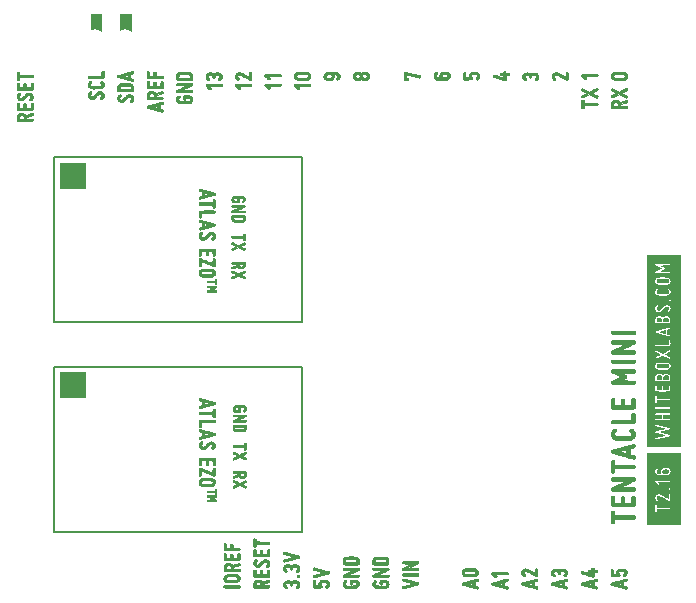
<source format=gto>
G04 #@! TF.FileFunction,Legend,Top*
%FSLAX46Y46*%
G04 Gerber Fmt 4.6, Leading zero omitted, Abs format (unit mm)*
G04 Created by KiCad (PCBNEW 4.0.2-stable) date 22/09/2016 21:29:14*
%MOMM*%
G01*
G04 APERTURE LIST*
%ADD10C,0.150000*%
%ADD11C,0.002540*%
%ADD12C,2.000000*%
%ADD13R,1.397000X0.889000*%
%ADD14R,2.550160X2.700020*%
%ADD15R,2.550160X3.799840*%
%ADD16R,1.200000X1.800000*%
%ADD17C,3.500000*%
%ADD18R,1.800000X1.800000*%
%ADD19C,1.800000*%
%ADD20R,1.600200X0.701040*%
%ADD21R,2.100580X0.701040*%
%ADD22R,2.750820X1.998980*%
%ADD23O,1.524000X2.540000*%
%ADD24R,0.635000X1.270000*%
%ADD25O,2.540000X1.542000*%
%ADD26O,2.540000X1.524000*%
%ADD27R,2.600000X1.300000*%
G04 APERTURE END LIST*
D10*
D11*
G36*
X161919920Y-117723920D02*
X161914840Y-117749320D01*
X161894520Y-117777260D01*
X161891980Y-117779800D01*
X161876740Y-117792500D01*
X161856420Y-117802660D01*
X161831020Y-117815360D01*
X161792920Y-117825520D01*
X161749740Y-117838220D01*
X161635440Y-117868700D01*
X161637980Y-118041420D01*
X161640520Y-118214140D01*
X161757360Y-118247160D01*
X161803080Y-118259860D01*
X161841180Y-118272560D01*
X161869120Y-118282720D01*
X161886900Y-118287800D01*
X161889440Y-118290340D01*
X161899600Y-118305580D01*
X161912300Y-118325900D01*
X161919920Y-118364000D01*
X161912300Y-118399560D01*
X161891980Y-118430040D01*
X161861500Y-118450360D01*
X161825940Y-118460520D01*
X161823400Y-118460520D01*
X161810700Y-118455440D01*
X161780220Y-118450360D01*
X161737040Y-118440200D01*
X161681160Y-118424960D01*
X161612580Y-118407180D01*
X161536380Y-118386860D01*
X161450020Y-118364000D01*
X161439860Y-118361460D01*
X161439860Y-118051580D01*
X161439860Y-118041420D01*
X161439860Y-117924580D01*
X161414460Y-117932200D01*
X161396680Y-117934740D01*
X161366200Y-117942360D01*
X161325560Y-117955060D01*
X161274760Y-117967760D01*
X161218880Y-117983000D01*
X161198560Y-117988080D01*
X161010600Y-118041420D01*
X161063940Y-118056660D01*
X161089340Y-118064280D01*
X161127440Y-118074440D01*
X161173160Y-118087140D01*
X161221420Y-118099840D01*
X161272220Y-118115080D01*
X161320480Y-118127780D01*
X161363660Y-118137940D01*
X161399220Y-118148100D01*
X161424620Y-118155720D01*
X161434780Y-118158260D01*
X161437320Y-118148100D01*
X161437320Y-118127780D01*
X161439860Y-118092220D01*
X161439860Y-118051580D01*
X161439860Y-118361460D01*
X161358580Y-118338600D01*
X161259520Y-118313200D01*
X161196020Y-118295420D01*
X161096960Y-118267480D01*
X161000440Y-118242080D01*
X160911540Y-118216680D01*
X160830260Y-118193820D01*
X160756600Y-118173500D01*
X160695640Y-118155720D01*
X160644840Y-118143020D01*
X160609280Y-118130320D01*
X160586420Y-118125240D01*
X160581340Y-118122700D01*
X160558480Y-118104920D01*
X160543240Y-118074440D01*
X160538160Y-118038880D01*
X160543240Y-118016020D01*
X160553400Y-117990620D01*
X160566100Y-117970300D01*
X160568640Y-117967760D01*
X160578800Y-117965220D01*
X160606740Y-117955060D01*
X160644840Y-117942360D01*
X160698180Y-117927120D01*
X160761680Y-117909340D01*
X160832800Y-117889020D01*
X160911540Y-117866160D01*
X160995360Y-117843300D01*
X161084260Y-117817900D01*
X161175700Y-117792500D01*
X161267140Y-117767100D01*
X161356040Y-117744240D01*
X161442400Y-117721380D01*
X161526220Y-117698520D01*
X161602420Y-117678200D01*
X161671000Y-117660420D01*
X161729420Y-117645180D01*
X161777680Y-117632480D01*
X161813240Y-117624860D01*
X161833560Y-117622320D01*
X161838640Y-117622320D01*
X161881820Y-117640100D01*
X161907220Y-117670580D01*
X161919920Y-117706140D01*
X161919920Y-117723920D01*
X161919920Y-117723920D01*
X161919920Y-117723920D01*
G37*
X161919920Y-117723920D02*
X161914840Y-117749320D01*
X161894520Y-117777260D01*
X161891980Y-117779800D01*
X161876740Y-117792500D01*
X161856420Y-117802660D01*
X161831020Y-117815360D01*
X161792920Y-117825520D01*
X161749740Y-117838220D01*
X161635440Y-117868700D01*
X161637980Y-118041420D01*
X161640520Y-118214140D01*
X161757360Y-118247160D01*
X161803080Y-118259860D01*
X161841180Y-118272560D01*
X161869120Y-118282720D01*
X161886900Y-118287800D01*
X161889440Y-118290340D01*
X161899600Y-118305580D01*
X161912300Y-118325900D01*
X161919920Y-118364000D01*
X161912300Y-118399560D01*
X161891980Y-118430040D01*
X161861500Y-118450360D01*
X161825940Y-118460520D01*
X161823400Y-118460520D01*
X161810700Y-118455440D01*
X161780220Y-118450360D01*
X161737040Y-118440200D01*
X161681160Y-118424960D01*
X161612580Y-118407180D01*
X161536380Y-118386860D01*
X161450020Y-118364000D01*
X161439860Y-118361460D01*
X161439860Y-118051580D01*
X161439860Y-118041420D01*
X161439860Y-117924580D01*
X161414460Y-117932200D01*
X161396680Y-117934740D01*
X161366200Y-117942360D01*
X161325560Y-117955060D01*
X161274760Y-117967760D01*
X161218880Y-117983000D01*
X161198560Y-117988080D01*
X161010600Y-118041420D01*
X161063940Y-118056660D01*
X161089340Y-118064280D01*
X161127440Y-118074440D01*
X161173160Y-118087140D01*
X161221420Y-118099840D01*
X161272220Y-118115080D01*
X161320480Y-118127780D01*
X161363660Y-118137940D01*
X161399220Y-118148100D01*
X161424620Y-118155720D01*
X161434780Y-118158260D01*
X161437320Y-118148100D01*
X161437320Y-118127780D01*
X161439860Y-118092220D01*
X161439860Y-118051580D01*
X161439860Y-118361460D01*
X161358580Y-118338600D01*
X161259520Y-118313200D01*
X161196020Y-118295420D01*
X161096960Y-118267480D01*
X161000440Y-118242080D01*
X160911540Y-118216680D01*
X160830260Y-118193820D01*
X160756600Y-118173500D01*
X160695640Y-118155720D01*
X160644840Y-118143020D01*
X160609280Y-118130320D01*
X160586420Y-118125240D01*
X160581340Y-118122700D01*
X160558480Y-118104920D01*
X160543240Y-118074440D01*
X160538160Y-118038880D01*
X160543240Y-118016020D01*
X160553400Y-117990620D01*
X160566100Y-117970300D01*
X160568640Y-117967760D01*
X160578800Y-117965220D01*
X160606740Y-117955060D01*
X160644840Y-117942360D01*
X160698180Y-117927120D01*
X160761680Y-117909340D01*
X160832800Y-117889020D01*
X160911540Y-117866160D01*
X160995360Y-117843300D01*
X161084260Y-117817900D01*
X161175700Y-117792500D01*
X161267140Y-117767100D01*
X161356040Y-117744240D01*
X161442400Y-117721380D01*
X161526220Y-117698520D01*
X161602420Y-117678200D01*
X161671000Y-117660420D01*
X161729420Y-117645180D01*
X161777680Y-117632480D01*
X161813240Y-117624860D01*
X161833560Y-117622320D01*
X161838640Y-117622320D01*
X161881820Y-117640100D01*
X161907220Y-117670580D01*
X161919920Y-117706140D01*
X161919920Y-117723920D01*
X161919920Y-117723920D01*
G36*
X164439600Y-118371620D02*
X164431980Y-118404640D01*
X164411660Y-118435120D01*
X164378640Y-118452900D01*
X164343080Y-118457980D01*
X164327840Y-118455440D01*
X164297360Y-118450360D01*
X164254180Y-118437660D01*
X164195760Y-118424960D01*
X164129720Y-118407180D01*
X164053520Y-118386860D01*
X163969700Y-118364000D01*
X163954460Y-118361460D01*
X163954460Y-118041420D01*
X163954460Y-117993160D01*
X163954460Y-117962680D01*
X163951920Y-117942360D01*
X163949380Y-117932200D01*
X163944300Y-117927120D01*
X163939220Y-117929660D01*
X163936680Y-117929660D01*
X163875720Y-117944900D01*
X163817300Y-117962680D01*
X163756340Y-117977920D01*
X163697920Y-117993160D01*
X163647120Y-118008400D01*
X163603940Y-118021100D01*
X163570920Y-118031260D01*
X163550600Y-118038880D01*
X163542980Y-118041420D01*
X163553140Y-118046500D01*
X163576000Y-118051580D01*
X163611560Y-118061740D01*
X163652200Y-118074440D01*
X163703000Y-118089680D01*
X163753800Y-118102380D01*
X163804600Y-118117620D01*
X163850320Y-118130320D01*
X163890960Y-118143020D01*
X163923980Y-118150640D01*
X163944300Y-118155720D01*
X163949380Y-118158260D01*
X163951920Y-118148100D01*
X163951920Y-118125240D01*
X163954460Y-118092220D01*
X163954460Y-118051580D01*
X163954460Y-118041420D01*
X163954460Y-118361460D01*
X163880800Y-118341140D01*
X163794440Y-118318280D01*
X163700460Y-118290340D01*
X163609020Y-118264940D01*
X163520120Y-118242080D01*
X163438840Y-118219220D01*
X163365180Y-118198900D01*
X163304220Y-118181120D01*
X163253420Y-118168420D01*
X163215320Y-118158260D01*
X163197540Y-118153180D01*
X163144200Y-118137940D01*
X163108640Y-118122700D01*
X163083240Y-118104920D01*
X163068000Y-118084600D01*
X163062920Y-118059200D01*
X163060380Y-118049040D01*
X163057840Y-118023640D01*
X163065460Y-118003320D01*
X163080700Y-117983000D01*
X163080700Y-117980460D01*
X163088320Y-117975380D01*
X163093400Y-117970300D01*
X163103560Y-117965220D01*
X163116260Y-117957600D01*
X163136580Y-117949980D01*
X163159440Y-117942360D01*
X163192460Y-117932200D01*
X163233100Y-117919500D01*
X163286440Y-117906800D01*
X163347400Y-117889020D01*
X163423600Y-117866160D01*
X163512500Y-117843300D01*
X163616640Y-117815360D01*
X163710620Y-117787420D01*
X163812220Y-117762020D01*
X163908740Y-117734080D01*
X164000180Y-117711220D01*
X164081460Y-117688360D01*
X164157660Y-117668040D01*
X164221160Y-117652800D01*
X164271960Y-117640100D01*
X164312600Y-117629940D01*
X164338000Y-117624860D01*
X164345620Y-117622320D01*
X164381180Y-117629940D01*
X164411660Y-117652800D01*
X164431980Y-117680740D01*
X164439600Y-117716300D01*
X164434520Y-117744240D01*
X164426900Y-117764560D01*
X164414200Y-117782340D01*
X164393880Y-117795040D01*
X164365940Y-117807740D01*
X164322760Y-117822980D01*
X164266880Y-117838220D01*
X164150040Y-117868700D01*
X164152580Y-118041420D01*
X164155120Y-118214140D01*
X164264340Y-118244620D01*
X164320220Y-118259860D01*
X164360860Y-118272560D01*
X164388800Y-118285260D01*
X164409120Y-118297960D01*
X164421820Y-118315740D01*
X164431980Y-118333520D01*
X164439600Y-118371620D01*
X164439600Y-118371620D01*
X164439600Y-118371620D01*
G37*
X164439600Y-118371620D02*
X164431980Y-118404640D01*
X164411660Y-118435120D01*
X164378640Y-118452900D01*
X164343080Y-118457980D01*
X164327840Y-118455440D01*
X164297360Y-118450360D01*
X164254180Y-118437660D01*
X164195760Y-118424960D01*
X164129720Y-118407180D01*
X164053520Y-118386860D01*
X163969700Y-118364000D01*
X163954460Y-118361460D01*
X163954460Y-118041420D01*
X163954460Y-117993160D01*
X163954460Y-117962680D01*
X163951920Y-117942360D01*
X163949380Y-117932200D01*
X163944300Y-117927120D01*
X163939220Y-117929660D01*
X163936680Y-117929660D01*
X163875720Y-117944900D01*
X163817300Y-117962680D01*
X163756340Y-117977920D01*
X163697920Y-117993160D01*
X163647120Y-118008400D01*
X163603940Y-118021100D01*
X163570920Y-118031260D01*
X163550600Y-118038880D01*
X163542980Y-118041420D01*
X163553140Y-118046500D01*
X163576000Y-118051580D01*
X163611560Y-118061740D01*
X163652200Y-118074440D01*
X163703000Y-118089680D01*
X163753800Y-118102380D01*
X163804600Y-118117620D01*
X163850320Y-118130320D01*
X163890960Y-118143020D01*
X163923980Y-118150640D01*
X163944300Y-118155720D01*
X163949380Y-118158260D01*
X163951920Y-118148100D01*
X163951920Y-118125240D01*
X163954460Y-118092220D01*
X163954460Y-118051580D01*
X163954460Y-118041420D01*
X163954460Y-118361460D01*
X163880800Y-118341140D01*
X163794440Y-118318280D01*
X163700460Y-118290340D01*
X163609020Y-118264940D01*
X163520120Y-118242080D01*
X163438840Y-118219220D01*
X163365180Y-118198900D01*
X163304220Y-118181120D01*
X163253420Y-118168420D01*
X163215320Y-118158260D01*
X163197540Y-118153180D01*
X163144200Y-118137940D01*
X163108640Y-118122700D01*
X163083240Y-118104920D01*
X163068000Y-118084600D01*
X163062920Y-118059200D01*
X163060380Y-118049040D01*
X163057840Y-118023640D01*
X163065460Y-118003320D01*
X163080700Y-117983000D01*
X163080700Y-117980460D01*
X163088320Y-117975380D01*
X163093400Y-117970300D01*
X163103560Y-117965220D01*
X163116260Y-117957600D01*
X163136580Y-117949980D01*
X163159440Y-117942360D01*
X163192460Y-117932200D01*
X163233100Y-117919500D01*
X163286440Y-117906800D01*
X163347400Y-117889020D01*
X163423600Y-117866160D01*
X163512500Y-117843300D01*
X163616640Y-117815360D01*
X163710620Y-117787420D01*
X163812220Y-117762020D01*
X163908740Y-117734080D01*
X164000180Y-117711220D01*
X164081460Y-117688360D01*
X164157660Y-117668040D01*
X164221160Y-117652800D01*
X164271960Y-117640100D01*
X164312600Y-117629940D01*
X164338000Y-117624860D01*
X164345620Y-117622320D01*
X164381180Y-117629940D01*
X164411660Y-117652800D01*
X164431980Y-117680740D01*
X164439600Y-117716300D01*
X164434520Y-117744240D01*
X164426900Y-117764560D01*
X164414200Y-117782340D01*
X164393880Y-117795040D01*
X164365940Y-117807740D01*
X164322760Y-117822980D01*
X164266880Y-117838220D01*
X164150040Y-117868700D01*
X164152580Y-118041420D01*
X164155120Y-118214140D01*
X164264340Y-118244620D01*
X164320220Y-118259860D01*
X164360860Y-118272560D01*
X164388800Y-118285260D01*
X164409120Y-118297960D01*
X164421820Y-118315740D01*
X164431980Y-118333520D01*
X164439600Y-118371620D01*
X164439600Y-118371620D01*
G36*
X166959280Y-118356380D02*
X166951660Y-118399560D01*
X166931340Y-118432580D01*
X166900860Y-118452900D01*
X166860220Y-118460520D01*
X166844980Y-118457980D01*
X166817040Y-118450360D01*
X166773860Y-118440200D01*
X166717980Y-118424960D01*
X166649400Y-118407180D01*
X166573200Y-118386860D01*
X166486840Y-118364000D01*
X166479220Y-118361460D01*
X166479220Y-118051580D01*
X166479220Y-118041420D01*
X166479220Y-117998240D01*
X166476680Y-117962680D01*
X166476680Y-117937280D01*
X166474140Y-117927120D01*
X166471600Y-117927120D01*
X166458900Y-117929660D01*
X166433500Y-117934740D01*
X166395400Y-117944900D01*
X166352220Y-117957600D01*
X166303960Y-117970300D01*
X166253160Y-117985540D01*
X166202360Y-117998240D01*
X166156640Y-118013480D01*
X166118540Y-118026180D01*
X166088060Y-118033800D01*
X166070280Y-118041420D01*
X166067740Y-118043960D01*
X166077900Y-118046500D01*
X166100760Y-118054120D01*
X166136320Y-118064280D01*
X166179500Y-118076980D01*
X166227760Y-118092220D01*
X166278560Y-118104920D01*
X166329360Y-118120160D01*
X166377620Y-118132860D01*
X166418260Y-118143020D01*
X166448740Y-118153180D01*
X166469060Y-118155720D01*
X166471600Y-118158260D01*
X166474140Y-118148100D01*
X166476680Y-118127780D01*
X166479220Y-118092220D01*
X166479220Y-118051580D01*
X166479220Y-118361460D01*
X166395400Y-118338600D01*
X166298880Y-118313200D01*
X166227760Y-118292880D01*
X166110920Y-118259860D01*
X166009320Y-118231920D01*
X165922960Y-118209060D01*
X165849300Y-118188740D01*
X165788340Y-118170960D01*
X165740080Y-118155720D01*
X165701980Y-118143020D01*
X165668960Y-118135400D01*
X165646100Y-118125240D01*
X165630860Y-118120160D01*
X165618160Y-118112540D01*
X165610540Y-118107460D01*
X165602920Y-118102380D01*
X165602920Y-118102380D01*
X165585140Y-118071900D01*
X165582600Y-118038880D01*
X165587680Y-117998240D01*
X165605460Y-117970300D01*
X165633400Y-117955060D01*
X165646100Y-117949980D01*
X165674040Y-117942360D01*
X165714680Y-117929660D01*
X165770560Y-117914420D01*
X165834060Y-117896640D01*
X165905180Y-117878860D01*
X165983920Y-117856000D01*
X166067740Y-117833140D01*
X166156640Y-117810280D01*
X166245540Y-117784880D01*
X166334440Y-117762020D01*
X166420800Y-117736620D01*
X166504620Y-117713760D01*
X166583360Y-117693440D01*
X166654480Y-117675660D01*
X166717980Y-117657880D01*
X166768780Y-117642640D01*
X166809420Y-117632480D01*
X166837360Y-117627400D01*
X166847520Y-117624860D01*
X166890700Y-117627400D01*
X166926260Y-117642640D01*
X166949120Y-117668040D01*
X166959280Y-117703600D01*
X166959280Y-117708680D01*
X166956740Y-117736620D01*
X166951660Y-117759480D01*
X166936420Y-117777260D01*
X166916100Y-117795040D01*
X166883080Y-117810280D01*
X166837360Y-117825520D01*
X166773860Y-117840760D01*
X166768780Y-117843300D01*
X166674800Y-117868700D01*
X166677340Y-118041420D01*
X166679880Y-118214140D01*
X166717980Y-118226840D01*
X166745920Y-118234460D01*
X166784020Y-118244620D01*
X166824660Y-118254780D01*
X166834820Y-118257320D01*
X166888160Y-118272560D01*
X166926260Y-118292880D01*
X166949120Y-118315740D01*
X166956740Y-118343680D01*
X166959280Y-118356380D01*
X166959280Y-118356380D01*
X166959280Y-118356380D01*
G37*
X166959280Y-118356380D02*
X166951660Y-118399560D01*
X166931340Y-118432580D01*
X166900860Y-118452900D01*
X166860220Y-118460520D01*
X166844980Y-118457980D01*
X166817040Y-118450360D01*
X166773860Y-118440200D01*
X166717980Y-118424960D01*
X166649400Y-118407180D01*
X166573200Y-118386860D01*
X166486840Y-118364000D01*
X166479220Y-118361460D01*
X166479220Y-118051580D01*
X166479220Y-118041420D01*
X166479220Y-117998240D01*
X166476680Y-117962680D01*
X166476680Y-117937280D01*
X166474140Y-117927120D01*
X166471600Y-117927120D01*
X166458900Y-117929660D01*
X166433500Y-117934740D01*
X166395400Y-117944900D01*
X166352220Y-117957600D01*
X166303960Y-117970300D01*
X166253160Y-117985540D01*
X166202360Y-117998240D01*
X166156640Y-118013480D01*
X166118540Y-118026180D01*
X166088060Y-118033800D01*
X166070280Y-118041420D01*
X166067740Y-118043960D01*
X166077900Y-118046500D01*
X166100760Y-118054120D01*
X166136320Y-118064280D01*
X166179500Y-118076980D01*
X166227760Y-118092220D01*
X166278560Y-118104920D01*
X166329360Y-118120160D01*
X166377620Y-118132860D01*
X166418260Y-118143020D01*
X166448740Y-118153180D01*
X166469060Y-118155720D01*
X166471600Y-118158260D01*
X166474140Y-118148100D01*
X166476680Y-118127780D01*
X166479220Y-118092220D01*
X166479220Y-118051580D01*
X166479220Y-118361460D01*
X166395400Y-118338600D01*
X166298880Y-118313200D01*
X166227760Y-118292880D01*
X166110920Y-118259860D01*
X166009320Y-118231920D01*
X165922960Y-118209060D01*
X165849300Y-118188740D01*
X165788340Y-118170960D01*
X165740080Y-118155720D01*
X165701980Y-118143020D01*
X165668960Y-118135400D01*
X165646100Y-118125240D01*
X165630860Y-118120160D01*
X165618160Y-118112540D01*
X165610540Y-118107460D01*
X165602920Y-118102380D01*
X165602920Y-118102380D01*
X165585140Y-118071900D01*
X165582600Y-118038880D01*
X165587680Y-117998240D01*
X165605460Y-117970300D01*
X165633400Y-117955060D01*
X165646100Y-117949980D01*
X165674040Y-117942360D01*
X165714680Y-117929660D01*
X165770560Y-117914420D01*
X165834060Y-117896640D01*
X165905180Y-117878860D01*
X165983920Y-117856000D01*
X166067740Y-117833140D01*
X166156640Y-117810280D01*
X166245540Y-117784880D01*
X166334440Y-117762020D01*
X166420800Y-117736620D01*
X166504620Y-117713760D01*
X166583360Y-117693440D01*
X166654480Y-117675660D01*
X166717980Y-117657880D01*
X166768780Y-117642640D01*
X166809420Y-117632480D01*
X166837360Y-117627400D01*
X166847520Y-117624860D01*
X166890700Y-117627400D01*
X166926260Y-117642640D01*
X166949120Y-117668040D01*
X166959280Y-117703600D01*
X166959280Y-117708680D01*
X166956740Y-117736620D01*
X166951660Y-117759480D01*
X166936420Y-117777260D01*
X166916100Y-117795040D01*
X166883080Y-117810280D01*
X166837360Y-117825520D01*
X166773860Y-117840760D01*
X166768780Y-117843300D01*
X166674800Y-117868700D01*
X166677340Y-118041420D01*
X166679880Y-118214140D01*
X166717980Y-118226840D01*
X166745920Y-118234460D01*
X166784020Y-118244620D01*
X166824660Y-118254780D01*
X166834820Y-118257320D01*
X166888160Y-118272560D01*
X166926260Y-118292880D01*
X166949120Y-118315740D01*
X166956740Y-118343680D01*
X166959280Y-118356380D01*
X166959280Y-118356380D01*
G36*
X169481500Y-118361460D02*
X169473880Y-118397020D01*
X169456100Y-118427500D01*
X169428160Y-118450360D01*
X169392600Y-118460520D01*
X169384980Y-118460520D01*
X169372280Y-118457980D01*
X169341800Y-118450360D01*
X169298620Y-118440200D01*
X169242740Y-118424960D01*
X169174160Y-118407180D01*
X169097960Y-118386860D01*
X169011600Y-118364000D01*
X169001440Y-118361460D01*
X169001440Y-118051580D01*
X169001440Y-118041420D01*
X169001440Y-117998240D01*
X169001440Y-117962680D01*
X168998900Y-117937280D01*
X168996360Y-117927120D01*
X168996360Y-117927120D01*
X168986200Y-117929660D01*
X168960800Y-117934740D01*
X168922700Y-117944900D01*
X168876980Y-117957600D01*
X168823640Y-117970300D01*
X168783000Y-117983000D01*
X168711880Y-118000780D01*
X168658540Y-118016020D01*
X168622980Y-118028720D01*
X168600120Y-118036340D01*
X168589960Y-118043960D01*
X168592500Y-118043960D01*
X168605200Y-118049040D01*
X168630600Y-118056660D01*
X168666160Y-118066820D01*
X168711880Y-118079520D01*
X168762680Y-118094760D01*
X168813480Y-118110000D01*
X168864280Y-118122700D01*
X168910000Y-118135400D01*
X168950640Y-118145560D01*
X168978580Y-118153180D01*
X168993820Y-118158260D01*
X168996360Y-118158260D01*
X168998900Y-118148100D01*
X169001440Y-118127780D01*
X169001440Y-118092220D01*
X169001440Y-118051580D01*
X169001440Y-118361460D01*
X168920160Y-118338600D01*
X168821100Y-118313200D01*
X168755060Y-118295420D01*
X168653460Y-118267480D01*
X168556940Y-118239540D01*
X168468040Y-118214140D01*
X168386760Y-118191280D01*
X168313100Y-118170960D01*
X168249600Y-118153180D01*
X168201340Y-118137940D01*
X168163240Y-118127780D01*
X168140380Y-118120160D01*
X168135300Y-118117620D01*
X168114980Y-118094760D01*
X168102280Y-118064280D01*
X168099740Y-118028720D01*
X168104820Y-118008400D01*
X168117520Y-117985540D01*
X168130220Y-117967760D01*
X168142920Y-117962680D01*
X168168320Y-117952520D01*
X168208960Y-117939820D01*
X168262300Y-117924580D01*
X168325800Y-117906800D01*
X168399460Y-117886480D01*
X168478200Y-117863620D01*
X168562020Y-117840760D01*
X168650920Y-117815360D01*
X168742360Y-117792500D01*
X168833800Y-117767100D01*
X168922700Y-117741700D01*
X169011600Y-117718840D01*
X169092880Y-117698520D01*
X169169080Y-117678200D01*
X169237660Y-117660420D01*
X169296080Y-117645180D01*
X169344340Y-117632480D01*
X169379900Y-117624860D01*
X169400220Y-117622320D01*
X169402760Y-117622320D01*
X169440860Y-117640100D01*
X169466260Y-117668040D01*
X169478960Y-117706140D01*
X169478960Y-117739160D01*
X169468800Y-117762020D01*
X169453560Y-117782340D01*
X169428160Y-117797580D01*
X169387520Y-117815360D01*
X169336720Y-117830600D01*
X169311320Y-117838220D01*
X169197020Y-117866160D01*
X169199560Y-118041420D01*
X169202100Y-118214140D01*
X169308780Y-118244620D01*
X169362120Y-118259860D01*
X169402760Y-118272560D01*
X169428160Y-118282720D01*
X169448480Y-118292880D01*
X169461180Y-118305580D01*
X169468800Y-118320820D01*
X169471340Y-118323360D01*
X169481500Y-118361460D01*
X169481500Y-118361460D01*
X169481500Y-118361460D01*
G37*
X169481500Y-118361460D02*
X169473880Y-118397020D01*
X169456100Y-118427500D01*
X169428160Y-118450360D01*
X169392600Y-118460520D01*
X169384980Y-118460520D01*
X169372280Y-118457980D01*
X169341800Y-118450360D01*
X169298620Y-118440200D01*
X169242740Y-118424960D01*
X169174160Y-118407180D01*
X169097960Y-118386860D01*
X169011600Y-118364000D01*
X169001440Y-118361460D01*
X169001440Y-118051580D01*
X169001440Y-118041420D01*
X169001440Y-117998240D01*
X169001440Y-117962680D01*
X168998900Y-117937280D01*
X168996360Y-117927120D01*
X168996360Y-117927120D01*
X168986200Y-117929660D01*
X168960800Y-117934740D01*
X168922700Y-117944900D01*
X168876980Y-117957600D01*
X168823640Y-117970300D01*
X168783000Y-117983000D01*
X168711880Y-118000780D01*
X168658540Y-118016020D01*
X168622980Y-118028720D01*
X168600120Y-118036340D01*
X168589960Y-118043960D01*
X168592500Y-118043960D01*
X168605200Y-118049040D01*
X168630600Y-118056660D01*
X168666160Y-118066820D01*
X168711880Y-118079520D01*
X168762680Y-118094760D01*
X168813480Y-118110000D01*
X168864280Y-118122700D01*
X168910000Y-118135400D01*
X168950640Y-118145560D01*
X168978580Y-118153180D01*
X168993820Y-118158260D01*
X168996360Y-118158260D01*
X168998900Y-118148100D01*
X169001440Y-118127780D01*
X169001440Y-118092220D01*
X169001440Y-118051580D01*
X169001440Y-118361460D01*
X168920160Y-118338600D01*
X168821100Y-118313200D01*
X168755060Y-118295420D01*
X168653460Y-118267480D01*
X168556940Y-118239540D01*
X168468040Y-118214140D01*
X168386760Y-118191280D01*
X168313100Y-118170960D01*
X168249600Y-118153180D01*
X168201340Y-118137940D01*
X168163240Y-118127780D01*
X168140380Y-118120160D01*
X168135300Y-118117620D01*
X168114980Y-118094760D01*
X168102280Y-118064280D01*
X168099740Y-118028720D01*
X168104820Y-118008400D01*
X168117520Y-117985540D01*
X168130220Y-117967760D01*
X168142920Y-117962680D01*
X168168320Y-117952520D01*
X168208960Y-117939820D01*
X168262300Y-117924580D01*
X168325800Y-117906800D01*
X168399460Y-117886480D01*
X168478200Y-117863620D01*
X168562020Y-117840760D01*
X168650920Y-117815360D01*
X168742360Y-117792500D01*
X168833800Y-117767100D01*
X168922700Y-117741700D01*
X169011600Y-117718840D01*
X169092880Y-117698520D01*
X169169080Y-117678200D01*
X169237660Y-117660420D01*
X169296080Y-117645180D01*
X169344340Y-117632480D01*
X169379900Y-117624860D01*
X169400220Y-117622320D01*
X169402760Y-117622320D01*
X169440860Y-117640100D01*
X169466260Y-117668040D01*
X169478960Y-117706140D01*
X169478960Y-117739160D01*
X169468800Y-117762020D01*
X169453560Y-117782340D01*
X169428160Y-117797580D01*
X169387520Y-117815360D01*
X169336720Y-117830600D01*
X169311320Y-117838220D01*
X169197020Y-117866160D01*
X169199560Y-118041420D01*
X169202100Y-118214140D01*
X169308780Y-118244620D01*
X169362120Y-118259860D01*
X169402760Y-118272560D01*
X169428160Y-118282720D01*
X169448480Y-118292880D01*
X169461180Y-118305580D01*
X169468800Y-118320820D01*
X169471340Y-118323360D01*
X169481500Y-118361460D01*
X169481500Y-118361460D01*
G36*
X171996100Y-118369080D02*
X171993560Y-118399560D01*
X171983400Y-118419880D01*
X171970700Y-118435120D01*
X171950380Y-118450360D01*
X171924980Y-118457980D01*
X171907200Y-118457980D01*
X171891960Y-118455440D01*
X171858940Y-118450360D01*
X171815760Y-118437660D01*
X171759880Y-118424960D01*
X171691300Y-118407180D01*
X171615100Y-118386860D01*
X171531280Y-118364000D01*
X171516040Y-118361460D01*
X171516040Y-118051580D01*
X171516040Y-118041420D01*
X171516040Y-117993160D01*
X171516040Y-117962680D01*
X171516040Y-117942360D01*
X171510960Y-117932200D01*
X171505880Y-117927120D01*
X171500800Y-117929660D01*
X171498260Y-117929660D01*
X171444920Y-117944900D01*
X171386500Y-117960140D01*
X171328080Y-117975380D01*
X171272200Y-117990620D01*
X171221400Y-118005860D01*
X171175680Y-118018560D01*
X171140120Y-118028720D01*
X171114720Y-118036340D01*
X171104560Y-118041420D01*
X171104560Y-118041420D01*
X171114720Y-118046500D01*
X171137580Y-118051580D01*
X171173140Y-118061740D01*
X171216320Y-118074440D01*
X171264580Y-118089680D01*
X171315380Y-118104920D01*
X171366180Y-118117620D01*
X171411900Y-118130320D01*
X171455080Y-118143020D01*
X171485560Y-118150640D01*
X171505880Y-118155720D01*
X171510960Y-118158260D01*
X171513500Y-118148100D01*
X171516040Y-118127780D01*
X171516040Y-118092220D01*
X171516040Y-118051580D01*
X171516040Y-118361460D01*
X171442380Y-118341140D01*
X171361100Y-118318280D01*
X171267120Y-118292880D01*
X171175680Y-118267480D01*
X171086780Y-118242080D01*
X171005500Y-118219220D01*
X170931840Y-118201440D01*
X170868340Y-118183660D01*
X170817540Y-118168420D01*
X170779440Y-118158260D01*
X170761660Y-118153180D01*
X170705780Y-118135400D01*
X170667680Y-118120160D01*
X170639740Y-118099840D01*
X170624500Y-118079520D01*
X170619420Y-118051580D01*
X170619420Y-118043960D01*
X170624500Y-118010940D01*
X170642280Y-117983000D01*
X170644820Y-117980460D01*
X170649900Y-117975380D01*
X170657520Y-117970300D01*
X170667680Y-117962680D01*
X170682920Y-117957600D01*
X170700700Y-117949980D01*
X170728640Y-117939820D01*
X170764200Y-117929660D01*
X170807380Y-117916960D01*
X170860720Y-117901720D01*
X170926760Y-117883940D01*
X171005500Y-117861080D01*
X171096940Y-117835680D01*
X171206160Y-117807740D01*
X171269660Y-117789960D01*
X171368720Y-117762020D01*
X171465240Y-117736620D01*
X171554140Y-117711220D01*
X171635420Y-117690900D01*
X171709080Y-117670580D01*
X171770040Y-117655340D01*
X171820840Y-117640100D01*
X171856400Y-117632480D01*
X171879260Y-117624860D01*
X171886880Y-117624860D01*
X171922440Y-117624860D01*
X171950380Y-117632480D01*
X171970700Y-117650260D01*
X171988480Y-117670580D01*
X171996100Y-117695980D01*
X171996100Y-117718840D01*
X171993560Y-117744240D01*
X171985940Y-117767100D01*
X171970700Y-117784880D01*
X171945300Y-117800120D01*
X171907200Y-117815360D01*
X171853860Y-117830600D01*
X171831000Y-117838220D01*
X171711620Y-117868700D01*
X171714160Y-118041420D01*
X171716700Y-118214140D01*
X171780200Y-118231920D01*
X171846240Y-118249700D01*
X171897040Y-118264940D01*
X171937680Y-118277640D01*
X171963080Y-118292880D01*
X171980860Y-118308120D01*
X171991020Y-118323360D01*
X171996100Y-118343680D01*
X171996100Y-118369080D01*
X171996100Y-118369080D01*
X171996100Y-118369080D01*
X171996100Y-118369080D01*
G37*
X171996100Y-118369080D02*
X171993560Y-118399560D01*
X171983400Y-118419880D01*
X171970700Y-118435120D01*
X171950380Y-118450360D01*
X171924980Y-118457980D01*
X171907200Y-118457980D01*
X171891960Y-118455440D01*
X171858940Y-118450360D01*
X171815760Y-118437660D01*
X171759880Y-118424960D01*
X171691300Y-118407180D01*
X171615100Y-118386860D01*
X171531280Y-118364000D01*
X171516040Y-118361460D01*
X171516040Y-118051580D01*
X171516040Y-118041420D01*
X171516040Y-117993160D01*
X171516040Y-117962680D01*
X171516040Y-117942360D01*
X171510960Y-117932200D01*
X171505880Y-117927120D01*
X171500800Y-117929660D01*
X171498260Y-117929660D01*
X171444920Y-117944900D01*
X171386500Y-117960140D01*
X171328080Y-117975380D01*
X171272200Y-117990620D01*
X171221400Y-118005860D01*
X171175680Y-118018560D01*
X171140120Y-118028720D01*
X171114720Y-118036340D01*
X171104560Y-118041420D01*
X171104560Y-118041420D01*
X171114720Y-118046500D01*
X171137580Y-118051580D01*
X171173140Y-118061740D01*
X171216320Y-118074440D01*
X171264580Y-118089680D01*
X171315380Y-118104920D01*
X171366180Y-118117620D01*
X171411900Y-118130320D01*
X171455080Y-118143020D01*
X171485560Y-118150640D01*
X171505880Y-118155720D01*
X171510960Y-118158260D01*
X171513500Y-118148100D01*
X171516040Y-118127780D01*
X171516040Y-118092220D01*
X171516040Y-118051580D01*
X171516040Y-118361460D01*
X171442380Y-118341140D01*
X171361100Y-118318280D01*
X171267120Y-118292880D01*
X171175680Y-118267480D01*
X171086780Y-118242080D01*
X171005500Y-118219220D01*
X170931840Y-118201440D01*
X170868340Y-118183660D01*
X170817540Y-118168420D01*
X170779440Y-118158260D01*
X170761660Y-118153180D01*
X170705780Y-118135400D01*
X170667680Y-118120160D01*
X170639740Y-118099840D01*
X170624500Y-118079520D01*
X170619420Y-118051580D01*
X170619420Y-118043960D01*
X170624500Y-118010940D01*
X170642280Y-117983000D01*
X170644820Y-117980460D01*
X170649900Y-117975380D01*
X170657520Y-117970300D01*
X170667680Y-117962680D01*
X170682920Y-117957600D01*
X170700700Y-117949980D01*
X170728640Y-117939820D01*
X170764200Y-117929660D01*
X170807380Y-117916960D01*
X170860720Y-117901720D01*
X170926760Y-117883940D01*
X171005500Y-117861080D01*
X171096940Y-117835680D01*
X171206160Y-117807740D01*
X171269660Y-117789960D01*
X171368720Y-117762020D01*
X171465240Y-117736620D01*
X171554140Y-117711220D01*
X171635420Y-117690900D01*
X171709080Y-117670580D01*
X171770040Y-117655340D01*
X171820840Y-117640100D01*
X171856400Y-117632480D01*
X171879260Y-117624860D01*
X171886880Y-117624860D01*
X171922440Y-117624860D01*
X171950380Y-117632480D01*
X171970700Y-117650260D01*
X171988480Y-117670580D01*
X171996100Y-117695980D01*
X171996100Y-117718840D01*
X171993560Y-117744240D01*
X171985940Y-117767100D01*
X171970700Y-117784880D01*
X171945300Y-117800120D01*
X171907200Y-117815360D01*
X171853860Y-117830600D01*
X171831000Y-117838220D01*
X171711620Y-117868700D01*
X171714160Y-118041420D01*
X171716700Y-118214140D01*
X171780200Y-118231920D01*
X171846240Y-118249700D01*
X171897040Y-118264940D01*
X171937680Y-118277640D01*
X171963080Y-118292880D01*
X171980860Y-118308120D01*
X171991020Y-118323360D01*
X171996100Y-118343680D01*
X171996100Y-118369080D01*
X171996100Y-118369080D01*
X171996100Y-118369080D01*
G36*
X174520860Y-117708680D02*
X174518320Y-117741700D01*
X174503080Y-117772180D01*
X174475140Y-117797580D01*
X174459900Y-117805200D01*
X174437040Y-117812820D01*
X174404020Y-117822980D01*
X174363380Y-117835680D01*
X174330360Y-117843300D01*
X174236380Y-117868700D01*
X174238920Y-118041420D01*
X174241460Y-118214140D01*
X174302420Y-118231920D01*
X174363380Y-118247160D01*
X174409100Y-118259860D01*
X174444660Y-118272560D01*
X174467520Y-118280180D01*
X174482760Y-118290340D01*
X174495460Y-118300500D01*
X174503080Y-118310660D01*
X174503080Y-118310660D01*
X174518320Y-118351300D01*
X174518320Y-118386860D01*
X174503080Y-118419880D01*
X174477680Y-118445280D01*
X174442120Y-118457980D01*
X174421800Y-118460520D01*
X174406560Y-118455440D01*
X174378620Y-118450360D01*
X174335440Y-118440200D01*
X174279560Y-118424960D01*
X174213520Y-118407180D01*
X174134780Y-118386860D01*
X174050960Y-118364000D01*
X174040800Y-118361460D01*
X174040800Y-118051580D01*
X174040800Y-118041420D01*
X174040800Y-117998240D01*
X174038260Y-117962680D01*
X174038260Y-117937280D01*
X174035720Y-117927120D01*
X174035720Y-117927120D01*
X174020480Y-117929660D01*
X173995080Y-117934740D01*
X173956980Y-117944900D01*
X173913800Y-117957600D01*
X173865540Y-117970300D01*
X173814740Y-117985540D01*
X173763940Y-117998240D01*
X173718220Y-118013480D01*
X173680120Y-118023640D01*
X173649640Y-118033800D01*
X173631860Y-118041420D01*
X173629320Y-118043960D01*
X173639480Y-118046500D01*
X173662340Y-118054120D01*
X173697900Y-118064280D01*
X173741080Y-118076980D01*
X173789340Y-118092220D01*
X173840140Y-118104920D01*
X173890940Y-118120160D01*
X173939200Y-118132860D01*
X173979840Y-118143020D01*
X174010320Y-118153180D01*
X174030640Y-118155720D01*
X174033180Y-118158260D01*
X174035720Y-118148100D01*
X174038260Y-118127780D01*
X174040800Y-118092220D01*
X174040800Y-118051580D01*
X174040800Y-118361460D01*
X173956980Y-118338600D01*
X173860460Y-118310660D01*
X173789340Y-118292880D01*
X173667420Y-118259860D01*
X173563280Y-118229380D01*
X173474380Y-118206520D01*
X173398180Y-118183660D01*
X173334680Y-118165880D01*
X173283880Y-118150640D01*
X173240700Y-118135400D01*
X173210220Y-118125240D01*
X173184820Y-118115080D01*
X173167040Y-118104920D01*
X173154340Y-118094760D01*
X173149260Y-118084600D01*
X173144180Y-118074440D01*
X173144180Y-118064280D01*
X173144180Y-118051580D01*
X173144180Y-118043960D01*
X173149260Y-118000780D01*
X173164500Y-117972840D01*
X173194980Y-117955060D01*
X173210220Y-117949980D01*
X173240700Y-117939820D01*
X173286420Y-117927120D01*
X173342300Y-117911880D01*
X173408340Y-117894100D01*
X173482000Y-117873780D01*
X173563280Y-117850920D01*
X173649640Y-117828060D01*
X173738540Y-117802660D01*
X173827440Y-117779800D01*
X173918880Y-117754400D01*
X174005240Y-117731540D01*
X174089060Y-117708680D01*
X174167800Y-117688360D01*
X174238920Y-117670580D01*
X174302420Y-117652800D01*
X174353220Y-117640100D01*
X174393860Y-117629940D01*
X174419260Y-117624860D01*
X174429420Y-117622320D01*
X174467520Y-117629940D01*
X174495460Y-117650260D01*
X174513240Y-117675660D01*
X174520860Y-117708680D01*
X174520860Y-117708680D01*
X174520860Y-117708680D01*
G37*
X174520860Y-117708680D02*
X174518320Y-117741700D01*
X174503080Y-117772180D01*
X174475140Y-117797580D01*
X174459900Y-117805200D01*
X174437040Y-117812820D01*
X174404020Y-117822980D01*
X174363380Y-117835680D01*
X174330360Y-117843300D01*
X174236380Y-117868700D01*
X174238920Y-118041420D01*
X174241460Y-118214140D01*
X174302420Y-118231920D01*
X174363380Y-118247160D01*
X174409100Y-118259860D01*
X174444660Y-118272560D01*
X174467520Y-118280180D01*
X174482760Y-118290340D01*
X174495460Y-118300500D01*
X174503080Y-118310660D01*
X174503080Y-118310660D01*
X174518320Y-118351300D01*
X174518320Y-118386860D01*
X174503080Y-118419880D01*
X174477680Y-118445280D01*
X174442120Y-118457980D01*
X174421800Y-118460520D01*
X174406560Y-118455440D01*
X174378620Y-118450360D01*
X174335440Y-118440200D01*
X174279560Y-118424960D01*
X174213520Y-118407180D01*
X174134780Y-118386860D01*
X174050960Y-118364000D01*
X174040800Y-118361460D01*
X174040800Y-118051580D01*
X174040800Y-118041420D01*
X174040800Y-117998240D01*
X174038260Y-117962680D01*
X174038260Y-117937280D01*
X174035720Y-117927120D01*
X174035720Y-117927120D01*
X174020480Y-117929660D01*
X173995080Y-117934740D01*
X173956980Y-117944900D01*
X173913800Y-117957600D01*
X173865540Y-117970300D01*
X173814740Y-117985540D01*
X173763940Y-117998240D01*
X173718220Y-118013480D01*
X173680120Y-118023640D01*
X173649640Y-118033800D01*
X173631860Y-118041420D01*
X173629320Y-118043960D01*
X173639480Y-118046500D01*
X173662340Y-118054120D01*
X173697900Y-118064280D01*
X173741080Y-118076980D01*
X173789340Y-118092220D01*
X173840140Y-118104920D01*
X173890940Y-118120160D01*
X173939200Y-118132860D01*
X173979840Y-118143020D01*
X174010320Y-118153180D01*
X174030640Y-118155720D01*
X174033180Y-118158260D01*
X174035720Y-118148100D01*
X174038260Y-118127780D01*
X174040800Y-118092220D01*
X174040800Y-118051580D01*
X174040800Y-118361460D01*
X173956980Y-118338600D01*
X173860460Y-118310660D01*
X173789340Y-118292880D01*
X173667420Y-118259860D01*
X173563280Y-118229380D01*
X173474380Y-118206520D01*
X173398180Y-118183660D01*
X173334680Y-118165880D01*
X173283880Y-118150640D01*
X173240700Y-118135400D01*
X173210220Y-118125240D01*
X173184820Y-118115080D01*
X173167040Y-118104920D01*
X173154340Y-118094760D01*
X173149260Y-118084600D01*
X173144180Y-118074440D01*
X173144180Y-118064280D01*
X173144180Y-118051580D01*
X173144180Y-118043960D01*
X173149260Y-118000780D01*
X173164500Y-117972840D01*
X173194980Y-117955060D01*
X173210220Y-117949980D01*
X173240700Y-117939820D01*
X173286420Y-117927120D01*
X173342300Y-117911880D01*
X173408340Y-117894100D01*
X173482000Y-117873780D01*
X173563280Y-117850920D01*
X173649640Y-117828060D01*
X173738540Y-117802660D01*
X173827440Y-117779800D01*
X173918880Y-117754400D01*
X174005240Y-117731540D01*
X174089060Y-117708680D01*
X174167800Y-117688360D01*
X174238920Y-117670580D01*
X174302420Y-117652800D01*
X174353220Y-117640100D01*
X174393860Y-117629940D01*
X174419260Y-117624860D01*
X174429420Y-117622320D01*
X174467520Y-117629940D01*
X174495460Y-117650260D01*
X174513240Y-117675660D01*
X174520860Y-117708680D01*
X174520860Y-117708680D01*
G36*
X156875480Y-118023640D02*
X156870400Y-118059200D01*
X156850080Y-118087140D01*
X156845000Y-118092220D01*
X156834840Y-118097300D01*
X156822140Y-118104920D01*
X156804360Y-118112540D01*
X156781500Y-118120160D01*
X156748480Y-118130320D01*
X156710380Y-118143020D01*
X156659580Y-118155720D01*
X156598620Y-118173500D01*
X156524960Y-118193820D01*
X156438600Y-118219220D01*
X156334460Y-118247160D01*
X156222700Y-118277640D01*
X156121100Y-118305580D01*
X156024580Y-118330980D01*
X155935680Y-118356380D01*
X155851860Y-118376700D01*
X155778200Y-118397020D01*
X155714700Y-118412260D01*
X155661360Y-118427500D01*
X155623260Y-118435120D01*
X155597860Y-118440200D01*
X155590240Y-118442740D01*
X155554680Y-118432580D01*
X155531820Y-118419880D01*
X155508960Y-118389400D01*
X155498800Y-118356380D01*
X155501340Y-118320820D01*
X155514040Y-118287800D01*
X155534360Y-118270020D01*
X155547060Y-118264940D01*
X155575000Y-118254780D01*
X155615640Y-118244620D01*
X155668980Y-118229380D01*
X155732480Y-118209060D01*
X155803600Y-118191280D01*
X155882340Y-118168420D01*
X155966160Y-118145560D01*
X155966160Y-118145560D01*
X156049980Y-118122700D01*
X156128720Y-118102380D01*
X156199840Y-118082060D01*
X156260800Y-118064280D01*
X156314140Y-118049040D01*
X156354780Y-118038880D01*
X156382720Y-118031260D01*
X156392880Y-118028720D01*
X156392880Y-118028720D01*
X156387800Y-118023640D01*
X156367480Y-118016020D01*
X156331920Y-118005860D01*
X156283660Y-117990620D01*
X156225240Y-117975380D01*
X156159200Y-117955060D01*
X156083000Y-117934740D01*
X156001720Y-117911880D01*
X155994100Y-117909340D01*
X155910280Y-117886480D01*
X155831540Y-117866160D01*
X155757880Y-117845840D01*
X155694380Y-117825520D01*
X155638500Y-117810280D01*
X155595320Y-117800120D01*
X155564840Y-117789960D01*
X155552140Y-117784880D01*
X155524200Y-117764560D01*
X155506420Y-117734080D01*
X155498800Y-117698520D01*
X155506420Y-117662960D01*
X155524200Y-117632480D01*
X155529280Y-117627400D01*
X155552140Y-117612160D01*
X155580080Y-117604540D01*
X155608020Y-117604540D01*
X155620720Y-117609620D01*
X155648660Y-117614700D01*
X155689300Y-117624860D01*
X155742640Y-117640100D01*
X155806140Y-117657880D01*
X155877260Y-117675660D01*
X155956000Y-117698520D01*
X156039820Y-117718840D01*
X156126180Y-117744240D01*
X156215080Y-117767100D01*
X156303980Y-117792500D01*
X156392880Y-117815360D01*
X156476700Y-117838220D01*
X156555440Y-117861080D01*
X156626560Y-117881400D01*
X156690060Y-117899180D01*
X156743400Y-117914420D01*
X156784040Y-117924580D01*
X156809440Y-117932200D01*
X156822140Y-117937280D01*
X156852620Y-117957600D01*
X156870400Y-117988080D01*
X156875480Y-118023640D01*
X156875480Y-118023640D01*
X156875480Y-118023640D01*
G37*
X156875480Y-118023640D02*
X156870400Y-118059200D01*
X156850080Y-118087140D01*
X156845000Y-118092220D01*
X156834840Y-118097300D01*
X156822140Y-118104920D01*
X156804360Y-118112540D01*
X156781500Y-118120160D01*
X156748480Y-118130320D01*
X156710380Y-118143020D01*
X156659580Y-118155720D01*
X156598620Y-118173500D01*
X156524960Y-118193820D01*
X156438600Y-118219220D01*
X156334460Y-118247160D01*
X156222700Y-118277640D01*
X156121100Y-118305580D01*
X156024580Y-118330980D01*
X155935680Y-118356380D01*
X155851860Y-118376700D01*
X155778200Y-118397020D01*
X155714700Y-118412260D01*
X155661360Y-118427500D01*
X155623260Y-118435120D01*
X155597860Y-118440200D01*
X155590240Y-118442740D01*
X155554680Y-118432580D01*
X155531820Y-118419880D01*
X155508960Y-118389400D01*
X155498800Y-118356380D01*
X155501340Y-118320820D01*
X155514040Y-118287800D01*
X155534360Y-118270020D01*
X155547060Y-118264940D01*
X155575000Y-118254780D01*
X155615640Y-118244620D01*
X155668980Y-118229380D01*
X155732480Y-118209060D01*
X155803600Y-118191280D01*
X155882340Y-118168420D01*
X155966160Y-118145560D01*
X155966160Y-118145560D01*
X156049980Y-118122700D01*
X156128720Y-118102380D01*
X156199840Y-118082060D01*
X156260800Y-118064280D01*
X156314140Y-118049040D01*
X156354780Y-118038880D01*
X156382720Y-118031260D01*
X156392880Y-118028720D01*
X156392880Y-118028720D01*
X156387800Y-118023640D01*
X156367480Y-118016020D01*
X156331920Y-118005860D01*
X156283660Y-117990620D01*
X156225240Y-117975380D01*
X156159200Y-117955060D01*
X156083000Y-117934740D01*
X156001720Y-117911880D01*
X155994100Y-117909340D01*
X155910280Y-117886480D01*
X155831540Y-117866160D01*
X155757880Y-117845840D01*
X155694380Y-117825520D01*
X155638500Y-117810280D01*
X155595320Y-117800120D01*
X155564840Y-117789960D01*
X155552140Y-117784880D01*
X155524200Y-117764560D01*
X155506420Y-117734080D01*
X155498800Y-117698520D01*
X155506420Y-117662960D01*
X155524200Y-117632480D01*
X155529280Y-117627400D01*
X155552140Y-117612160D01*
X155580080Y-117604540D01*
X155608020Y-117604540D01*
X155620720Y-117609620D01*
X155648660Y-117614700D01*
X155689300Y-117624860D01*
X155742640Y-117640100D01*
X155806140Y-117657880D01*
X155877260Y-117675660D01*
X155956000Y-117698520D01*
X156039820Y-117718840D01*
X156126180Y-117744240D01*
X156215080Y-117767100D01*
X156303980Y-117792500D01*
X156392880Y-117815360D01*
X156476700Y-117838220D01*
X156555440Y-117861080D01*
X156626560Y-117881400D01*
X156690060Y-117899180D01*
X156743400Y-117914420D01*
X156784040Y-117924580D01*
X156809440Y-117932200D01*
X156822140Y-117937280D01*
X156852620Y-117957600D01*
X156870400Y-117988080D01*
X156875480Y-118023640D01*
X156875480Y-118023640D01*
G36*
X146794220Y-118102380D02*
X146789140Y-118173500D01*
X146768820Y-118242080D01*
X146735800Y-118305580D01*
X146687540Y-118358920D01*
X146651980Y-118386860D01*
X146608800Y-118409720D01*
X146570700Y-118417340D01*
X146535140Y-118407180D01*
X146507200Y-118384320D01*
X146484340Y-118351300D01*
X146476720Y-118315740D01*
X146486880Y-118280180D01*
X146512280Y-118247160D01*
X146535140Y-118229380D01*
X146563080Y-118203980D01*
X146585940Y-118165880D01*
X146598640Y-118125240D01*
X146601180Y-118104920D01*
X146593560Y-118066820D01*
X146573240Y-118026180D01*
X146542760Y-117995700D01*
X146519900Y-117980460D01*
X146484340Y-117970300D01*
X146436080Y-117962680D01*
X146385280Y-117960140D01*
X146334480Y-117965220D01*
X146288760Y-117972840D01*
X146268440Y-117980460D01*
X146227800Y-118005860D01*
X146199860Y-118043960D01*
X146187160Y-118084600D01*
X146182080Y-118120160D01*
X146177000Y-118143020D01*
X146166840Y-118160800D01*
X146154140Y-118176040D01*
X146151600Y-118178580D01*
X146131280Y-118193820D01*
X146108420Y-118201440D01*
X146088100Y-118201440D01*
X146044920Y-118193820D01*
X146011900Y-118173500D01*
X145994120Y-118140480D01*
X145989040Y-118102380D01*
X145978880Y-118061740D01*
X145958560Y-118023640D01*
X145923000Y-117990620D01*
X145907760Y-117983000D01*
X145879820Y-117970300D01*
X145849340Y-117965220D01*
X145806160Y-117962680D01*
X145801080Y-117962680D01*
X145737580Y-117967760D01*
X145686780Y-117985540D01*
X145651220Y-118013480D01*
X145625820Y-118054120D01*
X145618200Y-118097300D01*
X145618200Y-118143020D01*
X145630900Y-118178580D01*
X145656300Y-118211600D01*
X145679160Y-118229380D01*
X145707100Y-118257320D01*
X145727420Y-118290340D01*
X145735040Y-118318280D01*
X145735040Y-118333520D01*
X145714720Y-118374160D01*
X145684240Y-118402100D01*
X145648680Y-118414800D01*
X145608040Y-118412260D01*
X145567400Y-118391940D01*
X145564860Y-118389400D01*
X145519140Y-118351300D01*
X145478500Y-118303040D01*
X145448020Y-118254780D01*
X145442940Y-118247160D01*
X145435320Y-118224300D01*
X145427700Y-118198900D01*
X145425160Y-118165880D01*
X145425160Y-118122700D01*
X145425160Y-118112540D01*
X145425160Y-118069360D01*
X145427700Y-118036340D01*
X145430240Y-118013480D01*
X145440400Y-117988080D01*
X145450560Y-117965220D01*
X145483580Y-117909340D01*
X145529300Y-117858540D01*
X145582640Y-117817900D01*
X145630900Y-117792500D01*
X145653760Y-117784880D01*
X145676620Y-117777260D01*
X145704560Y-117774720D01*
X145740120Y-117772180D01*
X145788380Y-117772180D01*
X145801080Y-117772180D01*
X145851880Y-117772180D01*
X145887440Y-117772180D01*
X145912840Y-117774720D01*
X145935700Y-117779800D01*
X145953480Y-117787420D01*
X145973800Y-117795040D01*
X146006820Y-117812820D01*
X146037300Y-117830600D01*
X146055080Y-117843300D01*
X146085560Y-117866160D01*
X146116040Y-117843300D01*
X146138900Y-117828060D01*
X146171920Y-117807740D01*
X146197320Y-117795040D01*
X146217640Y-117787420D01*
X146235420Y-117779800D01*
X146255740Y-117774720D01*
X146281140Y-117772180D01*
X146311620Y-117772180D01*
X146357340Y-117772180D01*
X146392900Y-117772180D01*
X146446240Y-117772180D01*
X146484340Y-117772180D01*
X146514820Y-117774720D01*
X146535140Y-117777260D01*
X146555460Y-117782340D01*
X146573240Y-117789960D01*
X146593560Y-117800120D01*
X146654520Y-117833140D01*
X146702780Y-117876320D01*
X146740880Y-117927120D01*
X146758660Y-117957600D01*
X146784060Y-118028720D01*
X146794220Y-118102380D01*
X146794220Y-118102380D01*
X146794220Y-118102380D01*
G37*
X146794220Y-118102380D02*
X146789140Y-118173500D01*
X146768820Y-118242080D01*
X146735800Y-118305580D01*
X146687540Y-118358920D01*
X146651980Y-118386860D01*
X146608800Y-118409720D01*
X146570700Y-118417340D01*
X146535140Y-118407180D01*
X146507200Y-118384320D01*
X146484340Y-118351300D01*
X146476720Y-118315740D01*
X146486880Y-118280180D01*
X146512280Y-118247160D01*
X146535140Y-118229380D01*
X146563080Y-118203980D01*
X146585940Y-118165880D01*
X146598640Y-118125240D01*
X146601180Y-118104920D01*
X146593560Y-118066820D01*
X146573240Y-118026180D01*
X146542760Y-117995700D01*
X146519900Y-117980460D01*
X146484340Y-117970300D01*
X146436080Y-117962680D01*
X146385280Y-117960140D01*
X146334480Y-117965220D01*
X146288760Y-117972840D01*
X146268440Y-117980460D01*
X146227800Y-118005860D01*
X146199860Y-118043960D01*
X146187160Y-118084600D01*
X146182080Y-118120160D01*
X146177000Y-118143020D01*
X146166840Y-118160800D01*
X146154140Y-118176040D01*
X146151600Y-118178580D01*
X146131280Y-118193820D01*
X146108420Y-118201440D01*
X146088100Y-118201440D01*
X146044920Y-118193820D01*
X146011900Y-118173500D01*
X145994120Y-118140480D01*
X145989040Y-118102380D01*
X145978880Y-118061740D01*
X145958560Y-118023640D01*
X145923000Y-117990620D01*
X145907760Y-117983000D01*
X145879820Y-117970300D01*
X145849340Y-117965220D01*
X145806160Y-117962680D01*
X145801080Y-117962680D01*
X145737580Y-117967760D01*
X145686780Y-117985540D01*
X145651220Y-118013480D01*
X145625820Y-118054120D01*
X145618200Y-118097300D01*
X145618200Y-118143020D01*
X145630900Y-118178580D01*
X145656300Y-118211600D01*
X145679160Y-118229380D01*
X145707100Y-118257320D01*
X145727420Y-118290340D01*
X145735040Y-118318280D01*
X145735040Y-118333520D01*
X145714720Y-118374160D01*
X145684240Y-118402100D01*
X145648680Y-118414800D01*
X145608040Y-118412260D01*
X145567400Y-118391940D01*
X145564860Y-118389400D01*
X145519140Y-118351300D01*
X145478500Y-118303040D01*
X145448020Y-118254780D01*
X145442940Y-118247160D01*
X145435320Y-118224300D01*
X145427700Y-118198900D01*
X145425160Y-118165880D01*
X145425160Y-118122700D01*
X145425160Y-118112540D01*
X145425160Y-118069360D01*
X145427700Y-118036340D01*
X145430240Y-118013480D01*
X145440400Y-117988080D01*
X145450560Y-117965220D01*
X145483580Y-117909340D01*
X145529300Y-117858540D01*
X145582640Y-117817900D01*
X145630900Y-117792500D01*
X145653760Y-117784880D01*
X145676620Y-117777260D01*
X145704560Y-117774720D01*
X145740120Y-117772180D01*
X145788380Y-117772180D01*
X145801080Y-117772180D01*
X145851880Y-117772180D01*
X145887440Y-117772180D01*
X145912840Y-117774720D01*
X145935700Y-117779800D01*
X145953480Y-117787420D01*
X145973800Y-117795040D01*
X146006820Y-117812820D01*
X146037300Y-117830600D01*
X146055080Y-117843300D01*
X146085560Y-117866160D01*
X146116040Y-117843300D01*
X146138900Y-117828060D01*
X146171920Y-117807740D01*
X146197320Y-117795040D01*
X146217640Y-117787420D01*
X146235420Y-117779800D01*
X146255740Y-117774720D01*
X146281140Y-117772180D01*
X146311620Y-117772180D01*
X146357340Y-117772180D01*
X146392900Y-117772180D01*
X146446240Y-117772180D01*
X146484340Y-117772180D01*
X146514820Y-117774720D01*
X146535140Y-117777260D01*
X146555460Y-117782340D01*
X146573240Y-117789960D01*
X146593560Y-117800120D01*
X146654520Y-117833140D01*
X146702780Y-117876320D01*
X146740880Y-117927120D01*
X146758660Y-117957600D01*
X146784060Y-118028720D01*
X146794220Y-118102380D01*
X146794220Y-118102380D01*
G36*
X151831040Y-118056660D02*
X151831040Y-118099840D01*
X151828500Y-118130320D01*
X151823420Y-118155720D01*
X151813260Y-118181120D01*
X151805640Y-118198900D01*
X151770080Y-118254780D01*
X151724360Y-118308120D01*
X151668480Y-118351300D01*
X151632920Y-118369080D01*
X151582120Y-118394480D01*
X151165560Y-118394480D01*
X151058880Y-118394480D01*
X150967440Y-118394480D01*
X150893780Y-118394480D01*
X150832820Y-118394480D01*
X150784560Y-118391940D01*
X150749000Y-118391940D01*
X150723600Y-118389400D01*
X150708360Y-118386860D01*
X150705820Y-118386860D01*
X150639780Y-118358920D01*
X150578820Y-118318280D01*
X150528020Y-118262400D01*
X150489920Y-118201440D01*
X150487380Y-118193820D01*
X150474680Y-118168420D01*
X150467060Y-118143020D01*
X150464520Y-118115080D01*
X150461980Y-118079520D01*
X150461980Y-118056660D01*
X150464520Y-118010940D01*
X150467060Y-117977920D01*
X150472140Y-117952520D01*
X150479760Y-117927120D01*
X150482300Y-117922040D01*
X150510240Y-117876320D01*
X150543260Y-117833140D01*
X150581360Y-117795040D01*
X150619460Y-117767100D01*
X150655020Y-117751860D01*
X150672800Y-117749320D01*
X150710900Y-117756940D01*
X150743920Y-117777260D01*
X150766780Y-117805200D01*
X150774400Y-117838220D01*
X150774400Y-117858540D01*
X150766780Y-117886480D01*
X150749000Y-117909340D01*
X150723600Y-117929660D01*
X150718520Y-117934740D01*
X150688040Y-117962680D01*
X150665180Y-118000780D01*
X150655020Y-118041420D01*
X150652480Y-118054120D01*
X150660100Y-118094760D01*
X150680420Y-118135400D01*
X150708360Y-118168420D01*
X150715980Y-118176040D01*
X150746460Y-118198900D01*
X151147780Y-118198900D01*
X151241760Y-118198900D01*
X151323040Y-118198900D01*
X151386540Y-118196360D01*
X151437340Y-118196360D01*
X151477980Y-118196360D01*
X151508460Y-118193820D01*
X151531320Y-118193820D01*
X151546560Y-118191280D01*
X151556720Y-118188740D01*
X151564340Y-118186200D01*
X151571960Y-118181120D01*
X151574500Y-118178580D01*
X151612600Y-118143020D01*
X151632920Y-118104920D01*
X151638000Y-118059200D01*
X151638000Y-118051580D01*
X151630380Y-118005860D01*
X151610060Y-117970300D01*
X151577040Y-117939820D01*
X151566880Y-117932200D01*
X151554180Y-117927120D01*
X151533860Y-117924580D01*
X151505920Y-117922040D01*
X151465280Y-117922040D01*
X151411940Y-117919500D01*
X151267160Y-117916960D01*
X151267160Y-117977920D01*
X151262080Y-118031260D01*
X151246840Y-118071900D01*
X151218900Y-118099840D01*
X151183340Y-118112540D01*
X151157940Y-118112540D01*
X151132540Y-118107460D01*
X151102060Y-118084600D01*
X151102060Y-118082060D01*
X151071580Y-118054120D01*
X151071580Y-117914420D01*
X151071580Y-117777260D01*
X151096980Y-117749320D01*
X151122380Y-117721380D01*
X151358600Y-117723920D01*
X151589740Y-117726460D01*
X151643080Y-117751860D01*
X151701500Y-117789960D01*
X151752300Y-117838220D01*
X151795480Y-117896640D01*
X151805640Y-117914420D01*
X151818340Y-117942360D01*
X151825960Y-117965220D01*
X151828500Y-117990620D01*
X151831040Y-118026180D01*
X151831040Y-118056660D01*
X151831040Y-118056660D01*
X151831040Y-118056660D01*
G37*
X151831040Y-118056660D02*
X151831040Y-118099840D01*
X151828500Y-118130320D01*
X151823420Y-118155720D01*
X151813260Y-118181120D01*
X151805640Y-118198900D01*
X151770080Y-118254780D01*
X151724360Y-118308120D01*
X151668480Y-118351300D01*
X151632920Y-118369080D01*
X151582120Y-118394480D01*
X151165560Y-118394480D01*
X151058880Y-118394480D01*
X150967440Y-118394480D01*
X150893780Y-118394480D01*
X150832820Y-118394480D01*
X150784560Y-118391940D01*
X150749000Y-118391940D01*
X150723600Y-118389400D01*
X150708360Y-118386860D01*
X150705820Y-118386860D01*
X150639780Y-118358920D01*
X150578820Y-118318280D01*
X150528020Y-118262400D01*
X150489920Y-118201440D01*
X150487380Y-118193820D01*
X150474680Y-118168420D01*
X150467060Y-118143020D01*
X150464520Y-118115080D01*
X150461980Y-118079520D01*
X150461980Y-118056660D01*
X150464520Y-118010940D01*
X150467060Y-117977920D01*
X150472140Y-117952520D01*
X150479760Y-117927120D01*
X150482300Y-117922040D01*
X150510240Y-117876320D01*
X150543260Y-117833140D01*
X150581360Y-117795040D01*
X150619460Y-117767100D01*
X150655020Y-117751860D01*
X150672800Y-117749320D01*
X150710900Y-117756940D01*
X150743920Y-117777260D01*
X150766780Y-117805200D01*
X150774400Y-117838220D01*
X150774400Y-117858540D01*
X150766780Y-117886480D01*
X150749000Y-117909340D01*
X150723600Y-117929660D01*
X150718520Y-117934740D01*
X150688040Y-117962680D01*
X150665180Y-118000780D01*
X150655020Y-118041420D01*
X150652480Y-118054120D01*
X150660100Y-118094760D01*
X150680420Y-118135400D01*
X150708360Y-118168420D01*
X150715980Y-118176040D01*
X150746460Y-118198900D01*
X151147780Y-118198900D01*
X151241760Y-118198900D01*
X151323040Y-118198900D01*
X151386540Y-118196360D01*
X151437340Y-118196360D01*
X151477980Y-118196360D01*
X151508460Y-118193820D01*
X151531320Y-118193820D01*
X151546560Y-118191280D01*
X151556720Y-118188740D01*
X151564340Y-118186200D01*
X151571960Y-118181120D01*
X151574500Y-118178580D01*
X151612600Y-118143020D01*
X151632920Y-118104920D01*
X151638000Y-118059200D01*
X151638000Y-118051580D01*
X151630380Y-118005860D01*
X151610060Y-117970300D01*
X151577040Y-117939820D01*
X151566880Y-117932200D01*
X151554180Y-117927120D01*
X151533860Y-117924580D01*
X151505920Y-117922040D01*
X151465280Y-117922040D01*
X151411940Y-117919500D01*
X151267160Y-117916960D01*
X151267160Y-117977920D01*
X151262080Y-118031260D01*
X151246840Y-118071900D01*
X151218900Y-118099840D01*
X151183340Y-118112540D01*
X151157940Y-118112540D01*
X151132540Y-118107460D01*
X151102060Y-118084600D01*
X151102060Y-118082060D01*
X151071580Y-118054120D01*
X151071580Y-117914420D01*
X151071580Y-117777260D01*
X151096980Y-117749320D01*
X151122380Y-117721380D01*
X151358600Y-117723920D01*
X151589740Y-117726460D01*
X151643080Y-117751860D01*
X151701500Y-117789960D01*
X151752300Y-117838220D01*
X151795480Y-117896640D01*
X151805640Y-117914420D01*
X151818340Y-117942360D01*
X151825960Y-117965220D01*
X151828500Y-117990620D01*
X151831040Y-118026180D01*
X151831040Y-118056660D01*
X151831040Y-118056660D01*
G36*
X154355800Y-118028720D02*
X154353260Y-118097300D01*
X154340560Y-118163340D01*
X154310080Y-118226840D01*
X154266900Y-118285260D01*
X154221180Y-118328440D01*
X154200860Y-118343680D01*
X154180540Y-118356380D01*
X154160220Y-118366540D01*
X154139900Y-118376700D01*
X154111960Y-118381780D01*
X154081480Y-118386860D01*
X154043380Y-118391940D01*
X153995120Y-118394480D01*
X153936700Y-118397020D01*
X153865580Y-118397020D01*
X153779220Y-118397020D01*
X153680160Y-118397020D01*
X153662380Y-118397020D01*
X153558240Y-118397020D01*
X153471880Y-118397020D01*
X153398220Y-118394480D01*
X153339800Y-118394480D01*
X153294080Y-118391940D01*
X153261060Y-118389400D01*
X153238200Y-118386860D01*
X153225500Y-118384320D01*
X153151840Y-118353840D01*
X153088340Y-118308120D01*
X153037540Y-118249700D01*
X153012140Y-118203980D01*
X152999440Y-118181120D01*
X152991820Y-118158260D01*
X152989280Y-118132860D01*
X152986740Y-118102380D01*
X152986740Y-118059200D01*
X152986740Y-118056660D01*
X152986740Y-118010940D01*
X152986740Y-117980460D01*
X152991820Y-117955060D01*
X152999440Y-117934740D01*
X153009600Y-117911880D01*
X153012140Y-117909340D01*
X153042620Y-117858540D01*
X153080720Y-117815360D01*
X153121360Y-117782340D01*
X153162000Y-117759480D01*
X153200100Y-117749320D01*
X153202640Y-117749320D01*
X153233120Y-117756940D01*
X153261060Y-117777260D01*
X153281380Y-117797580D01*
X153291540Y-117815360D01*
X153291540Y-117843300D01*
X153291540Y-117845840D01*
X153291540Y-117866160D01*
X153286460Y-117883940D01*
X153273760Y-117901720D01*
X153253440Y-117922040D01*
X153245820Y-117929660D01*
X153212800Y-117962680D01*
X153192480Y-117988080D01*
X153182320Y-118010940D01*
X153177240Y-118038880D01*
X153177240Y-118059200D01*
X153184860Y-118107460D01*
X153210260Y-118150640D01*
X153243280Y-118178580D01*
X153248360Y-118183660D01*
X153255980Y-118186200D01*
X153266140Y-118191280D01*
X153278840Y-118191280D01*
X153299160Y-118193820D01*
X153327100Y-118196360D01*
X153362660Y-118196360D01*
X153408380Y-118196360D01*
X153466800Y-118196360D01*
X153540460Y-118198900D01*
X153629360Y-118198900D01*
X153670000Y-118198900D01*
X154071320Y-118198900D01*
X154104340Y-118173500D01*
X154132280Y-118140480D01*
X154155140Y-118099840D01*
X154162760Y-118054120D01*
X154160220Y-118036340D01*
X154144980Y-117993160D01*
X154114500Y-117955060D01*
X154091640Y-117937280D01*
X154078940Y-117929660D01*
X154066240Y-117924580D01*
X154051000Y-117922040D01*
X154025600Y-117919500D01*
X153992580Y-117916960D01*
X153944320Y-117916960D01*
X153921460Y-117916960D01*
X153781760Y-117916960D01*
X153781760Y-117988080D01*
X153779220Y-118031260D01*
X153771600Y-118064280D01*
X153756360Y-118084600D01*
X153733500Y-118102380D01*
X153730960Y-118102380D01*
X153695400Y-118112540D01*
X153657300Y-118107460D01*
X153624280Y-118089680D01*
X153601420Y-118061740D01*
X153598880Y-118056660D01*
X153591260Y-118028720D01*
X153588720Y-117990620D01*
X153586180Y-117944900D01*
X153586180Y-117896640D01*
X153588720Y-117850920D01*
X153591260Y-117810280D01*
X153596340Y-117782340D01*
X153598880Y-117779800D01*
X153606500Y-117764560D01*
X153614120Y-117749320D01*
X153626820Y-117739160D01*
X153642060Y-117731540D01*
X153664920Y-117726460D01*
X153697940Y-117723920D01*
X153743660Y-117723920D01*
X153799540Y-117723920D01*
X153873200Y-117723920D01*
X153880820Y-117723920D01*
X153949400Y-117723920D01*
X154002740Y-117726460D01*
X154043380Y-117726460D01*
X154073860Y-117729000D01*
X154099260Y-117731540D01*
X154117040Y-117734080D01*
X154132280Y-117739160D01*
X154144980Y-117746780D01*
X154155140Y-117751860D01*
X154221180Y-117789960D01*
X154274520Y-117840760D01*
X154315160Y-117896640D01*
X154340560Y-117960140D01*
X154355800Y-118028720D01*
X154355800Y-118028720D01*
X154355800Y-118028720D01*
G37*
X154355800Y-118028720D02*
X154353260Y-118097300D01*
X154340560Y-118163340D01*
X154310080Y-118226840D01*
X154266900Y-118285260D01*
X154221180Y-118328440D01*
X154200860Y-118343680D01*
X154180540Y-118356380D01*
X154160220Y-118366540D01*
X154139900Y-118376700D01*
X154111960Y-118381780D01*
X154081480Y-118386860D01*
X154043380Y-118391940D01*
X153995120Y-118394480D01*
X153936700Y-118397020D01*
X153865580Y-118397020D01*
X153779220Y-118397020D01*
X153680160Y-118397020D01*
X153662380Y-118397020D01*
X153558240Y-118397020D01*
X153471880Y-118397020D01*
X153398220Y-118394480D01*
X153339800Y-118394480D01*
X153294080Y-118391940D01*
X153261060Y-118389400D01*
X153238200Y-118386860D01*
X153225500Y-118384320D01*
X153151840Y-118353840D01*
X153088340Y-118308120D01*
X153037540Y-118249700D01*
X153012140Y-118203980D01*
X152999440Y-118181120D01*
X152991820Y-118158260D01*
X152989280Y-118132860D01*
X152986740Y-118102380D01*
X152986740Y-118059200D01*
X152986740Y-118056660D01*
X152986740Y-118010940D01*
X152986740Y-117980460D01*
X152991820Y-117955060D01*
X152999440Y-117934740D01*
X153009600Y-117911880D01*
X153012140Y-117909340D01*
X153042620Y-117858540D01*
X153080720Y-117815360D01*
X153121360Y-117782340D01*
X153162000Y-117759480D01*
X153200100Y-117749320D01*
X153202640Y-117749320D01*
X153233120Y-117756940D01*
X153261060Y-117777260D01*
X153281380Y-117797580D01*
X153291540Y-117815360D01*
X153291540Y-117843300D01*
X153291540Y-117845840D01*
X153291540Y-117866160D01*
X153286460Y-117883940D01*
X153273760Y-117901720D01*
X153253440Y-117922040D01*
X153245820Y-117929660D01*
X153212800Y-117962680D01*
X153192480Y-117988080D01*
X153182320Y-118010940D01*
X153177240Y-118038880D01*
X153177240Y-118059200D01*
X153184860Y-118107460D01*
X153210260Y-118150640D01*
X153243280Y-118178580D01*
X153248360Y-118183660D01*
X153255980Y-118186200D01*
X153266140Y-118191280D01*
X153278840Y-118191280D01*
X153299160Y-118193820D01*
X153327100Y-118196360D01*
X153362660Y-118196360D01*
X153408380Y-118196360D01*
X153466800Y-118196360D01*
X153540460Y-118198900D01*
X153629360Y-118198900D01*
X153670000Y-118198900D01*
X154071320Y-118198900D01*
X154104340Y-118173500D01*
X154132280Y-118140480D01*
X154155140Y-118099840D01*
X154162760Y-118054120D01*
X154160220Y-118036340D01*
X154144980Y-117993160D01*
X154114500Y-117955060D01*
X154091640Y-117937280D01*
X154078940Y-117929660D01*
X154066240Y-117924580D01*
X154051000Y-117922040D01*
X154025600Y-117919500D01*
X153992580Y-117916960D01*
X153944320Y-117916960D01*
X153921460Y-117916960D01*
X153781760Y-117916960D01*
X153781760Y-117988080D01*
X153779220Y-118031260D01*
X153771600Y-118064280D01*
X153756360Y-118084600D01*
X153733500Y-118102380D01*
X153730960Y-118102380D01*
X153695400Y-118112540D01*
X153657300Y-118107460D01*
X153624280Y-118089680D01*
X153601420Y-118061740D01*
X153598880Y-118056660D01*
X153591260Y-118028720D01*
X153588720Y-117990620D01*
X153586180Y-117944900D01*
X153586180Y-117896640D01*
X153588720Y-117850920D01*
X153591260Y-117810280D01*
X153596340Y-117782340D01*
X153598880Y-117779800D01*
X153606500Y-117764560D01*
X153614120Y-117749320D01*
X153626820Y-117739160D01*
X153642060Y-117731540D01*
X153664920Y-117726460D01*
X153697940Y-117723920D01*
X153743660Y-117723920D01*
X153799540Y-117723920D01*
X153873200Y-117723920D01*
X153880820Y-117723920D01*
X153949400Y-117723920D01*
X154002740Y-117726460D01*
X154043380Y-117726460D01*
X154073860Y-117729000D01*
X154099260Y-117731540D01*
X154117040Y-117734080D01*
X154132280Y-117739160D01*
X154144980Y-117746780D01*
X154155140Y-117751860D01*
X154221180Y-117789960D01*
X154274520Y-117840760D01*
X154315160Y-117896640D01*
X154340560Y-117960140D01*
X154355800Y-118028720D01*
X154355800Y-118028720D01*
G36*
X141752320Y-118254780D02*
X141752320Y-118295420D01*
X141749780Y-118305580D01*
X141732000Y-118336060D01*
X141711680Y-118353840D01*
X141706600Y-118356380D01*
X141698980Y-118358920D01*
X141688820Y-118361460D01*
X141673580Y-118364000D01*
X141655800Y-118366540D01*
X141630400Y-118366540D01*
X141597380Y-118369080D01*
X141556740Y-118369080D01*
X141505940Y-118369080D01*
X141442440Y-118369080D01*
X141366240Y-118371620D01*
X141274800Y-118371620D01*
X141170660Y-118371620D01*
X141066520Y-118371620D01*
X140959840Y-118369080D01*
X140860780Y-118369080D01*
X140766800Y-118369080D01*
X140680440Y-118369080D01*
X140606780Y-118366540D01*
X140543280Y-118366540D01*
X140489940Y-118366540D01*
X140454380Y-118364000D01*
X140434060Y-118364000D01*
X140428980Y-118361460D01*
X140408660Y-118346220D01*
X140388340Y-118320820D01*
X140375640Y-118292880D01*
X140373100Y-118275100D01*
X140375640Y-118252240D01*
X140385800Y-118229380D01*
X140390880Y-118219220D01*
X140395960Y-118209060D01*
X140403580Y-118201440D01*
X140411200Y-118196360D01*
X140423900Y-118191280D01*
X140441680Y-118186200D01*
X140464540Y-118183660D01*
X140495020Y-118181120D01*
X140533120Y-118178580D01*
X140583920Y-118178580D01*
X140644880Y-118176040D01*
X140716000Y-118176040D01*
X140802360Y-118176040D01*
X140903960Y-118176040D01*
X141020800Y-118176040D01*
X141066520Y-118176040D01*
X141185900Y-118176040D01*
X141290040Y-118176040D01*
X141378940Y-118176040D01*
X141452600Y-118176040D01*
X141513560Y-118176040D01*
X141564360Y-118176040D01*
X141605000Y-118178580D01*
X141635480Y-118178580D01*
X141658340Y-118181120D01*
X141676120Y-118181120D01*
X141691360Y-118183660D01*
X141698980Y-118186200D01*
X141706600Y-118191280D01*
X141711680Y-118193820D01*
X141739620Y-118219220D01*
X141752320Y-118254780D01*
X141752320Y-118254780D01*
X141752320Y-118254780D01*
G37*
X141752320Y-118254780D02*
X141752320Y-118295420D01*
X141749780Y-118305580D01*
X141732000Y-118336060D01*
X141711680Y-118353840D01*
X141706600Y-118356380D01*
X141698980Y-118358920D01*
X141688820Y-118361460D01*
X141673580Y-118364000D01*
X141655800Y-118366540D01*
X141630400Y-118366540D01*
X141597380Y-118369080D01*
X141556740Y-118369080D01*
X141505940Y-118369080D01*
X141442440Y-118369080D01*
X141366240Y-118371620D01*
X141274800Y-118371620D01*
X141170660Y-118371620D01*
X141066520Y-118371620D01*
X140959840Y-118369080D01*
X140860780Y-118369080D01*
X140766800Y-118369080D01*
X140680440Y-118369080D01*
X140606780Y-118366540D01*
X140543280Y-118366540D01*
X140489940Y-118366540D01*
X140454380Y-118364000D01*
X140434060Y-118364000D01*
X140428980Y-118361460D01*
X140408660Y-118346220D01*
X140388340Y-118320820D01*
X140375640Y-118292880D01*
X140373100Y-118275100D01*
X140375640Y-118252240D01*
X140385800Y-118229380D01*
X140390880Y-118219220D01*
X140395960Y-118209060D01*
X140403580Y-118201440D01*
X140411200Y-118196360D01*
X140423900Y-118191280D01*
X140441680Y-118186200D01*
X140464540Y-118183660D01*
X140495020Y-118181120D01*
X140533120Y-118178580D01*
X140583920Y-118178580D01*
X140644880Y-118176040D01*
X140716000Y-118176040D01*
X140802360Y-118176040D01*
X140903960Y-118176040D01*
X141020800Y-118176040D01*
X141066520Y-118176040D01*
X141185900Y-118176040D01*
X141290040Y-118176040D01*
X141378940Y-118176040D01*
X141452600Y-118176040D01*
X141513560Y-118176040D01*
X141564360Y-118176040D01*
X141605000Y-118178580D01*
X141635480Y-118178580D01*
X141658340Y-118181120D01*
X141676120Y-118181120D01*
X141691360Y-118183660D01*
X141698980Y-118186200D01*
X141706600Y-118191280D01*
X141711680Y-118193820D01*
X141739620Y-118219220D01*
X141752320Y-118254780D01*
X141752320Y-118254780D01*
G36*
X144274540Y-118280180D02*
X144266920Y-118315740D01*
X144244060Y-118346220D01*
X144223740Y-118361460D01*
X144213580Y-118364000D01*
X144188180Y-118364000D01*
X144152620Y-118366540D01*
X144101820Y-118369080D01*
X144035780Y-118369080D01*
X143954500Y-118369080D01*
X143857980Y-118371620D01*
X143746220Y-118371620D01*
X143616680Y-118371620D01*
X143583660Y-118371620D01*
X143510000Y-118371620D01*
X143510000Y-118176040D01*
X143507460Y-118079520D01*
X143504920Y-118026180D01*
X143499840Y-117990620D01*
X143489680Y-117962680D01*
X143474440Y-117939820D01*
X143451580Y-117919500D01*
X143436340Y-117911880D01*
X143423640Y-117901720D01*
X143410940Y-117896640D01*
X143390620Y-117894100D01*
X143365220Y-117891560D01*
X143329660Y-117891560D01*
X143296640Y-117894100D01*
X143243300Y-117894100D01*
X143202660Y-117899180D01*
X143174720Y-117906800D01*
X143151860Y-117919500D01*
X143134080Y-117937280D01*
X143118840Y-117962680D01*
X143111220Y-117983000D01*
X143103600Y-118003320D01*
X143101060Y-118031260D01*
X143101060Y-118071900D01*
X143101060Y-118084600D01*
X143101060Y-118176040D01*
X143306800Y-118176040D01*
X143510000Y-118176040D01*
X143510000Y-118371620D01*
X142966440Y-118371620D01*
X142935960Y-118341140D01*
X142905480Y-118310660D01*
X142905480Y-118148100D01*
X142905480Y-118074440D01*
X142908020Y-118016020D01*
X142913100Y-117970300D01*
X142920720Y-117932200D01*
X142930880Y-117899180D01*
X142946120Y-117868700D01*
X142963900Y-117840760D01*
X143012160Y-117787420D01*
X143068040Y-117741700D01*
X143131540Y-117713760D01*
X143156940Y-117706140D01*
X143182340Y-117701060D01*
X143217900Y-117698520D01*
X143261080Y-117695980D01*
X143304260Y-117695980D01*
X143375380Y-117695980D01*
X143431260Y-117701060D01*
X143474440Y-117711220D01*
X143515080Y-117726460D01*
X143550640Y-117746780D01*
X143568420Y-117762020D01*
X143593820Y-117784880D01*
X143621760Y-117810280D01*
X143644620Y-117838220D01*
X143659860Y-117858540D01*
X143662400Y-117866160D01*
X143670020Y-117863620D01*
X143695420Y-117858540D01*
X143730980Y-117848380D01*
X143776700Y-117830600D01*
X143830040Y-117812820D01*
X143893540Y-117789960D01*
X143921480Y-117779800D01*
X143995140Y-117751860D01*
X144058640Y-117729000D01*
X144106900Y-117713760D01*
X144142460Y-117701060D01*
X144172940Y-117695980D01*
X144193260Y-117693440D01*
X144211040Y-117695980D01*
X144223740Y-117701060D01*
X144236440Y-117711220D01*
X144249140Y-117721380D01*
X144264380Y-117744240D01*
X144272000Y-117769640D01*
X144274540Y-117787420D01*
X144274540Y-117805200D01*
X144272000Y-117820440D01*
X144266920Y-117833140D01*
X144259300Y-117845840D01*
X144246600Y-117858540D01*
X144226280Y-117871240D01*
X144195800Y-117886480D01*
X144157700Y-117901720D01*
X144106900Y-117922040D01*
X144043400Y-117944900D01*
X143964660Y-117972840D01*
X143913860Y-117993160D01*
X143710660Y-118066820D01*
X143705580Y-118120160D01*
X143703040Y-118176040D01*
X143962120Y-118178580D01*
X144221200Y-118181120D01*
X144246600Y-118209060D01*
X144269460Y-118244620D01*
X144274540Y-118280180D01*
X144274540Y-118280180D01*
X144274540Y-118280180D01*
G37*
X144274540Y-118280180D02*
X144266920Y-118315740D01*
X144244060Y-118346220D01*
X144223740Y-118361460D01*
X144213580Y-118364000D01*
X144188180Y-118364000D01*
X144152620Y-118366540D01*
X144101820Y-118369080D01*
X144035780Y-118369080D01*
X143954500Y-118369080D01*
X143857980Y-118371620D01*
X143746220Y-118371620D01*
X143616680Y-118371620D01*
X143583660Y-118371620D01*
X143510000Y-118371620D01*
X143510000Y-118176040D01*
X143507460Y-118079520D01*
X143504920Y-118026180D01*
X143499840Y-117990620D01*
X143489680Y-117962680D01*
X143474440Y-117939820D01*
X143451580Y-117919500D01*
X143436340Y-117911880D01*
X143423640Y-117901720D01*
X143410940Y-117896640D01*
X143390620Y-117894100D01*
X143365220Y-117891560D01*
X143329660Y-117891560D01*
X143296640Y-117894100D01*
X143243300Y-117894100D01*
X143202660Y-117899180D01*
X143174720Y-117906800D01*
X143151860Y-117919500D01*
X143134080Y-117937280D01*
X143118840Y-117962680D01*
X143111220Y-117983000D01*
X143103600Y-118003320D01*
X143101060Y-118031260D01*
X143101060Y-118071900D01*
X143101060Y-118084600D01*
X143101060Y-118176040D01*
X143306800Y-118176040D01*
X143510000Y-118176040D01*
X143510000Y-118371620D01*
X142966440Y-118371620D01*
X142935960Y-118341140D01*
X142905480Y-118310660D01*
X142905480Y-118148100D01*
X142905480Y-118074440D01*
X142908020Y-118016020D01*
X142913100Y-117970300D01*
X142920720Y-117932200D01*
X142930880Y-117899180D01*
X142946120Y-117868700D01*
X142963900Y-117840760D01*
X143012160Y-117787420D01*
X143068040Y-117741700D01*
X143131540Y-117713760D01*
X143156940Y-117706140D01*
X143182340Y-117701060D01*
X143217900Y-117698520D01*
X143261080Y-117695980D01*
X143304260Y-117695980D01*
X143375380Y-117695980D01*
X143431260Y-117701060D01*
X143474440Y-117711220D01*
X143515080Y-117726460D01*
X143550640Y-117746780D01*
X143568420Y-117762020D01*
X143593820Y-117784880D01*
X143621760Y-117810280D01*
X143644620Y-117838220D01*
X143659860Y-117858540D01*
X143662400Y-117866160D01*
X143670020Y-117863620D01*
X143695420Y-117858540D01*
X143730980Y-117848380D01*
X143776700Y-117830600D01*
X143830040Y-117812820D01*
X143893540Y-117789960D01*
X143921480Y-117779800D01*
X143995140Y-117751860D01*
X144058640Y-117729000D01*
X144106900Y-117713760D01*
X144142460Y-117701060D01*
X144172940Y-117695980D01*
X144193260Y-117693440D01*
X144211040Y-117695980D01*
X144223740Y-117701060D01*
X144236440Y-117711220D01*
X144249140Y-117721380D01*
X144264380Y-117744240D01*
X144272000Y-117769640D01*
X144274540Y-117787420D01*
X144274540Y-117805200D01*
X144272000Y-117820440D01*
X144266920Y-117833140D01*
X144259300Y-117845840D01*
X144246600Y-117858540D01*
X144226280Y-117871240D01*
X144195800Y-117886480D01*
X144157700Y-117901720D01*
X144106900Y-117922040D01*
X144043400Y-117944900D01*
X143964660Y-117972840D01*
X143913860Y-117993160D01*
X143710660Y-118066820D01*
X143705580Y-118120160D01*
X143703040Y-118176040D01*
X143962120Y-118178580D01*
X144221200Y-118181120D01*
X144246600Y-118209060D01*
X144269460Y-118244620D01*
X144274540Y-118280180D01*
X144274540Y-118280180D01*
G36*
X149316440Y-118076980D02*
X149303740Y-118145560D01*
X149280880Y-118209060D01*
X149242780Y-118267480D01*
X149197060Y-118318280D01*
X149141180Y-118356380D01*
X149136100Y-118358920D01*
X149110700Y-118366540D01*
X149087840Y-118366540D01*
X149070060Y-118364000D01*
X149034500Y-118343680D01*
X149011640Y-118315740D01*
X149001480Y-118282720D01*
X149004020Y-118247160D01*
X149019260Y-118214140D01*
X149047200Y-118186200D01*
X149049740Y-118183660D01*
X149087840Y-118153180D01*
X149110700Y-118112540D01*
X149118320Y-118069360D01*
X149115780Y-118023640D01*
X149098000Y-117983000D01*
X149064980Y-117947440D01*
X149049740Y-117937280D01*
X149037040Y-117929660D01*
X149024340Y-117924580D01*
X149006560Y-117922040D01*
X148981160Y-117919500D01*
X148945600Y-117919500D01*
X148897340Y-117916960D01*
X148861780Y-117916960D01*
X148798280Y-117919500D01*
X148747480Y-117919500D01*
X148709380Y-117924580D01*
X148681440Y-117932200D01*
X148661120Y-117942360D01*
X148645880Y-117955060D01*
X148630640Y-117975380D01*
X148628100Y-117983000D01*
X148607780Y-118026180D01*
X148600160Y-118066820D01*
X148610320Y-118104920D01*
X148635720Y-118145560D01*
X148668740Y-118181120D01*
X148699220Y-118214140D01*
X148719540Y-118239540D01*
X148724620Y-118262400D01*
X148722080Y-118287800D01*
X148711920Y-118313200D01*
X148704300Y-118325900D01*
X148699220Y-118336060D01*
X148689060Y-118346220D01*
X148676360Y-118353840D01*
X148656040Y-118358920D01*
X148630640Y-118361460D01*
X148595080Y-118364000D01*
X148549360Y-118366540D01*
X148490940Y-118366540D01*
X148417280Y-118369080D01*
X148348700Y-118369080D01*
X148275040Y-118369080D01*
X148206460Y-118369080D01*
X148145500Y-118369080D01*
X148094700Y-118366540D01*
X148054060Y-118366540D01*
X148028660Y-118364000D01*
X148018500Y-118364000D01*
X147982940Y-118346220D01*
X147957540Y-118318280D01*
X147955000Y-118310660D01*
X147949920Y-118297960D01*
X147947380Y-118280180D01*
X147944840Y-118254780D01*
X147944840Y-118219220D01*
X147944840Y-118170960D01*
X147942300Y-118110000D01*
X147942300Y-118061740D01*
X147942300Y-117985540D01*
X147944840Y-117924580D01*
X147944840Y-117876320D01*
X147949920Y-117840760D01*
X147952460Y-117812820D01*
X147960080Y-117795040D01*
X147970240Y-117782340D01*
X147980400Y-117772180D01*
X147995640Y-117762020D01*
X147995640Y-117762020D01*
X148031200Y-117749320D01*
X148066760Y-117754400D01*
X148084540Y-117762020D01*
X148102320Y-117772180D01*
X148115020Y-117782340D01*
X148125180Y-117795040D01*
X148130260Y-117815360D01*
X148135340Y-117843300D01*
X148137880Y-117881400D01*
X148137880Y-117932200D01*
X148137880Y-117995700D01*
X148137880Y-118176040D01*
X148282660Y-118176040D01*
X148424900Y-118176040D01*
X148417280Y-118143020D01*
X148409660Y-118082060D01*
X148412200Y-118021100D01*
X148422360Y-117962680D01*
X148435060Y-117924580D01*
X148468080Y-117866160D01*
X148516340Y-117812820D01*
X148569680Y-117772180D01*
X148602700Y-117751860D01*
X148658580Y-117726460D01*
X148864320Y-117726460D01*
X149067520Y-117726460D01*
X149125940Y-117756940D01*
X149191980Y-117797580D01*
X149242780Y-117850920D01*
X149283420Y-117916960D01*
X149308820Y-117990620D01*
X149311360Y-118010940D01*
X149316440Y-118076980D01*
X149316440Y-118076980D01*
X149316440Y-118076980D01*
G37*
X149316440Y-118076980D02*
X149303740Y-118145560D01*
X149280880Y-118209060D01*
X149242780Y-118267480D01*
X149197060Y-118318280D01*
X149141180Y-118356380D01*
X149136100Y-118358920D01*
X149110700Y-118366540D01*
X149087840Y-118366540D01*
X149070060Y-118364000D01*
X149034500Y-118343680D01*
X149011640Y-118315740D01*
X149001480Y-118282720D01*
X149004020Y-118247160D01*
X149019260Y-118214140D01*
X149047200Y-118186200D01*
X149049740Y-118183660D01*
X149087840Y-118153180D01*
X149110700Y-118112540D01*
X149118320Y-118069360D01*
X149115780Y-118023640D01*
X149098000Y-117983000D01*
X149064980Y-117947440D01*
X149049740Y-117937280D01*
X149037040Y-117929660D01*
X149024340Y-117924580D01*
X149006560Y-117922040D01*
X148981160Y-117919500D01*
X148945600Y-117919500D01*
X148897340Y-117916960D01*
X148861780Y-117916960D01*
X148798280Y-117919500D01*
X148747480Y-117919500D01*
X148709380Y-117924580D01*
X148681440Y-117932200D01*
X148661120Y-117942360D01*
X148645880Y-117955060D01*
X148630640Y-117975380D01*
X148628100Y-117983000D01*
X148607780Y-118026180D01*
X148600160Y-118066820D01*
X148610320Y-118104920D01*
X148635720Y-118145560D01*
X148668740Y-118181120D01*
X148699220Y-118214140D01*
X148719540Y-118239540D01*
X148724620Y-118262400D01*
X148722080Y-118287800D01*
X148711920Y-118313200D01*
X148704300Y-118325900D01*
X148699220Y-118336060D01*
X148689060Y-118346220D01*
X148676360Y-118353840D01*
X148656040Y-118358920D01*
X148630640Y-118361460D01*
X148595080Y-118364000D01*
X148549360Y-118366540D01*
X148490940Y-118366540D01*
X148417280Y-118369080D01*
X148348700Y-118369080D01*
X148275040Y-118369080D01*
X148206460Y-118369080D01*
X148145500Y-118369080D01*
X148094700Y-118366540D01*
X148054060Y-118366540D01*
X148028660Y-118364000D01*
X148018500Y-118364000D01*
X147982940Y-118346220D01*
X147957540Y-118318280D01*
X147955000Y-118310660D01*
X147949920Y-118297960D01*
X147947380Y-118280180D01*
X147944840Y-118254780D01*
X147944840Y-118219220D01*
X147944840Y-118170960D01*
X147942300Y-118110000D01*
X147942300Y-118061740D01*
X147942300Y-117985540D01*
X147944840Y-117924580D01*
X147944840Y-117876320D01*
X147949920Y-117840760D01*
X147952460Y-117812820D01*
X147960080Y-117795040D01*
X147970240Y-117782340D01*
X147980400Y-117772180D01*
X147995640Y-117762020D01*
X147995640Y-117762020D01*
X148031200Y-117749320D01*
X148066760Y-117754400D01*
X148084540Y-117762020D01*
X148102320Y-117772180D01*
X148115020Y-117782340D01*
X148125180Y-117795040D01*
X148130260Y-117815360D01*
X148135340Y-117843300D01*
X148137880Y-117881400D01*
X148137880Y-117932200D01*
X148137880Y-117995700D01*
X148137880Y-118176040D01*
X148282660Y-118176040D01*
X148424900Y-118176040D01*
X148417280Y-118143020D01*
X148409660Y-118082060D01*
X148412200Y-118021100D01*
X148422360Y-117962680D01*
X148435060Y-117924580D01*
X148468080Y-117866160D01*
X148516340Y-117812820D01*
X148569680Y-117772180D01*
X148602700Y-117751860D01*
X148658580Y-117726460D01*
X148864320Y-117726460D01*
X149067520Y-117726460D01*
X149125940Y-117756940D01*
X149191980Y-117797580D01*
X149242780Y-117850920D01*
X149283420Y-117916960D01*
X149308820Y-117990620D01*
X149311360Y-118010940D01*
X149316440Y-118076980D01*
X149316440Y-118076980D01*
G36*
X141752320Y-117609620D02*
X141739620Y-117675660D01*
X141714220Y-117739160D01*
X141673580Y-117795040D01*
X141622780Y-117845840D01*
X141559280Y-117883940D01*
X141559280Y-117591840D01*
X141556740Y-117543580D01*
X141554200Y-117538500D01*
X141538960Y-117502940D01*
X141511020Y-117469920D01*
X141478000Y-117444520D01*
X141462760Y-117439440D01*
X141447520Y-117436900D01*
X141411960Y-117434360D01*
X141363700Y-117431820D01*
X141295120Y-117431820D01*
X141213840Y-117429280D01*
X141117320Y-117429280D01*
X141061440Y-117429280D01*
X140970000Y-117429280D01*
X140896340Y-117429280D01*
X140835380Y-117429280D01*
X140784580Y-117429280D01*
X140746480Y-117431820D01*
X140718540Y-117431820D01*
X140698220Y-117434360D01*
X140682980Y-117436900D01*
X140670280Y-117439440D01*
X140660120Y-117444520D01*
X140649960Y-117449600D01*
X140647420Y-117449600D01*
X140614400Y-117477540D01*
X140586460Y-117513100D01*
X140571220Y-117553740D01*
X140568680Y-117576600D01*
X140576300Y-117614700D01*
X140596620Y-117652800D01*
X140622020Y-117685820D01*
X140644880Y-117701060D01*
X140652500Y-117706140D01*
X140662660Y-117711220D01*
X140672820Y-117713760D01*
X140688060Y-117716300D01*
X140708380Y-117718840D01*
X140733780Y-117718840D01*
X140769340Y-117721380D01*
X140817600Y-117721380D01*
X140876020Y-117721380D01*
X140947140Y-117721380D01*
X141036040Y-117721380D01*
X141061440Y-117721380D01*
X141152880Y-117721380D01*
X141229080Y-117721380D01*
X141292580Y-117721380D01*
X141340840Y-117721380D01*
X141378940Y-117721380D01*
X141409420Y-117718840D01*
X141432280Y-117716300D01*
X141447520Y-117713760D01*
X141460220Y-117711220D01*
X141470380Y-117708680D01*
X141480540Y-117703600D01*
X141518640Y-117675660D01*
X141546580Y-117637560D01*
X141559280Y-117591840D01*
X141559280Y-117883940D01*
X141556740Y-117883940D01*
X141556740Y-117886480D01*
X141495780Y-117914420D01*
X141079220Y-117914420D01*
X140980160Y-117916960D01*
X140898880Y-117916960D01*
X140830300Y-117916960D01*
X140776960Y-117916960D01*
X140733780Y-117914420D01*
X140698220Y-117914420D01*
X140672820Y-117911880D01*
X140652500Y-117909340D01*
X140637260Y-117906800D01*
X140624560Y-117904260D01*
X140616940Y-117901720D01*
X140545820Y-117871240D01*
X140487400Y-117828060D01*
X140439140Y-117774720D01*
X140401040Y-117708680D01*
X140388340Y-117678200D01*
X140383260Y-117652800D01*
X140378180Y-117622320D01*
X140378180Y-117581680D01*
X140378180Y-117576600D01*
X140378180Y-117533420D01*
X140380720Y-117502940D01*
X140388340Y-117477540D01*
X140398500Y-117449600D01*
X140406120Y-117436900D01*
X140446760Y-117368320D01*
X140502640Y-117312440D01*
X140568680Y-117269260D01*
X140576300Y-117266720D01*
X140634720Y-117238780D01*
X141066520Y-117238780D01*
X141495780Y-117238780D01*
X141556740Y-117266720D01*
X141622780Y-117307360D01*
X141673580Y-117355620D01*
X141714220Y-117414040D01*
X141739620Y-117475000D01*
X141752320Y-117541040D01*
X141752320Y-117609620D01*
X141752320Y-117609620D01*
X141752320Y-117609620D01*
G37*
X141752320Y-117609620D02*
X141739620Y-117675660D01*
X141714220Y-117739160D01*
X141673580Y-117795040D01*
X141622780Y-117845840D01*
X141559280Y-117883940D01*
X141559280Y-117591840D01*
X141556740Y-117543580D01*
X141554200Y-117538500D01*
X141538960Y-117502940D01*
X141511020Y-117469920D01*
X141478000Y-117444520D01*
X141462760Y-117439440D01*
X141447520Y-117436900D01*
X141411960Y-117434360D01*
X141363700Y-117431820D01*
X141295120Y-117431820D01*
X141213840Y-117429280D01*
X141117320Y-117429280D01*
X141061440Y-117429280D01*
X140970000Y-117429280D01*
X140896340Y-117429280D01*
X140835380Y-117429280D01*
X140784580Y-117429280D01*
X140746480Y-117431820D01*
X140718540Y-117431820D01*
X140698220Y-117434360D01*
X140682980Y-117436900D01*
X140670280Y-117439440D01*
X140660120Y-117444520D01*
X140649960Y-117449600D01*
X140647420Y-117449600D01*
X140614400Y-117477540D01*
X140586460Y-117513100D01*
X140571220Y-117553740D01*
X140568680Y-117576600D01*
X140576300Y-117614700D01*
X140596620Y-117652800D01*
X140622020Y-117685820D01*
X140644880Y-117701060D01*
X140652500Y-117706140D01*
X140662660Y-117711220D01*
X140672820Y-117713760D01*
X140688060Y-117716300D01*
X140708380Y-117718840D01*
X140733780Y-117718840D01*
X140769340Y-117721380D01*
X140817600Y-117721380D01*
X140876020Y-117721380D01*
X140947140Y-117721380D01*
X141036040Y-117721380D01*
X141061440Y-117721380D01*
X141152880Y-117721380D01*
X141229080Y-117721380D01*
X141292580Y-117721380D01*
X141340840Y-117721380D01*
X141378940Y-117721380D01*
X141409420Y-117718840D01*
X141432280Y-117716300D01*
X141447520Y-117713760D01*
X141460220Y-117711220D01*
X141470380Y-117708680D01*
X141480540Y-117703600D01*
X141518640Y-117675660D01*
X141546580Y-117637560D01*
X141559280Y-117591840D01*
X141559280Y-117883940D01*
X141556740Y-117883940D01*
X141556740Y-117886480D01*
X141495780Y-117914420D01*
X141079220Y-117914420D01*
X140980160Y-117916960D01*
X140898880Y-117916960D01*
X140830300Y-117916960D01*
X140776960Y-117916960D01*
X140733780Y-117914420D01*
X140698220Y-117914420D01*
X140672820Y-117911880D01*
X140652500Y-117909340D01*
X140637260Y-117906800D01*
X140624560Y-117904260D01*
X140616940Y-117901720D01*
X140545820Y-117871240D01*
X140487400Y-117828060D01*
X140439140Y-117774720D01*
X140401040Y-117708680D01*
X140388340Y-117678200D01*
X140383260Y-117652800D01*
X140378180Y-117622320D01*
X140378180Y-117581680D01*
X140378180Y-117576600D01*
X140378180Y-117533420D01*
X140380720Y-117502940D01*
X140388340Y-117477540D01*
X140398500Y-117449600D01*
X140406120Y-117436900D01*
X140446760Y-117368320D01*
X140502640Y-117312440D01*
X140568680Y-117269260D01*
X140576300Y-117266720D01*
X140634720Y-117238780D01*
X141066520Y-117238780D01*
X141495780Y-117238780D01*
X141556740Y-117266720D01*
X141622780Y-117307360D01*
X141673580Y-117355620D01*
X141714220Y-117414040D01*
X141739620Y-117475000D01*
X141752320Y-117541040D01*
X141752320Y-117609620D01*
X141752320Y-117609620D01*
G36*
X146796760Y-117401340D02*
X146789140Y-117441980D01*
X146766280Y-117480080D01*
X146748500Y-117500400D01*
X146718020Y-117513100D01*
X146679920Y-117518180D01*
X146641820Y-117513100D01*
X146616420Y-117502940D01*
X146588480Y-117480080D01*
X146570700Y-117444520D01*
X146563080Y-117403880D01*
X146565620Y-117373400D01*
X146585940Y-117335300D01*
X146613880Y-117309900D01*
X146646900Y-117294660D01*
X146685000Y-117289580D01*
X146723100Y-117294660D01*
X146756120Y-117314980D01*
X146781520Y-117345460D01*
X146784060Y-117353080D01*
X146796760Y-117401340D01*
X146796760Y-117401340D01*
X146796760Y-117401340D01*
G37*
X146796760Y-117401340D02*
X146789140Y-117441980D01*
X146766280Y-117480080D01*
X146748500Y-117500400D01*
X146718020Y-117513100D01*
X146679920Y-117518180D01*
X146641820Y-117513100D01*
X146616420Y-117502940D01*
X146588480Y-117480080D01*
X146570700Y-117444520D01*
X146563080Y-117403880D01*
X146565620Y-117373400D01*
X146585940Y-117335300D01*
X146613880Y-117309900D01*
X146646900Y-117294660D01*
X146685000Y-117289580D01*
X146723100Y-117294660D01*
X146756120Y-117314980D01*
X146781520Y-117345460D01*
X146784060Y-117353080D01*
X146796760Y-117401340D01*
X146796760Y-117401340D01*
G36*
X149316440Y-117096540D02*
X149316440Y-117109240D01*
X149313900Y-117119400D01*
X149308820Y-117129560D01*
X149303740Y-117139720D01*
X149296120Y-117147340D01*
X149283420Y-117157500D01*
X149265640Y-117165120D01*
X149242780Y-117175280D01*
X149209760Y-117187980D01*
X149169120Y-117200680D01*
X149118320Y-117215920D01*
X149057360Y-117233700D01*
X148983700Y-117254020D01*
X148894800Y-117279420D01*
X148793200Y-117307360D01*
X148673820Y-117340380D01*
X148658580Y-117345460D01*
X148556980Y-117370860D01*
X148460460Y-117398800D01*
X148371560Y-117421660D01*
X148287740Y-117444520D01*
X148214080Y-117462300D01*
X148150580Y-117480080D01*
X148097240Y-117492780D01*
X148059140Y-117502940D01*
X148033740Y-117508020D01*
X148026120Y-117508020D01*
X147995640Y-117500400D01*
X147970240Y-117485160D01*
X147949920Y-117462300D01*
X147939760Y-117434360D01*
X147939760Y-117403880D01*
X147947380Y-117370860D01*
X147962620Y-117345460D01*
X147975320Y-117332760D01*
X147988020Y-117330220D01*
X148013420Y-117320060D01*
X148056600Y-117309900D01*
X148107400Y-117294660D01*
X148170900Y-117276880D01*
X148242020Y-117256560D01*
X148320760Y-117233700D01*
X148402040Y-117213380D01*
X148404580Y-117210840D01*
X148488400Y-117187980D01*
X148567140Y-117167660D01*
X148638260Y-117147340D01*
X148699220Y-117129560D01*
X148752560Y-117114320D01*
X148790660Y-117104160D01*
X148818600Y-117096540D01*
X148828760Y-117091460D01*
X148823680Y-117088920D01*
X148803360Y-117081300D01*
X148767800Y-117071140D01*
X148719540Y-117055900D01*
X148661120Y-117038120D01*
X148592540Y-117017800D01*
X148516340Y-116997480D01*
X148432520Y-116974620D01*
X148417280Y-116972080D01*
X148313140Y-116941600D01*
X148224240Y-116918740D01*
X148150580Y-116898420D01*
X148092160Y-116880640D01*
X148046440Y-116865400D01*
X148010880Y-116855240D01*
X147985480Y-116845080D01*
X147972780Y-116837460D01*
X147967700Y-116834920D01*
X147944840Y-116806980D01*
X147937220Y-116771420D01*
X147942300Y-116735860D01*
X147957540Y-116705380D01*
X147985480Y-116679980D01*
X147998180Y-116674900D01*
X148005800Y-116672360D01*
X148013420Y-116672360D01*
X148023580Y-116672360D01*
X148036280Y-116672360D01*
X148054060Y-116674900D01*
X148076920Y-116679980D01*
X148109940Y-116687600D01*
X148148040Y-116697760D01*
X148196300Y-116710460D01*
X148257260Y-116725700D01*
X148328380Y-116746020D01*
X148414740Y-116768880D01*
X148513800Y-116794280D01*
X148630640Y-116827300D01*
X148638260Y-116829840D01*
X148737320Y-116857780D01*
X148833840Y-116883180D01*
X148925280Y-116908580D01*
X149009100Y-116931440D01*
X149082760Y-116951760D01*
X149146260Y-116972080D01*
X149199600Y-116987320D01*
X149237700Y-116997480D01*
X149263100Y-117005100D01*
X149270720Y-117007640D01*
X149293580Y-117030500D01*
X149311360Y-117060980D01*
X149316440Y-117096540D01*
X149316440Y-117096540D01*
X149316440Y-117096540D01*
G37*
X149316440Y-117096540D02*
X149316440Y-117109240D01*
X149313900Y-117119400D01*
X149308820Y-117129560D01*
X149303740Y-117139720D01*
X149296120Y-117147340D01*
X149283420Y-117157500D01*
X149265640Y-117165120D01*
X149242780Y-117175280D01*
X149209760Y-117187980D01*
X149169120Y-117200680D01*
X149118320Y-117215920D01*
X149057360Y-117233700D01*
X148983700Y-117254020D01*
X148894800Y-117279420D01*
X148793200Y-117307360D01*
X148673820Y-117340380D01*
X148658580Y-117345460D01*
X148556980Y-117370860D01*
X148460460Y-117398800D01*
X148371560Y-117421660D01*
X148287740Y-117444520D01*
X148214080Y-117462300D01*
X148150580Y-117480080D01*
X148097240Y-117492780D01*
X148059140Y-117502940D01*
X148033740Y-117508020D01*
X148026120Y-117508020D01*
X147995640Y-117500400D01*
X147970240Y-117485160D01*
X147949920Y-117462300D01*
X147939760Y-117434360D01*
X147939760Y-117403880D01*
X147947380Y-117370860D01*
X147962620Y-117345460D01*
X147975320Y-117332760D01*
X147988020Y-117330220D01*
X148013420Y-117320060D01*
X148056600Y-117309900D01*
X148107400Y-117294660D01*
X148170900Y-117276880D01*
X148242020Y-117256560D01*
X148320760Y-117233700D01*
X148402040Y-117213380D01*
X148404580Y-117210840D01*
X148488400Y-117187980D01*
X148567140Y-117167660D01*
X148638260Y-117147340D01*
X148699220Y-117129560D01*
X148752560Y-117114320D01*
X148790660Y-117104160D01*
X148818600Y-117096540D01*
X148828760Y-117091460D01*
X148823680Y-117088920D01*
X148803360Y-117081300D01*
X148767800Y-117071140D01*
X148719540Y-117055900D01*
X148661120Y-117038120D01*
X148592540Y-117017800D01*
X148516340Y-116997480D01*
X148432520Y-116974620D01*
X148417280Y-116972080D01*
X148313140Y-116941600D01*
X148224240Y-116918740D01*
X148150580Y-116898420D01*
X148092160Y-116880640D01*
X148046440Y-116865400D01*
X148010880Y-116855240D01*
X147985480Y-116845080D01*
X147972780Y-116837460D01*
X147967700Y-116834920D01*
X147944840Y-116806980D01*
X147937220Y-116771420D01*
X147942300Y-116735860D01*
X147957540Y-116705380D01*
X147985480Y-116679980D01*
X147998180Y-116674900D01*
X148005800Y-116672360D01*
X148013420Y-116672360D01*
X148023580Y-116672360D01*
X148036280Y-116672360D01*
X148054060Y-116674900D01*
X148076920Y-116679980D01*
X148109940Y-116687600D01*
X148148040Y-116697760D01*
X148196300Y-116710460D01*
X148257260Y-116725700D01*
X148328380Y-116746020D01*
X148414740Y-116768880D01*
X148513800Y-116794280D01*
X148630640Y-116827300D01*
X148638260Y-116829840D01*
X148737320Y-116857780D01*
X148833840Y-116883180D01*
X148925280Y-116908580D01*
X149009100Y-116931440D01*
X149082760Y-116951760D01*
X149146260Y-116972080D01*
X149199600Y-116987320D01*
X149237700Y-116997480D01*
X149263100Y-117005100D01*
X149270720Y-117007640D01*
X149293580Y-117030500D01*
X149311360Y-117060980D01*
X149316440Y-117096540D01*
X149316440Y-117096540D01*
G36*
X164434520Y-117167660D02*
X164431980Y-117198140D01*
X164424360Y-117218460D01*
X164406580Y-117233700D01*
X164381180Y-117261640D01*
X163885880Y-117261640D01*
X163390580Y-117261640D01*
X163438840Y-117307360D01*
X163474400Y-117350540D01*
X163494720Y-117388640D01*
X163499800Y-117421660D01*
X163487100Y-117454680D01*
X163469320Y-117475000D01*
X163433760Y-117497860D01*
X163395660Y-117505480D01*
X163365180Y-117497860D01*
X163349940Y-117487700D01*
X163327080Y-117467380D01*
X163294060Y-117436900D01*
X163255960Y-117401340D01*
X163215320Y-117360700D01*
X163197540Y-117342920D01*
X163151820Y-117297200D01*
X163116260Y-117261640D01*
X163093400Y-117233700D01*
X163075620Y-117213380D01*
X163065460Y-117198140D01*
X163060380Y-117185440D01*
X163057840Y-117175280D01*
X163057840Y-117170200D01*
X163065460Y-117132100D01*
X163085780Y-117099080D01*
X163118800Y-117076220D01*
X163126420Y-117073680D01*
X163141660Y-117071140D01*
X163169600Y-117071140D01*
X163210240Y-117068600D01*
X163268660Y-117066060D01*
X163339780Y-117066060D01*
X163426140Y-117066060D01*
X163530280Y-117066060D01*
X163652200Y-117066060D01*
X163771580Y-117066060D01*
X164383720Y-117068600D01*
X164409120Y-117099080D01*
X164426900Y-117124480D01*
X164434520Y-117149880D01*
X164434520Y-117167660D01*
X164434520Y-117167660D01*
X164434520Y-117167660D01*
G37*
X164434520Y-117167660D02*
X164431980Y-117198140D01*
X164424360Y-117218460D01*
X164406580Y-117233700D01*
X164381180Y-117261640D01*
X163885880Y-117261640D01*
X163390580Y-117261640D01*
X163438840Y-117307360D01*
X163474400Y-117350540D01*
X163494720Y-117388640D01*
X163499800Y-117421660D01*
X163487100Y-117454680D01*
X163469320Y-117475000D01*
X163433760Y-117497860D01*
X163395660Y-117505480D01*
X163365180Y-117497860D01*
X163349940Y-117487700D01*
X163327080Y-117467380D01*
X163294060Y-117436900D01*
X163255960Y-117401340D01*
X163215320Y-117360700D01*
X163197540Y-117342920D01*
X163151820Y-117297200D01*
X163116260Y-117261640D01*
X163093400Y-117233700D01*
X163075620Y-117213380D01*
X163065460Y-117198140D01*
X163060380Y-117185440D01*
X163057840Y-117175280D01*
X163057840Y-117170200D01*
X163065460Y-117132100D01*
X163085780Y-117099080D01*
X163118800Y-117076220D01*
X163126420Y-117073680D01*
X163141660Y-117071140D01*
X163169600Y-117071140D01*
X163210240Y-117068600D01*
X163268660Y-117066060D01*
X163339780Y-117066060D01*
X163426140Y-117066060D01*
X163530280Y-117066060D01*
X163652200Y-117066060D01*
X163771580Y-117066060D01*
X164383720Y-117068600D01*
X164409120Y-117099080D01*
X164426900Y-117124480D01*
X164434520Y-117149880D01*
X164434520Y-117167660D01*
X164434520Y-117167660D01*
G36*
X151836120Y-117365780D02*
X151828500Y-117401340D01*
X151808180Y-117431820D01*
X151777700Y-117452140D01*
X151767540Y-117454680D01*
X151754840Y-117457220D01*
X151734520Y-117459760D01*
X151704040Y-117459760D01*
X151668480Y-117462300D01*
X151620220Y-117462300D01*
X151561800Y-117462300D01*
X151490680Y-117464840D01*
X151406860Y-117464840D01*
X151307800Y-117464840D01*
X151190960Y-117464840D01*
X151145240Y-117464840D01*
X151025860Y-117464840D01*
X150924260Y-117464840D01*
X150835360Y-117464840D01*
X150764240Y-117464840D01*
X150703280Y-117464840D01*
X150652480Y-117462300D01*
X150614380Y-117462300D01*
X150581360Y-117459760D01*
X150558500Y-117459760D01*
X150540720Y-117457220D01*
X150528020Y-117454680D01*
X150520400Y-117452140D01*
X150512780Y-117449600D01*
X150512780Y-117449600D01*
X150479760Y-117424200D01*
X150461980Y-117393720D01*
X150459440Y-117358160D01*
X150467060Y-117322600D01*
X150489920Y-117292120D01*
X150520400Y-117271800D01*
X150540720Y-117261640D01*
X150573740Y-117246400D01*
X150611840Y-117228620D01*
X150639780Y-117215920D01*
X150761700Y-117157500D01*
X150868380Y-117106700D01*
X150962360Y-117063520D01*
X151041100Y-117025420D01*
X151107140Y-116994940D01*
X151163020Y-116967000D01*
X151206200Y-116946680D01*
X151239220Y-116931440D01*
X151262080Y-116918740D01*
X151279860Y-116911120D01*
X151287480Y-116906040D01*
X151287480Y-116903500D01*
X151282400Y-116903500D01*
X151257000Y-116900960D01*
X151218900Y-116898420D01*
X151160480Y-116898420D01*
X151086820Y-116895880D01*
X151000460Y-116895880D01*
X150906480Y-116895880D01*
X150517860Y-116895880D01*
X150487380Y-116865400D01*
X150467060Y-116842540D01*
X150459440Y-116819680D01*
X150456900Y-116799360D01*
X150467060Y-116761260D01*
X150489920Y-116728240D01*
X150517860Y-116710460D01*
X150528020Y-116707920D01*
X150550880Y-116705380D01*
X150581360Y-116705380D01*
X150627080Y-116702840D01*
X150685500Y-116702840D01*
X150756620Y-116702840D01*
X150842980Y-116702840D01*
X150947120Y-116702840D01*
X151063960Y-116702840D01*
X151163020Y-116702840D01*
X151782780Y-116705380D01*
X151810720Y-116733320D01*
X151828500Y-116766340D01*
X151836120Y-116804440D01*
X151831040Y-116840000D01*
X151820880Y-116857780D01*
X151808180Y-116865400D01*
X151782780Y-116880640D01*
X151742140Y-116900960D01*
X151691340Y-116928900D01*
X151627840Y-116959380D01*
X151556720Y-116994940D01*
X151477980Y-117033040D01*
X151409400Y-117066060D01*
X151330660Y-117101620D01*
X151257000Y-117137180D01*
X151190960Y-117170200D01*
X151130000Y-117198140D01*
X151081740Y-117223540D01*
X151043640Y-117241320D01*
X151015700Y-117254020D01*
X151005540Y-117261640D01*
X151005540Y-117261640D01*
X151010620Y-117264180D01*
X151036020Y-117264180D01*
X151074120Y-117266720D01*
X151124920Y-117266720D01*
X151190960Y-117269260D01*
X151269700Y-117269260D01*
X151358600Y-117269260D01*
X151389080Y-117269260D01*
X151780240Y-117269260D01*
X151808180Y-117297200D01*
X151831040Y-117330220D01*
X151836120Y-117365780D01*
X151836120Y-117365780D01*
X151836120Y-117365780D01*
G37*
X151836120Y-117365780D02*
X151828500Y-117401340D01*
X151808180Y-117431820D01*
X151777700Y-117452140D01*
X151767540Y-117454680D01*
X151754840Y-117457220D01*
X151734520Y-117459760D01*
X151704040Y-117459760D01*
X151668480Y-117462300D01*
X151620220Y-117462300D01*
X151561800Y-117462300D01*
X151490680Y-117464840D01*
X151406860Y-117464840D01*
X151307800Y-117464840D01*
X151190960Y-117464840D01*
X151145240Y-117464840D01*
X151025860Y-117464840D01*
X150924260Y-117464840D01*
X150835360Y-117464840D01*
X150764240Y-117464840D01*
X150703280Y-117464840D01*
X150652480Y-117462300D01*
X150614380Y-117462300D01*
X150581360Y-117459760D01*
X150558500Y-117459760D01*
X150540720Y-117457220D01*
X150528020Y-117454680D01*
X150520400Y-117452140D01*
X150512780Y-117449600D01*
X150512780Y-117449600D01*
X150479760Y-117424200D01*
X150461980Y-117393720D01*
X150459440Y-117358160D01*
X150467060Y-117322600D01*
X150489920Y-117292120D01*
X150520400Y-117271800D01*
X150540720Y-117261640D01*
X150573740Y-117246400D01*
X150611840Y-117228620D01*
X150639780Y-117215920D01*
X150761700Y-117157500D01*
X150868380Y-117106700D01*
X150962360Y-117063520D01*
X151041100Y-117025420D01*
X151107140Y-116994940D01*
X151163020Y-116967000D01*
X151206200Y-116946680D01*
X151239220Y-116931440D01*
X151262080Y-116918740D01*
X151279860Y-116911120D01*
X151287480Y-116906040D01*
X151287480Y-116903500D01*
X151282400Y-116903500D01*
X151257000Y-116900960D01*
X151218900Y-116898420D01*
X151160480Y-116898420D01*
X151086820Y-116895880D01*
X151000460Y-116895880D01*
X150906480Y-116895880D01*
X150517860Y-116895880D01*
X150487380Y-116865400D01*
X150467060Y-116842540D01*
X150459440Y-116819680D01*
X150456900Y-116799360D01*
X150467060Y-116761260D01*
X150489920Y-116728240D01*
X150517860Y-116710460D01*
X150528020Y-116707920D01*
X150550880Y-116705380D01*
X150581360Y-116705380D01*
X150627080Y-116702840D01*
X150685500Y-116702840D01*
X150756620Y-116702840D01*
X150842980Y-116702840D01*
X150947120Y-116702840D01*
X151063960Y-116702840D01*
X151163020Y-116702840D01*
X151782780Y-116705380D01*
X151810720Y-116733320D01*
X151828500Y-116766340D01*
X151836120Y-116804440D01*
X151831040Y-116840000D01*
X151820880Y-116857780D01*
X151808180Y-116865400D01*
X151782780Y-116880640D01*
X151742140Y-116900960D01*
X151691340Y-116928900D01*
X151627840Y-116959380D01*
X151556720Y-116994940D01*
X151477980Y-117033040D01*
X151409400Y-117066060D01*
X151330660Y-117101620D01*
X151257000Y-117137180D01*
X151190960Y-117170200D01*
X151130000Y-117198140D01*
X151081740Y-117223540D01*
X151043640Y-117241320D01*
X151015700Y-117254020D01*
X151005540Y-117261640D01*
X151005540Y-117261640D01*
X151010620Y-117264180D01*
X151036020Y-117264180D01*
X151074120Y-117266720D01*
X151124920Y-117266720D01*
X151190960Y-117269260D01*
X151269700Y-117269260D01*
X151358600Y-117269260D01*
X151389080Y-117269260D01*
X151780240Y-117269260D01*
X151808180Y-117297200D01*
X151831040Y-117330220D01*
X151836120Y-117365780D01*
X151836120Y-117365780D01*
G36*
X154358340Y-117368320D02*
X154348180Y-117406420D01*
X154345640Y-117411500D01*
X154340560Y-117421660D01*
X154335480Y-117431820D01*
X154327860Y-117439440D01*
X154317700Y-117444520D01*
X154305000Y-117449600D01*
X154284680Y-117454680D01*
X154261820Y-117457220D01*
X154228800Y-117459760D01*
X154185620Y-117462300D01*
X154134820Y-117462300D01*
X154071320Y-117464840D01*
X153995120Y-117464840D01*
X153906220Y-117464840D01*
X153799540Y-117464840D01*
X153677620Y-117464840D01*
X153664920Y-117464840D01*
X153537920Y-117464840D01*
X153428700Y-117464840D01*
X153334720Y-117464840D01*
X153255980Y-117462300D01*
X153192480Y-117462300D01*
X153139140Y-117462300D01*
X153098500Y-117459760D01*
X153068020Y-117457220D01*
X153050240Y-117457220D01*
X153037540Y-117454680D01*
X153035000Y-117454680D01*
X153004520Y-117429280D01*
X152984200Y-117396260D01*
X152979120Y-117360700D01*
X152986740Y-117325140D01*
X152994360Y-117307360D01*
X153012140Y-117294660D01*
X153045160Y-117274340D01*
X153095960Y-117246400D01*
X153162000Y-117215920D01*
X153177240Y-117208300D01*
X153233120Y-117180360D01*
X153299160Y-117149880D01*
X153372820Y-117114320D01*
X153449020Y-117078760D01*
X153522680Y-117045740D01*
X153573480Y-117020340D01*
X153631900Y-116992400D01*
X153687780Y-116967000D01*
X153733500Y-116944140D01*
X153771600Y-116926360D01*
X153799540Y-116911120D01*
X153812240Y-116906040D01*
X153812240Y-116903500D01*
X153804620Y-116903500D01*
X153781760Y-116900960D01*
X153743660Y-116898420D01*
X153690320Y-116898420D01*
X153621740Y-116895880D01*
X153543000Y-116895880D01*
X153454100Y-116895880D01*
X153436320Y-116895880D01*
X153339800Y-116895880D01*
X153261060Y-116895880D01*
X153197560Y-116895880D01*
X153146760Y-116893340D01*
X153106120Y-116893340D01*
X153075640Y-116890800D01*
X153055320Y-116890800D01*
X153040080Y-116888260D01*
X153029920Y-116883180D01*
X153024840Y-116883180D01*
X152999440Y-116865400D01*
X152986740Y-116840000D01*
X152981660Y-116801900D01*
X152981660Y-116796820D01*
X152984200Y-116766340D01*
X152994360Y-116746020D01*
X153009600Y-116730780D01*
X153035000Y-116705380D01*
X153657300Y-116702840D01*
X153781760Y-116702840D01*
X153888440Y-116702840D01*
X153979880Y-116700300D01*
X154058620Y-116702840D01*
X154124660Y-116702840D01*
X154178000Y-116702840D01*
X154221180Y-116705380D01*
X154256740Y-116707920D01*
X154282140Y-116710460D01*
X154302460Y-116713000D01*
X154315160Y-116718080D01*
X154325320Y-116725700D01*
X154332940Y-116730780D01*
X154338020Y-116738400D01*
X154343100Y-116748560D01*
X154345640Y-116753640D01*
X154358340Y-116794280D01*
X154353260Y-116829840D01*
X154335480Y-116860320D01*
X154315160Y-116875560D01*
X154282140Y-116895880D01*
X154236420Y-116918740D01*
X154178000Y-116949220D01*
X154160220Y-116956840D01*
X154094180Y-116987320D01*
X154025600Y-117020340D01*
X153954480Y-117053360D01*
X153883360Y-117086380D01*
X153814780Y-117119400D01*
X153746200Y-117152420D01*
X153685240Y-117180360D01*
X153631900Y-117208300D01*
X153583640Y-117231160D01*
X153548080Y-117248940D01*
X153525220Y-117259100D01*
X153517600Y-117264180D01*
X153525220Y-117264180D01*
X153548080Y-117266720D01*
X153586180Y-117266720D01*
X153636980Y-117266720D01*
X153697940Y-117269260D01*
X153766520Y-117269260D01*
X153845260Y-117269260D01*
X153906220Y-117269260D01*
X154297380Y-117269260D01*
X154327860Y-117299740D01*
X154353260Y-117332760D01*
X154358340Y-117368320D01*
X154358340Y-117368320D01*
X154358340Y-117368320D01*
G37*
X154358340Y-117368320D02*
X154348180Y-117406420D01*
X154345640Y-117411500D01*
X154340560Y-117421660D01*
X154335480Y-117431820D01*
X154327860Y-117439440D01*
X154317700Y-117444520D01*
X154305000Y-117449600D01*
X154284680Y-117454680D01*
X154261820Y-117457220D01*
X154228800Y-117459760D01*
X154185620Y-117462300D01*
X154134820Y-117462300D01*
X154071320Y-117464840D01*
X153995120Y-117464840D01*
X153906220Y-117464840D01*
X153799540Y-117464840D01*
X153677620Y-117464840D01*
X153664920Y-117464840D01*
X153537920Y-117464840D01*
X153428700Y-117464840D01*
X153334720Y-117464840D01*
X153255980Y-117462300D01*
X153192480Y-117462300D01*
X153139140Y-117462300D01*
X153098500Y-117459760D01*
X153068020Y-117457220D01*
X153050240Y-117457220D01*
X153037540Y-117454680D01*
X153035000Y-117454680D01*
X153004520Y-117429280D01*
X152984200Y-117396260D01*
X152979120Y-117360700D01*
X152986740Y-117325140D01*
X152994360Y-117307360D01*
X153012140Y-117294660D01*
X153045160Y-117274340D01*
X153095960Y-117246400D01*
X153162000Y-117215920D01*
X153177240Y-117208300D01*
X153233120Y-117180360D01*
X153299160Y-117149880D01*
X153372820Y-117114320D01*
X153449020Y-117078760D01*
X153522680Y-117045740D01*
X153573480Y-117020340D01*
X153631900Y-116992400D01*
X153687780Y-116967000D01*
X153733500Y-116944140D01*
X153771600Y-116926360D01*
X153799540Y-116911120D01*
X153812240Y-116906040D01*
X153812240Y-116903500D01*
X153804620Y-116903500D01*
X153781760Y-116900960D01*
X153743660Y-116898420D01*
X153690320Y-116898420D01*
X153621740Y-116895880D01*
X153543000Y-116895880D01*
X153454100Y-116895880D01*
X153436320Y-116895880D01*
X153339800Y-116895880D01*
X153261060Y-116895880D01*
X153197560Y-116895880D01*
X153146760Y-116893340D01*
X153106120Y-116893340D01*
X153075640Y-116890800D01*
X153055320Y-116890800D01*
X153040080Y-116888260D01*
X153029920Y-116883180D01*
X153024840Y-116883180D01*
X152999440Y-116865400D01*
X152986740Y-116840000D01*
X152981660Y-116801900D01*
X152981660Y-116796820D01*
X152984200Y-116766340D01*
X152994360Y-116746020D01*
X153009600Y-116730780D01*
X153035000Y-116705380D01*
X153657300Y-116702840D01*
X153781760Y-116702840D01*
X153888440Y-116702840D01*
X153979880Y-116700300D01*
X154058620Y-116702840D01*
X154124660Y-116702840D01*
X154178000Y-116702840D01*
X154221180Y-116705380D01*
X154256740Y-116707920D01*
X154282140Y-116710460D01*
X154302460Y-116713000D01*
X154315160Y-116718080D01*
X154325320Y-116725700D01*
X154332940Y-116730780D01*
X154338020Y-116738400D01*
X154343100Y-116748560D01*
X154345640Y-116753640D01*
X154358340Y-116794280D01*
X154353260Y-116829840D01*
X154335480Y-116860320D01*
X154315160Y-116875560D01*
X154282140Y-116895880D01*
X154236420Y-116918740D01*
X154178000Y-116949220D01*
X154160220Y-116956840D01*
X154094180Y-116987320D01*
X154025600Y-117020340D01*
X153954480Y-117053360D01*
X153883360Y-117086380D01*
X153814780Y-117119400D01*
X153746200Y-117152420D01*
X153685240Y-117180360D01*
X153631900Y-117208300D01*
X153583640Y-117231160D01*
X153548080Y-117248940D01*
X153525220Y-117259100D01*
X153517600Y-117264180D01*
X153525220Y-117264180D01*
X153548080Y-117266720D01*
X153586180Y-117266720D01*
X153636980Y-117266720D01*
X153697940Y-117269260D01*
X153766520Y-117269260D01*
X153845260Y-117269260D01*
X153906220Y-117269260D01*
X154297380Y-117269260D01*
X154327860Y-117299740D01*
X154353260Y-117332760D01*
X154358340Y-117368320D01*
X154358340Y-117368320D01*
G36*
X144264380Y-117383560D02*
X144238980Y-117414040D01*
X144213580Y-117441980D01*
X143596360Y-117444520D01*
X143476980Y-117444520D01*
X143372840Y-117444520D01*
X143286480Y-117447060D01*
X143212820Y-117447060D01*
X143149320Y-117444520D01*
X143101060Y-117444520D01*
X143060420Y-117444520D01*
X143029940Y-117444520D01*
X143004540Y-117441980D01*
X142986760Y-117439440D01*
X142974060Y-117439440D01*
X142966440Y-117436900D01*
X142958820Y-117431820D01*
X142951200Y-117429280D01*
X142930880Y-117414040D01*
X142915640Y-117396260D01*
X142915640Y-117393720D01*
X142910560Y-117378480D01*
X142908020Y-117348000D01*
X142908020Y-117299740D01*
X142905480Y-117238780D01*
X142905480Y-117162580D01*
X142905480Y-117142260D01*
X142905480Y-117068600D01*
X142905480Y-117010180D01*
X142908020Y-116964460D01*
X142910560Y-116928900D01*
X142913100Y-116906040D01*
X142920720Y-116888260D01*
X142928340Y-116875560D01*
X142941040Y-116865400D01*
X142953740Y-116857780D01*
X142958820Y-116855240D01*
X142994380Y-116845080D01*
X143027400Y-116847620D01*
X143047720Y-116855240D01*
X143065500Y-116867940D01*
X143078200Y-116880640D01*
X143088360Y-116898420D01*
X143093440Y-116921280D01*
X143098520Y-116956840D01*
X143101060Y-117002560D01*
X143101060Y-117063520D01*
X143101060Y-117086380D01*
X143101060Y-117251480D01*
X143283940Y-117251480D01*
X143464280Y-117251480D01*
X143464280Y-117114320D01*
X143466820Y-117048280D01*
X143469360Y-117000020D01*
X143471900Y-116964460D01*
X143479520Y-116936520D01*
X143492220Y-116918740D01*
X143507460Y-116903500D01*
X143510000Y-116900960D01*
X143543020Y-116888260D01*
X143581120Y-116888260D01*
X143616680Y-116903500D01*
X143644620Y-116926360D01*
X143649700Y-116936520D01*
X143654780Y-116949220D01*
X143657320Y-116969540D01*
X143659860Y-116997480D01*
X143659860Y-117040660D01*
X143659860Y-117096540D01*
X143659860Y-117099080D01*
X143659860Y-117251480D01*
X143865600Y-117251480D01*
X144068800Y-117251480D01*
X144068800Y-117091460D01*
X144068800Y-117022880D01*
X144071340Y-116972080D01*
X144076420Y-116933980D01*
X144081500Y-116906040D01*
X144091660Y-116885720D01*
X144104360Y-116870480D01*
X144122140Y-116857780D01*
X144129760Y-116855240D01*
X144167860Y-116845080D01*
X144205960Y-116852700D01*
X144238980Y-116875560D01*
X144241520Y-116878100D01*
X144264380Y-116906040D01*
X144264380Y-117144800D01*
X144264380Y-117383560D01*
X144264380Y-117383560D01*
X144264380Y-117383560D01*
G37*
X144264380Y-117383560D02*
X144238980Y-117414040D01*
X144213580Y-117441980D01*
X143596360Y-117444520D01*
X143476980Y-117444520D01*
X143372840Y-117444520D01*
X143286480Y-117447060D01*
X143212820Y-117447060D01*
X143149320Y-117444520D01*
X143101060Y-117444520D01*
X143060420Y-117444520D01*
X143029940Y-117444520D01*
X143004540Y-117441980D01*
X142986760Y-117439440D01*
X142974060Y-117439440D01*
X142966440Y-117436900D01*
X142958820Y-117431820D01*
X142951200Y-117429280D01*
X142930880Y-117414040D01*
X142915640Y-117396260D01*
X142915640Y-117393720D01*
X142910560Y-117378480D01*
X142908020Y-117348000D01*
X142908020Y-117299740D01*
X142905480Y-117238780D01*
X142905480Y-117162580D01*
X142905480Y-117142260D01*
X142905480Y-117068600D01*
X142905480Y-117010180D01*
X142908020Y-116964460D01*
X142910560Y-116928900D01*
X142913100Y-116906040D01*
X142920720Y-116888260D01*
X142928340Y-116875560D01*
X142941040Y-116865400D01*
X142953740Y-116857780D01*
X142958820Y-116855240D01*
X142994380Y-116845080D01*
X143027400Y-116847620D01*
X143047720Y-116855240D01*
X143065500Y-116867940D01*
X143078200Y-116880640D01*
X143088360Y-116898420D01*
X143093440Y-116921280D01*
X143098520Y-116956840D01*
X143101060Y-117002560D01*
X143101060Y-117063520D01*
X143101060Y-117086380D01*
X143101060Y-117251480D01*
X143283940Y-117251480D01*
X143464280Y-117251480D01*
X143464280Y-117114320D01*
X143466820Y-117048280D01*
X143469360Y-117000020D01*
X143471900Y-116964460D01*
X143479520Y-116936520D01*
X143492220Y-116918740D01*
X143507460Y-116903500D01*
X143510000Y-116900960D01*
X143543020Y-116888260D01*
X143581120Y-116888260D01*
X143616680Y-116903500D01*
X143644620Y-116926360D01*
X143649700Y-116936520D01*
X143654780Y-116949220D01*
X143657320Y-116969540D01*
X143659860Y-116997480D01*
X143659860Y-117040660D01*
X143659860Y-117096540D01*
X143659860Y-117099080D01*
X143659860Y-117251480D01*
X143865600Y-117251480D01*
X144068800Y-117251480D01*
X144068800Y-117091460D01*
X144068800Y-117022880D01*
X144071340Y-116972080D01*
X144076420Y-116933980D01*
X144081500Y-116906040D01*
X144091660Y-116885720D01*
X144104360Y-116870480D01*
X144122140Y-116857780D01*
X144129760Y-116855240D01*
X144167860Y-116845080D01*
X144205960Y-116852700D01*
X144238980Y-116875560D01*
X144241520Y-116878100D01*
X144264380Y-116906040D01*
X144264380Y-117144800D01*
X144264380Y-117383560D01*
X144264380Y-117383560D01*
G36*
X171998640Y-116949220D02*
X171988480Y-116987320D01*
X171970700Y-117012720D01*
X171945300Y-117043200D01*
X171828460Y-117045740D01*
X171711620Y-117048280D01*
X171711620Y-117221000D01*
X171711620Y-117396260D01*
X171686220Y-117421660D01*
X171663360Y-117439440D01*
X171640500Y-117447060D01*
X171622720Y-117447060D01*
X171604940Y-117444520D01*
X171571920Y-117434360D01*
X171523660Y-117421660D01*
X171460160Y-117403880D01*
X171383960Y-117381020D01*
X171297600Y-117355620D01*
X171198540Y-117325140D01*
X171135040Y-117304820D01*
X171048680Y-117276880D01*
X170967400Y-117251480D01*
X170893740Y-117226080D01*
X170825160Y-117205760D01*
X170769280Y-117187980D01*
X170721020Y-117172740D01*
X170688000Y-117160040D01*
X170670220Y-117154960D01*
X170667680Y-117152420D01*
X170644820Y-117132100D01*
X170627040Y-117101620D01*
X170619420Y-117068600D01*
X170619420Y-117066060D01*
X170627040Y-117033040D01*
X170649900Y-117005100D01*
X170677840Y-116984780D01*
X170713400Y-116977160D01*
X170715940Y-116977160D01*
X170731180Y-116979700D01*
X170764200Y-116987320D01*
X170809920Y-116997480D01*
X170865800Y-117015260D01*
X170934380Y-117035580D01*
X171010580Y-117058440D01*
X171094400Y-117083840D01*
X171117260Y-117091460D01*
X171196000Y-117116860D01*
X171269660Y-117139720D01*
X171335700Y-117162580D01*
X171391580Y-117180360D01*
X171439840Y-117195600D01*
X171475400Y-117205760D01*
X171495720Y-117210840D01*
X171500800Y-117213380D01*
X171508420Y-117213380D01*
X171513500Y-117208300D01*
X171516040Y-117193060D01*
X171516040Y-117167660D01*
X171516040Y-117132100D01*
X171516040Y-117048280D01*
X171419520Y-117048280D01*
X171361100Y-117045740D01*
X171317920Y-117040660D01*
X171284900Y-117033040D01*
X171264580Y-117017800D01*
X171249340Y-116997480D01*
X171244260Y-116989860D01*
X171234100Y-116951760D01*
X171241720Y-116913660D01*
X171264580Y-116880640D01*
X171269660Y-116875560D01*
X171282360Y-116865400D01*
X171295060Y-116857780D01*
X171310300Y-116855240D01*
X171333160Y-116852700D01*
X171368720Y-116852700D01*
X171404280Y-116852700D01*
X171513500Y-116852700D01*
X171518580Y-116796820D01*
X171523660Y-116763800D01*
X171531280Y-116740940D01*
X171543980Y-116725700D01*
X171551600Y-116715540D01*
X171587160Y-116695220D01*
X171625260Y-116690140D01*
X171663360Y-116700300D01*
X171686220Y-116718080D01*
X171701460Y-116733320D01*
X171709080Y-116751100D01*
X171711620Y-116776500D01*
X171711620Y-116796820D01*
X171711620Y-116852700D01*
X171828460Y-116852700D01*
X171942760Y-116852700D01*
X171970700Y-116878100D01*
X171991020Y-116913660D01*
X171998640Y-116949220D01*
X171998640Y-116949220D01*
X171998640Y-116949220D01*
G37*
X171998640Y-116949220D02*
X171988480Y-116987320D01*
X171970700Y-117012720D01*
X171945300Y-117043200D01*
X171828460Y-117045740D01*
X171711620Y-117048280D01*
X171711620Y-117221000D01*
X171711620Y-117396260D01*
X171686220Y-117421660D01*
X171663360Y-117439440D01*
X171640500Y-117447060D01*
X171622720Y-117447060D01*
X171604940Y-117444520D01*
X171571920Y-117434360D01*
X171523660Y-117421660D01*
X171460160Y-117403880D01*
X171383960Y-117381020D01*
X171297600Y-117355620D01*
X171198540Y-117325140D01*
X171135040Y-117304820D01*
X171048680Y-117276880D01*
X170967400Y-117251480D01*
X170893740Y-117226080D01*
X170825160Y-117205760D01*
X170769280Y-117187980D01*
X170721020Y-117172740D01*
X170688000Y-117160040D01*
X170670220Y-117154960D01*
X170667680Y-117152420D01*
X170644820Y-117132100D01*
X170627040Y-117101620D01*
X170619420Y-117068600D01*
X170619420Y-117066060D01*
X170627040Y-117033040D01*
X170649900Y-117005100D01*
X170677840Y-116984780D01*
X170713400Y-116977160D01*
X170715940Y-116977160D01*
X170731180Y-116979700D01*
X170764200Y-116987320D01*
X170809920Y-116997480D01*
X170865800Y-117015260D01*
X170934380Y-117035580D01*
X171010580Y-117058440D01*
X171094400Y-117083840D01*
X171117260Y-117091460D01*
X171196000Y-117116860D01*
X171269660Y-117139720D01*
X171335700Y-117162580D01*
X171391580Y-117180360D01*
X171439840Y-117195600D01*
X171475400Y-117205760D01*
X171495720Y-117210840D01*
X171500800Y-117213380D01*
X171508420Y-117213380D01*
X171513500Y-117208300D01*
X171516040Y-117193060D01*
X171516040Y-117167660D01*
X171516040Y-117132100D01*
X171516040Y-117048280D01*
X171419520Y-117048280D01*
X171361100Y-117045740D01*
X171317920Y-117040660D01*
X171284900Y-117033040D01*
X171264580Y-117017800D01*
X171249340Y-116997480D01*
X171244260Y-116989860D01*
X171234100Y-116951760D01*
X171241720Y-116913660D01*
X171264580Y-116880640D01*
X171269660Y-116875560D01*
X171282360Y-116865400D01*
X171295060Y-116857780D01*
X171310300Y-116855240D01*
X171333160Y-116852700D01*
X171368720Y-116852700D01*
X171404280Y-116852700D01*
X171513500Y-116852700D01*
X171518580Y-116796820D01*
X171523660Y-116763800D01*
X171531280Y-116740940D01*
X171543980Y-116725700D01*
X171551600Y-116715540D01*
X171587160Y-116695220D01*
X171625260Y-116690140D01*
X171663360Y-116700300D01*
X171686220Y-116718080D01*
X171701460Y-116733320D01*
X171709080Y-116751100D01*
X171711620Y-116776500D01*
X171711620Y-116796820D01*
X171711620Y-116852700D01*
X171828460Y-116852700D01*
X171942760Y-116852700D01*
X171970700Y-116878100D01*
X171991020Y-116913660D01*
X171998640Y-116949220D01*
X171998640Y-116949220D01*
G36*
X161917380Y-117073680D02*
X161912300Y-117144800D01*
X161891980Y-117213380D01*
X161866580Y-117261640D01*
X161831020Y-117309900D01*
X161785300Y-117353080D01*
X161734500Y-117388640D01*
X161721800Y-117393720D01*
X161721800Y-117076220D01*
X161716720Y-117050820D01*
X161706560Y-117022880D01*
X161688780Y-116994940D01*
X161665920Y-116969540D01*
X161655760Y-116959380D01*
X161648140Y-116956840D01*
X161640520Y-116951760D01*
X161630360Y-116949220D01*
X161617660Y-116946680D01*
X161597340Y-116944140D01*
X161571940Y-116941600D01*
X161538920Y-116941600D01*
X161493200Y-116941600D01*
X161437320Y-116941600D01*
X161368740Y-116941600D01*
X161284920Y-116941600D01*
X161229040Y-116941600D01*
X160832800Y-116941600D01*
X160799780Y-116961920D01*
X160761680Y-116997480D01*
X160738820Y-117038120D01*
X160733740Y-117083840D01*
X160743900Y-117132100D01*
X160746440Y-117137180D01*
X160769300Y-117177820D01*
X160797240Y-117203220D01*
X160832800Y-117221000D01*
X160850580Y-117223540D01*
X160883600Y-117226080D01*
X160929320Y-117228620D01*
X160985200Y-117231160D01*
X161051240Y-117231160D01*
X161122360Y-117233700D01*
X161193480Y-117233700D01*
X161269680Y-117233700D01*
X161343340Y-117233700D01*
X161411920Y-117233700D01*
X161475420Y-117231160D01*
X161528760Y-117231160D01*
X161571940Y-117228620D01*
X161602420Y-117226080D01*
X161612580Y-117223540D01*
X161655760Y-117203220D01*
X161688780Y-117172740D01*
X161714180Y-117132100D01*
X161721800Y-117106700D01*
X161721800Y-117076220D01*
X161721800Y-117393720D01*
X161704020Y-117403880D01*
X161688780Y-117408960D01*
X161678620Y-117411500D01*
X161663380Y-117416580D01*
X161648140Y-117419120D01*
X161625280Y-117421660D01*
X161599880Y-117421660D01*
X161564320Y-117424200D01*
X161518600Y-117424200D01*
X161460180Y-117424200D01*
X161389060Y-117426740D01*
X161305240Y-117426740D01*
X161254440Y-117426740D01*
X161147760Y-117426740D01*
X161058860Y-117426740D01*
X160982660Y-117426740D01*
X160924240Y-117424200D01*
X160875980Y-117424200D01*
X160842960Y-117421660D01*
X160817560Y-117419120D01*
X160809940Y-117416580D01*
X160738820Y-117393720D01*
X160675320Y-117355620D01*
X160621980Y-117307360D01*
X160581340Y-117248940D01*
X160550860Y-117182900D01*
X160538160Y-117114320D01*
X160540700Y-117040660D01*
X160543240Y-117022880D01*
X160568640Y-116946680D01*
X160606740Y-116880640D01*
X160660080Y-116824760D01*
X160726120Y-116779040D01*
X160738820Y-116773960D01*
X160787080Y-116748560D01*
X161216340Y-116746020D01*
X161312860Y-116746020D01*
X161396680Y-116746020D01*
X161462720Y-116746020D01*
X161518600Y-116746020D01*
X161561780Y-116746020D01*
X161597340Y-116748560D01*
X161622740Y-116748560D01*
X161643060Y-116751100D01*
X161660840Y-116753640D01*
X161673540Y-116756180D01*
X161683700Y-116761260D01*
X161693860Y-116763800D01*
X161759900Y-116796820D01*
X161818320Y-116845080D01*
X161866580Y-116906040D01*
X161899600Y-116972080D01*
X161907220Y-117002560D01*
X161917380Y-117073680D01*
X161917380Y-117073680D01*
X161917380Y-117073680D01*
G37*
X161917380Y-117073680D02*
X161912300Y-117144800D01*
X161891980Y-117213380D01*
X161866580Y-117261640D01*
X161831020Y-117309900D01*
X161785300Y-117353080D01*
X161734500Y-117388640D01*
X161721800Y-117393720D01*
X161721800Y-117076220D01*
X161716720Y-117050820D01*
X161706560Y-117022880D01*
X161688780Y-116994940D01*
X161665920Y-116969540D01*
X161655760Y-116959380D01*
X161648140Y-116956840D01*
X161640520Y-116951760D01*
X161630360Y-116949220D01*
X161617660Y-116946680D01*
X161597340Y-116944140D01*
X161571940Y-116941600D01*
X161538920Y-116941600D01*
X161493200Y-116941600D01*
X161437320Y-116941600D01*
X161368740Y-116941600D01*
X161284920Y-116941600D01*
X161229040Y-116941600D01*
X160832800Y-116941600D01*
X160799780Y-116961920D01*
X160761680Y-116997480D01*
X160738820Y-117038120D01*
X160733740Y-117083840D01*
X160743900Y-117132100D01*
X160746440Y-117137180D01*
X160769300Y-117177820D01*
X160797240Y-117203220D01*
X160832800Y-117221000D01*
X160850580Y-117223540D01*
X160883600Y-117226080D01*
X160929320Y-117228620D01*
X160985200Y-117231160D01*
X161051240Y-117231160D01*
X161122360Y-117233700D01*
X161193480Y-117233700D01*
X161269680Y-117233700D01*
X161343340Y-117233700D01*
X161411920Y-117233700D01*
X161475420Y-117231160D01*
X161528760Y-117231160D01*
X161571940Y-117228620D01*
X161602420Y-117226080D01*
X161612580Y-117223540D01*
X161655760Y-117203220D01*
X161688780Y-117172740D01*
X161714180Y-117132100D01*
X161721800Y-117106700D01*
X161721800Y-117076220D01*
X161721800Y-117393720D01*
X161704020Y-117403880D01*
X161688780Y-117408960D01*
X161678620Y-117411500D01*
X161663380Y-117416580D01*
X161648140Y-117419120D01*
X161625280Y-117421660D01*
X161599880Y-117421660D01*
X161564320Y-117424200D01*
X161518600Y-117424200D01*
X161460180Y-117424200D01*
X161389060Y-117426740D01*
X161305240Y-117426740D01*
X161254440Y-117426740D01*
X161147760Y-117426740D01*
X161058860Y-117426740D01*
X160982660Y-117426740D01*
X160924240Y-117424200D01*
X160875980Y-117424200D01*
X160842960Y-117421660D01*
X160817560Y-117419120D01*
X160809940Y-117416580D01*
X160738820Y-117393720D01*
X160675320Y-117355620D01*
X160621980Y-117307360D01*
X160581340Y-117248940D01*
X160550860Y-117182900D01*
X160538160Y-117114320D01*
X160540700Y-117040660D01*
X160543240Y-117022880D01*
X160568640Y-116946680D01*
X160606740Y-116880640D01*
X160660080Y-116824760D01*
X160726120Y-116779040D01*
X160738820Y-116773960D01*
X160787080Y-116748560D01*
X161216340Y-116746020D01*
X161312860Y-116746020D01*
X161396680Y-116746020D01*
X161462720Y-116746020D01*
X161518600Y-116746020D01*
X161561780Y-116746020D01*
X161597340Y-116748560D01*
X161622740Y-116748560D01*
X161643060Y-116751100D01*
X161660840Y-116753640D01*
X161673540Y-116756180D01*
X161683700Y-116761260D01*
X161693860Y-116763800D01*
X161759900Y-116796820D01*
X161818320Y-116845080D01*
X161866580Y-116906040D01*
X161899600Y-116972080D01*
X161907220Y-117002560D01*
X161917380Y-117073680D01*
X161917380Y-117073680D01*
G36*
X169478960Y-117101620D02*
X169473880Y-117180360D01*
X169463720Y-117218460D01*
X169445940Y-117259100D01*
X169418000Y-117304820D01*
X169384980Y-117348000D01*
X169346880Y-117381020D01*
X169336720Y-117388640D01*
X169296080Y-117411500D01*
X169257980Y-117421660D01*
X169224960Y-117414040D01*
X169194480Y-117391180D01*
X169191940Y-117391180D01*
X169174160Y-117365780D01*
X169164000Y-117345460D01*
X169161460Y-117322600D01*
X169164000Y-117302280D01*
X169169080Y-117287040D01*
X169181780Y-117269260D01*
X169202100Y-117246400D01*
X169214800Y-117233700D01*
X169255440Y-117187980D01*
X169278300Y-117142260D01*
X169283380Y-117099080D01*
X169273220Y-117055900D01*
X169242740Y-117017800D01*
X169235120Y-117007640D01*
X169212260Y-116989860D01*
X169189400Y-116979700D01*
X169161460Y-116972080D01*
X169123360Y-116967000D01*
X169075100Y-116967000D01*
X169047160Y-116969540D01*
X169003980Y-116969540D01*
X168973500Y-116974620D01*
X168953180Y-116979700D01*
X168937940Y-116987320D01*
X168935400Y-116989860D01*
X168899840Y-117022880D01*
X168879520Y-117063520D01*
X168869360Y-117106700D01*
X168856660Y-117152420D01*
X168833800Y-117185440D01*
X168800780Y-117203220D01*
X168767760Y-117208300D01*
X168727120Y-117200680D01*
X168696640Y-117177820D01*
X168678860Y-117142260D01*
X168671240Y-117109240D01*
X168658540Y-117055900D01*
X168633140Y-117017800D01*
X168597580Y-116989860D01*
X168546780Y-116972080D01*
X168483280Y-116967000D01*
X168483280Y-116967000D01*
X168429940Y-116969540D01*
X168389300Y-116979700D01*
X168356280Y-116997480D01*
X168333420Y-117020340D01*
X168305480Y-117063520D01*
X168295320Y-117106700D01*
X168302940Y-117149880D01*
X168328340Y-117195600D01*
X168363900Y-117233700D01*
X168389300Y-117261640D01*
X168404540Y-117279420D01*
X168414700Y-117294660D01*
X168414700Y-117312440D01*
X168417240Y-117322600D01*
X168414700Y-117350540D01*
X168402000Y-117370860D01*
X168386760Y-117391180D01*
X168353740Y-117414040D01*
X168320720Y-117421660D01*
X168282620Y-117411500D01*
X168241980Y-117388640D01*
X168186100Y-117340380D01*
X168142920Y-117279420D01*
X168114980Y-117213380D01*
X168102280Y-117139720D01*
X168104820Y-117066060D01*
X168104820Y-117063520D01*
X168125140Y-116987320D01*
X168160700Y-116918740D01*
X168211500Y-116862860D01*
X168275000Y-116817140D01*
X168297860Y-116804440D01*
X168323260Y-116794280D01*
X168343580Y-116784120D01*
X168363900Y-116781580D01*
X168389300Y-116776500D01*
X168422320Y-116776500D01*
X168468040Y-116776500D01*
X168483280Y-116776500D01*
X168534080Y-116776500D01*
X168569640Y-116776500D01*
X168597580Y-116779040D01*
X168617900Y-116784120D01*
X168638220Y-116791740D01*
X168658540Y-116799360D01*
X168691560Y-116817140D01*
X168722040Y-116834920D01*
X168739820Y-116847620D01*
X168770300Y-116870480D01*
X168810940Y-116840000D01*
X168841420Y-116817140D01*
X168871900Y-116801900D01*
X168902380Y-116789200D01*
X168940480Y-116781580D01*
X168986200Y-116779040D01*
X169044620Y-116776500D01*
X169077640Y-116776500D01*
X169130980Y-116776500D01*
X169171620Y-116776500D01*
X169199560Y-116779040D01*
X169222420Y-116781580D01*
X169240200Y-116786660D01*
X169260520Y-116794280D01*
X169280840Y-116804440D01*
X169346880Y-116845080D01*
X169402760Y-116898420D01*
X169443400Y-116959380D01*
X169468800Y-117027960D01*
X169478960Y-117101620D01*
X169478960Y-117101620D01*
X169478960Y-117101620D01*
G37*
X169478960Y-117101620D02*
X169473880Y-117180360D01*
X169463720Y-117218460D01*
X169445940Y-117259100D01*
X169418000Y-117304820D01*
X169384980Y-117348000D01*
X169346880Y-117381020D01*
X169336720Y-117388640D01*
X169296080Y-117411500D01*
X169257980Y-117421660D01*
X169224960Y-117414040D01*
X169194480Y-117391180D01*
X169191940Y-117391180D01*
X169174160Y-117365780D01*
X169164000Y-117345460D01*
X169161460Y-117322600D01*
X169164000Y-117302280D01*
X169169080Y-117287040D01*
X169181780Y-117269260D01*
X169202100Y-117246400D01*
X169214800Y-117233700D01*
X169255440Y-117187980D01*
X169278300Y-117142260D01*
X169283380Y-117099080D01*
X169273220Y-117055900D01*
X169242740Y-117017800D01*
X169235120Y-117007640D01*
X169212260Y-116989860D01*
X169189400Y-116979700D01*
X169161460Y-116972080D01*
X169123360Y-116967000D01*
X169075100Y-116967000D01*
X169047160Y-116969540D01*
X169003980Y-116969540D01*
X168973500Y-116974620D01*
X168953180Y-116979700D01*
X168937940Y-116987320D01*
X168935400Y-116989860D01*
X168899840Y-117022880D01*
X168879520Y-117063520D01*
X168869360Y-117106700D01*
X168856660Y-117152420D01*
X168833800Y-117185440D01*
X168800780Y-117203220D01*
X168767760Y-117208300D01*
X168727120Y-117200680D01*
X168696640Y-117177820D01*
X168678860Y-117142260D01*
X168671240Y-117109240D01*
X168658540Y-117055900D01*
X168633140Y-117017800D01*
X168597580Y-116989860D01*
X168546780Y-116972080D01*
X168483280Y-116967000D01*
X168483280Y-116967000D01*
X168429940Y-116969540D01*
X168389300Y-116979700D01*
X168356280Y-116997480D01*
X168333420Y-117020340D01*
X168305480Y-117063520D01*
X168295320Y-117106700D01*
X168302940Y-117149880D01*
X168328340Y-117195600D01*
X168363900Y-117233700D01*
X168389300Y-117261640D01*
X168404540Y-117279420D01*
X168414700Y-117294660D01*
X168414700Y-117312440D01*
X168417240Y-117322600D01*
X168414700Y-117350540D01*
X168402000Y-117370860D01*
X168386760Y-117391180D01*
X168353740Y-117414040D01*
X168320720Y-117421660D01*
X168282620Y-117411500D01*
X168241980Y-117388640D01*
X168186100Y-117340380D01*
X168142920Y-117279420D01*
X168114980Y-117213380D01*
X168102280Y-117139720D01*
X168104820Y-117066060D01*
X168104820Y-117063520D01*
X168125140Y-116987320D01*
X168160700Y-116918740D01*
X168211500Y-116862860D01*
X168275000Y-116817140D01*
X168297860Y-116804440D01*
X168323260Y-116794280D01*
X168343580Y-116784120D01*
X168363900Y-116781580D01*
X168389300Y-116776500D01*
X168422320Y-116776500D01*
X168468040Y-116776500D01*
X168483280Y-116776500D01*
X168534080Y-116776500D01*
X168569640Y-116776500D01*
X168597580Y-116779040D01*
X168617900Y-116784120D01*
X168638220Y-116791740D01*
X168658540Y-116799360D01*
X168691560Y-116817140D01*
X168722040Y-116834920D01*
X168739820Y-116847620D01*
X168770300Y-116870480D01*
X168810940Y-116840000D01*
X168841420Y-116817140D01*
X168871900Y-116801900D01*
X168902380Y-116789200D01*
X168940480Y-116781580D01*
X168986200Y-116779040D01*
X169044620Y-116776500D01*
X169077640Y-116776500D01*
X169130980Y-116776500D01*
X169171620Y-116776500D01*
X169199560Y-116779040D01*
X169222420Y-116781580D01*
X169240200Y-116786660D01*
X169260520Y-116794280D01*
X169280840Y-116804440D01*
X169346880Y-116845080D01*
X169402760Y-116898420D01*
X169443400Y-116959380D01*
X169468800Y-117027960D01*
X169478960Y-117101620D01*
X169478960Y-117101620D01*
G36*
X166949120Y-117154960D02*
X166949120Y-117215920D01*
X166949120Y-117266720D01*
X166946580Y-117304820D01*
X166941500Y-117330220D01*
X166936420Y-117350540D01*
X166931340Y-117365780D01*
X166921180Y-117375940D01*
X166908480Y-117383560D01*
X166895780Y-117391180D01*
X166860220Y-117398800D01*
X166839900Y-117398800D01*
X166827200Y-117393720D01*
X166801800Y-117381020D01*
X166761160Y-117360700D01*
X166710360Y-117337840D01*
X166649400Y-117307360D01*
X166583360Y-117271800D01*
X166509700Y-117233700D01*
X166428420Y-117193060D01*
X166395400Y-117175280D01*
X166301420Y-117124480D01*
X166220140Y-117083840D01*
X166154100Y-117048280D01*
X166098220Y-117020340D01*
X166052500Y-116997480D01*
X166016940Y-116982240D01*
X165989000Y-116969540D01*
X165966140Y-116959380D01*
X165950900Y-116954300D01*
X165935660Y-116951760D01*
X165930580Y-116951760D01*
X165882320Y-116954300D01*
X165841680Y-116972080D01*
X165811200Y-117000020D01*
X165788340Y-117035580D01*
X165778180Y-117073680D01*
X165778180Y-117116860D01*
X165790880Y-117157500D01*
X165818820Y-117195600D01*
X165839140Y-117213380D01*
X165874700Y-117246400D01*
X165892480Y-117281960D01*
X165895020Y-117317520D01*
X165882320Y-117353080D01*
X165867080Y-117368320D01*
X165834060Y-117393720D01*
X165795960Y-117401340D01*
X165755320Y-117391180D01*
X165732460Y-117378480D01*
X165674040Y-117330220D01*
X165628320Y-117269260D01*
X165608000Y-117233700D01*
X165597840Y-117208300D01*
X165592760Y-117185440D01*
X165587680Y-117160040D01*
X165585140Y-117124480D01*
X165585140Y-117091460D01*
X165587680Y-117048280D01*
X165587680Y-117017800D01*
X165592760Y-116992400D01*
X165600380Y-116972080D01*
X165610540Y-116949220D01*
X165643560Y-116893340D01*
X165679120Y-116850160D01*
X165722300Y-116817140D01*
X165762940Y-116791740D01*
X165839140Y-116763800D01*
X165915340Y-116753640D01*
X165994080Y-116761260D01*
X165999160Y-116761260D01*
X166014400Y-116768880D01*
X166044880Y-116781580D01*
X166085520Y-116799360D01*
X166136320Y-116824760D01*
X166194740Y-116852700D01*
X166260780Y-116885720D01*
X166326820Y-116918740D01*
X166395400Y-116954300D01*
X166463980Y-116989860D01*
X166530020Y-117022880D01*
X166593520Y-117055900D01*
X166646860Y-117086380D01*
X166692580Y-117111780D01*
X166715440Y-117124480D01*
X166753540Y-117144800D01*
X166756080Y-116974620D01*
X166758620Y-116806980D01*
X166789100Y-116779040D01*
X166824660Y-116758720D01*
X166860220Y-116753640D01*
X166895780Y-116766340D01*
X166918640Y-116784120D01*
X166949120Y-116814600D01*
X166949120Y-117076220D01*
X166949120Y-117154960D01*
X166949120Y-117154960D01*
X166949120Y-117154960D01*
G37*
X166949120Y-117154960D02*
X166949120Y-117215920D01*
X166949120Y-117266720D01*
X166946580Y-117304820D01*
X166941500Y-117330220D01*
X166936420Y-117350540D01*
X166931340Y-117365780D01*
X166921180Y-117375940D01*
X166908480Y-117383560D01*
X166895780Y-117391180D01*
X166860220Y-117398800D01*
X166839900Y-117398800D01*
X166827200Y-117393720D01*
X166801800Y-117381020D01*
X166761160Y-117360700D01*
X166710360Y-117337840D01*
X166649400Y-117307360D01*
X166583360Y-117271800D01*
X166509700Y-117233700D01*
X166428420Y-117193060D01*
X166395400Y-117175280D01*
X166301420Y-117124480D01*
X166220140Y-117083840D01*
X166154100Y-117048280D01*
X166098220Y-117020340D01*
X166052500Y-116997480D01*
X166016940Y-116982240D01*
X165989000Y-116969540D01*
X165966140Y-116959380D01*
X165950900Y-116954300D01*
X165935660Y-116951760D01*
X165930580Y-116951760D01*
X165882320Y-116954300D01*
X165841680Y-116972080D01*
X165811200Y-117000020D01*
X165788340Y-117035580D01*
X165778180Y-117073680D01*
X165778180Y-117116860D01*
X165790880Y-117157500D01*
X165818820Y-117195600D01*
X165839140Y-117213380D01*
X165874700Y-117246400D01*
X165892480Y-117281960D01*
X165895020Y-117317520D01*
X165882320Y-117353080D01*
X165867080Y-117368320D01*
X165834060Y-117393720D01*
X165795960Y-117401340D01*
X165755320Y-117391180D01*
X165732460Y-117378480D01*
X165674040Y-117330220D01*
X165628320Y-117269260D01*
X165608000Y-117233700D01*
X165597840Y-117208300D01*
X165592760Y-117185440D01*
X165587680Y-117160040D01*
X165585140Y-117124480D01*
X165585140Y-117091460D01*
X165587680Y-117048280D01*
X165587680Y-117017800D01*
X165592760Y-116992400D01*
X165600380Y-116972080D01*
X165610540Y-116949220D01*
X165643560Y-116893340D01*
X165679120Y-116850160D01*
X165722300Y-116817140D01*
X165762940Y-116791740D01*
X165839140Y-116763800D01*
X165915340Y-116753640D01*
X165994080Y-116761260D01*
X165999160Y-116761260D01*
X166014400Y-116768880D01*
X166044880Y-116781580D01*
X166085520Y-116799360D01*
X166136320Y-116824760D01*
X166194740Y-116852700D01*
X166260780Y-116885720D01*
X166326820Y-116918740D01*
X166395400Y-116954300D01*
X166463980Y-116989860D01*
X166530020Y-117022880D01*
X166593520Y-117055900D01*
X166646860Y-117086380D01*
X166692580Y-117111780D01*
X166715440Y-117124480D01*
X166753540Y-117144800D01*
X166756080Y-116974620D01*
X166758620Y-116806980D01*
X166789100Y-116779040D01*
X166824660Y-116758720D01*
X166860220Y-116753640D01*
X166895780Y-116766340D01*
X166918640Y-116784120D01*
X166949120Y-116814600D01*
X166949120Y-117076220D01*
X166949120Y-117154960D01*
X166949120Y-117154960D01*
G36*
X174518320Y-117081300D02*
X174513240Y-117154960D01*
X174490380Y-117226080D01*
X174454820Y-117289580D01*
X174409100Y-117340380D01*
X174365920Y-117373400D01*
X174327820Y-117393720D01*
X174294800Y-117398800D01*
X174261780Y-117388640D01*
X174259240Y-117388640D01*
X174226220Y-117365780D01*
X174205900Y-117332760D01*
X174203360Y-117292120D01*
X174203360Y-117289580D01*
X174210980Y-117266720D01*
X174228760Y-117241320D01*
X174259240Y-117210840D01*
X174261780Y-117208300D01*
X174297340Y-117170200D01*
X174317660Y-117137180D01*
X174325280Y-117101620D01*
X174322740Y-117063520D01*
X174320200Y-117060980D01*
X174307500Y-117025420D01*
X174282100Y-116992400D01*
X174254160Y-116967000D01*
X174236380Y-116959380D01*
X174216060Y-116954300D01*
X174183040Y-116951760D01*
X174129700Y-116951760D01*
X174061120Y-116951760D01*
X174053500Y-116951760D01*
X173995080Y-116951760D01*
X173954440Y-116954300D01*
X173921420Y-116954300D01*
X173901100Y-116959380D01*
X173885860Y-116961920D01*
X173875700Y-116967000D01*
X173865540Y-116974620D01*
X173835060Y-117007640D01*
X173814740Y-117048280D01*
X173807120Y-117094000D01*
X173817280Y-117139720D01*
X173829980Y-117172740D01*
X173845220Y-117193060D01*
X173857920Y-117205760D01*
X173863000Y-117208300D01*
X173873160Y-117213380D01*
X173890940Y-117228620D01*
X173898560Y-117233700D01*
X173918880Y-117266720D01*
X173926500Y-117302280D01*
X173918880Y-117340380D01*
X173896020Y-117370860D01*
X173870620Y-117386100D01*
X173863000Y-117391180D01*
X173850300Y-117393720D01*
X173832520Y-117396260D01*
X173809660Y-117398800D01*
X173779180Y-117401340D01*
X173736000Y-117401340D01*
X173682660Y-117401340D01*
X173614080Y-117401340D01*
X173537880Y-117401340D01*
X173451520Y-117401340D01*
X173380400Y-117401340D01*
X173324520Y-117401340D01*
X173281340Y-117398800D01*
X173248320Y-117396260D01*
X173228000Y-117393720D01*
X173212760Y-117391180D01*
X173207680Y-117388640D01*
X173192440Y-117383560D01*
X173179740Y-117373400D01*
X173169580Y-117363240D01*
X173164500Y-117348000D01*
X173159420Y-117327680D01*
X173154340Y-117297200D01*
X173154340Y-117256560D01*
X173151800Y-117203220D01*
X173151800Y-117134640D01*
X173151800Y-117086380D01*
X173151800Y-116837460D01*
X173179740Y-116812060D01*
X173202600Y-116791740D01*
X173228000Y-116786660D01*
X173245780Y-116784120D01*
X173273720Y-116786660D01*
X173296580Y-116799360D01*
X173314360Y-116814600D01*
X173342300Y-116842540D01*
X173344840Y-117025420D01*
X173349920Y-117208300D01*
X173487080Y-117208300D01*
X173540420Y-117208300D01*
X173575980Y-117205760D01*
X173601380Y-117203220D01*
X173616620Y-117198140D01*
X173621700Y-117187980D01*
X173621700Y-117172740D01*
X173616620Y-117147340D01*
X173614080Y-117134640D01*
X173611540Y-117063520D01*
X173624240Y-116992400D01*
X173652180Y-116928900D01*
X173695360Y-116867940D01*
X173748700Y-116819680D01*
X173807120Y-116781580D01*
X173824900Y-116773960D01*
X173840140Y-116768880D01*
X173855380Y-116763800D01*
X173875700Y-116761260D01*
X173901100Y-116758720D01*
X173936660Y-116758720D01*
X173982380Y-116758720D01*
X174043340Y-116758720D01*
X174066200Y-116758720D01*
X174277020Y-116758720D01*
X174330360Y-116786660D01*
X174376080Y-116817140D01*
X174421800Y-116857780D01*
X174462440Y-116903500D01*
X174482760Y-116936520D01*
X174508160Y-117007640D01*
X174518320Y-117081300D01*
X174518320Y-117081300D01*
X174518320Y-117081300D01*
G37*
X174518320Y-117081300D02*
X174513240Y-117154960D01*
X174490380Y-117226080D01*
X174454820Y-117289580D01*
X174409100Y-117340380D01*
X174365920Y-117373400D01*
X174327820Y-117393720D01*
X174294800Y-117398800D01*
X174261780Y-117388640D01*
X174259240Y-117388640D01*
X174226220Y-117365780D01*
X174205900Y-117332760D01*
X174203360Y-117292120D01*
X174203360Y-117289580D01*
X174210980Y-117266720D01*
X174228760Y-117241320D01*
X174259240Y-117210840D01*
X174261780Y-117208300D01*
X174297340Y-117170200D01*
X174317660Y-117137180D01*
X174325280Y-117101620D01*
X174322740Y-117063520D01*
X174320200Y-117060980D01*
X174307500Y-117025420D01*
X174282100Y-116992400D01*
X174254160Y-116967000D01*
X174236380Y-116959380D01*
X174216060Y-116954300D01*
X174183040Y-116951760D01*
X174129700Y-116951760D01*
X174061120Y-116951760D01*
X174053500Y-116951760D01*
X173995080Y-116951760D01*
X173954440Y-116954300D01*
X173921420Y-116954300D01*
X173901100Y-116959380D01*
X173885860Y-116961920D01*
X173875700Y-116967000D01*
X173865540Y-116974620D01*
X173835060Y-117007640D01*
X173814740Y-117048280D01*
X173807120Y-117094000D01*
X173817280Y-117139720D01*
X173829980Y-117172740D01*
X173845220Y-117193060D01*
X173857920Y-117205760D01*
X173863000Y-117208300D01*
X173873160Y-117213380D01*
X173890940Y-117228620D01*
X173898560Y-117233700D01*
X173918880Y-117266720D01*
X173926500Y-117302280D01*
X173918880Y-117340380D01*
X173896020Y-117370860D01*
X173870620Y-117386100D01*
X173863000Y-117391180D01*
X173850300Y-117393720D01*
X173832520Y-117396260D01*
X173809660Y-117398800D01*
X173779180Y-117401340D01*
X173736000Y-117401340D01*
X173682660Y-117401340D01*
X173614080Y-117401340D01*
X173537880Y-117401340D01*
X173451520Y-117401340D01*
X173380400Y-117401340D01*
X173324520Y-117401340D01*
X173281340Y-117398800D01*
X173248320Y-117396260D01*
X173228000Y-117393720D01*
X173212760Y-117391180D01*
X173207680Y-117388640D01*
X173192440Y-117383560D01*
X173179740Y-117373400D01*
X173169580Y-117363240D01*
X173164500Y-117348000D01*
X173159420Y-117327680D01*
X173154340Y-117297200D01*
X173154340Y-117256560D01*
X173151800Y-117203220D01*
X173151800Y-117134640D01*
X173151800Y-117086380D01*
X173151800Y-116837460D01*
X173179740Y-116812060D01*
X173202600Y-116791740D01*
X173228000Y-116786660D01*
X173245780Y-116784120D01*
X173273720Y-116786660D01*
X173296580Y-116799360D01*
X173314360Y-116814600D01*
X173342300Y-116842540D01*
X173344840Y-117025420D01*
X173349920Y-117208300D01*
X173487080Y-117208300D01*
X173540420Y-117208300D01*
X173575980Y-117205760D01*
X173601380Y-117203220D01*
X173616620Y-117198140D01*
X173621700Y-117187980D01*
X173621700Y-117172740D01*
X173616620Y-117147340D01*
X173614080Y-117134640D01*
X173611540Y-117063520D01*
X173624240Y-116992400D01*
X173652180Y-116928900D01*
X173695360Y-116867940D01*
X173748700Y-116819680D01*
X173807120Y-116781580D01*
X173824900Y-116773960D01*
X173840140Y-116768880D01*
X173855380Y-116763800D01*
X173875700Y-116761260D01*
X173901100Y-116758720D01*
X173936660Y-116758720D01*
X173982380Y-116758720D01*
X174043340Y-116758720D01*
X174066200Y-116758720D01*
X174277020Y-116758720D01*
X174330360Y-116786660D01*
X174376080Y-116817140D01*
X174421800Y-116857780D01*
X174462440Y-116903500D01*
X174482760Y-116936520D01*
X174508160Y-117007640D01*
X174518320Y-117081300D01*
X174518320Y-117081300D01*
G36*
X156875480Y-117287040D02*
X156865320Y-117320060D01*
X156860240Y-117327680D01*
X156855160Y-117335300D01*
X156847540Y-117342920D01*
X156839920Y-117348000D01*
X156827220Y-117353080D01*
X156809440Y-117355620D01*
X156784040Y-117360700D01*
X156753560Y-117363240D01*
X156712920Y-117363240D01*
X156662120Y-117365780D01*
X156598620Y-117365780D01*
X156524960Y-117365780D01*
X156436060Y-117365780D01*
X156334460Y-117365780D01*
X156212540Y-117365780D01*
X156187140Y-117365780D01*
X156083000Y-117365780D01*
X155986480Y-117365780D01*
X155892500Y-117365780D01*
X155808680Y-117363240D01*
X155735020Y-117363240D01*
X155671520Y-117363240D01*
X155618180Y-117360700D01*
X155582620Y-117360700D01*
X155559760Y-117358160D01*
X155554680Y-117358160D01*
X155524200Y-117337840D01*
X155506420Y-117307360D01*
X155498800Y-117269260D01*
X155503880Y-117231160D01*
X155519120Y-117210840D01*
X155539440Y-117190520D01*
X155541980Y-117190520D01*
X155549600Y-117185440D01*
X155554680Y-117182900D01*
X155564840Y-117180360D01*
X155577540Y-117177820D01*
X155595320Y-117177820D01*
X155618180Y-117175280D01*
X155651200Y-117172740D01*
X155689300Y-117172740D01*
X155740100Y-117172740D01*
X155801060Y-117172740D01*
X155874720Y-117172740D01*
X155961080Y-117172740D01*
X156065220Y-117172740D01*
X156184600Y-117172740D01*
X156187140Y-117172740D01*
X156309060Y-117172740D01*
X156413200Y-117172740D01*
X156502100Y-117172740D01*
X156575760Y-117172740D01*
X156636720Y-117172740D01*
X156687520Y-117172740D01*
X156728160Y-117175280D01*
X156761180Y-117175280D01*
X156784040Y-117177820D01*
X156801820Y-117177820D01*
X156814520Y-117180360D01*
X156822140Y-117182900D01*
X156829760Y-117185440D01*
X156857700Y-117213380D01*
X156875480Y-117248940D01*
X156875480Y-117287040D01*
X156875480Y-117287040D01*
X156875480Y-117287040D01*
G37*
X156875480Y-117287040D02*
X156865320Y-117320060D01*
X156860240Y-117327680D01*
X156855160Y-117335300D01*
X156847540Y-117342920D01*
X156839920Y-117348000D01*
X156827220Y-117353080D01*
X156809440Y-117355620D01*
X156784040Y-117360700D01*
X156753560Y-117363240D01*
X156712920Y-117363240D01*
X156662120Y-117365780D01*
X156598620Y-117365780D01*
X156524960Y-117365780D01*
X156436060Y-117365780D01*
X156334460Y-117365780D01*
X156212540Y-117365780D01*
X156187140Y-117365780D01*
X156083000Y-117365780D01*
X155986480Y-117365780D01*
X155892500Y-117365780D01*
X155808680Y-117363240D01*
X155735020Y-117363240D01*
X155671520Y-117363240D01*
X155618180Y-117360700D01*
X155582620Y-117360700D01*
X155559760Y-117358160D01*
X155554680Y-117358160D01*
X155524200Y-117337840D01*
X155506420Y-117307360D01*
X155498800Y-117269260D01*
X155503880Y-117231160D01*
X155519120Y-117210840D01*
X155539440Y-117190520D01*
X155541980Y-117190520D01*
X155549600Y-117185440D01*
X155554680Y-117182900D01*
X155564840Y-117180360D01*
X155577540Y-117177820D01*
X155595320Y-117177820D01*
X155618180Y-117175280D01*
X155651200Y-117172740D01*
X155689300Y-117172740D01*
X155740100Y-117172740D01*
X155801060Y-117172740D01*
X155874720Y-117172740D01*
X155961080Y-117172740D01*
X156065220Y-117172740D01*
X156184600Y-117172740D01*
X156187140Y-117172740D01*
X156309060Y-117172740D01*
X156413200Y-117172740D01*
X156502100Y-117172740D01*
X156575760Y-117172740D01*
X156636720Y-117172740D01*
X156687520Y-117172740D01*
X156728160Y-117175280D01*
X156761180Y-117175280D01*
X156784040Y-117177820D01*
X156801820Y-117177820D01*
X156814520Y-117180360D01*
X156822140Y-117182900D01*
X156829760Y-117185440D01*
X156857700Y-117213380D01*
X156875480Y-117248940D01*
X156875480Y-117287040D01*
X156875480Y-117287040D01*
G36*
X146791680Y-116748560D02*
X146791680Y-116791740D01*
X146789140Y-116819680D01*
X146781520Y-116847620D01*
X146771360Y-116875560D01*
X146766280Y-116888260D01*
X146733260Y-116939060D01*
X146695160Y-116987320D01*
X146651980Y-117022880D01*
X146621500Y-117043200D01*
X146580860Y-117053360D01*
X146540220Y-117048280D01*
X146509740Y-117027960D01*
X146494500Y-117007640D01*
X146479260Y-116972080D01*
X146479260Y-116939060D01*
X146497040Y-116903500D01*
X146530060Y-116867940D01*
X146542760Y-116857780D01*
X146578320Y-116819680D01*
X146596100Y-116776500D01*
X146601180Y-116730780D01*
X146585940Y-116685060D01*
X146570700Y-116659660D01*
X146550380Y-116636800D01*
X146532600Y-116621560D01*
X146507200Y-116611400D01*
X146474180Y-116606320D01*
X146428460Y-116603780D01*
X146390360Y-116603780D01*
X146344640Y-116603780D01*
X146311620Y-116603780D01*
X146288760Y-116606320D01*
X146273520Y-116611400D01*
X146258280Y-116621560D01*
X146255740Y-116624100D01*
X146220180Y-116652040D01*
X146199860Y-116685060D01*
X146187160Y-116728240D01*
X146184620Y-116740940D01*
X146169380Y-116789200D01*
X146146520Y-116822220D01*
X146113500Y-116840000D01*
X146085560Y-116842540D01*
X146047460Y-116834920D01*
X146016980Y-116812060D01*
X145996660Y-116776500D01*
X145989040Y-116740940D01*
X145976340Y-116692680D01*
X145956020Y-116657120D01*
X145923000Y-116626640D01*
X145917920Y-116624100D01*
X145900140Y-116613940D01*
X145882360Y-116606320D01*
X145859500Y-116603780D01*
X145823940Y-116603780D01*
X145801080Y-116603780D01*
X145760440Y-116603780D01*
X145729960Y-116606320D01*
X145709640Y-116608860D01*
X145694400Y-116619020D01*
X145686780Y-116624100D01*
X145648680Y-116657120D01*
X145625820Y-116697760D01*
X145615660Y-116740940D01*
X145618200Y-116786660D01*
X145638520Y-116827300D01*
X145671540Y-116860320D01*
X145676620Y-116865400D01*
X145712180Y-116895880D01*
X145729960Y-116931440D01*
X145732500Y-116967000D01*
X145727420Y-116987320D01*
X145704560Y-117025420D01*
X145671540Y-117048280D01*
X145633440Y-117053360D01*
X145592800Y-117043200D01*
X145569940Y-117030500D01*
X145511520Y-116984780D01*
X145465800Y-116926360D01*
X145437860Y-116857780D01*
X145422620Y-116781580D01*
X145422620Y-116763800D01*
X145425160Y-116682520D01*
X145445480Y-116608860D01*
X145481040Y-116545360D01*
X145531840Y-116492020D01*
X145552160Y-116474240D01*
X145595340Y-116446300D01*
X145638520Y-116425980D01*
X145686780Y-116415820D01*
X145745200Y-116408200D01*
X145813780Y-116408200D01*
X145818860Y-116408200D01*
X145882360Y-116413280D01*
X145930620Y-116418360D01*
X145973800Y-116431060D01*
X146009360Y-116448840D01*
X146044920Y-116474240D01*
X146052540Y-116479320D01*
X146085560Y-116504720D01*
X146126200Y-116474240D01*
X146156680Y-116453920D01*
X146184620Y-116436140D01*
X146215100Y-116425980D01*
X146253200Y-116418360D01*
X146296380Y-116413280D01*
X146354800Y-116413280D01*
X146397980Y-116410740D01*
X146545300Y-116410740D01*
X146603720Y-116441220D01*
X146662140Y-116479320D01*
X146715480Y-116527580D01*
X146753580Y-116583460D01*
X146771360Y-116619020D01*
X146784060Y-116652040D01*
X146789140Y-116690140D01*
X146791680Y-116733320D01*
X146791680Y-116748560D01*
X146791680Y-116748560D01*
X146791680Y-116748560D01*
G37*
X146791680Y-116748560D02*
X146791680Y-116791740D01*
X146789140Y-116819680D01*
X146781520Y-116847620D01*
X146771360Y-116875560D01*
X146766280Y-116888260D01*
X146733260Y-116939060D01*
X146695160Y-116987320D01*
X146651980Y-117022880D01*
X146621500Y-117043200D01*
X146580860Y-117053360D01*
X146540220Y-117048280D01*
X146509740Y-117027960D01*
X146494500Y-117007640D01*
X146479260Y-116972080D01*
X146479260Y-116939060D01*
X146497040Y-116903500D01*
X146530060Y-116867940D01*
X146542760Y-116857780D01*
X146578320Y-116819680D01*
X146596100Y-116776500D01*
X146601180Y-116730780D01*
X146585940Y-116685060D01*
X146570700Y-116659660D01*
X146550380Y-116636800D01*
X146532600Y-116621560D01*
X146507200Y-116611400D01*
X146474180Y-116606320D01*
X146428460Y-116603780D01*
X146390360Y-116603780D01*
X146344640Y-116603780D01*
X146311620Y-116603780D01*
X146288760Y-116606320D01*
X146273520Y-116611400D01*
X146258280Y-116621560D01*
X146255740Y-116624100D01*
X146220180Y-116652040D01*
X146199860Y-116685060D01*
X146187160Y-116728240D01*
X146184620Y-116740940D01*
X146169380Y-116789200D01*
X146146520Y-116822220D01*
X146113500Y-116840000D01*
X146085560Y-116842540D01*
X146047460Y-116834920D01*
X146016980Y-116812060D01*
X145996660Y-116776500D01*
X145989040Y-116740940D01*
X145976340Y-116692680D01*
X145956020Y-116657120D01*
X145923000Y-116626640D01*
X145917920Y-116624100D01*
X145900140Y-116613940D01*
X145882360Y-116606320D01*
X145859500Y-116603780D01*
X145823940Y-116603780D01*
X145801080Y-116603780D01*
X145760440Y-116603780D01*
X145729960Y-116606320D01*
X145709640Y-116608860D01*
X145694400Y-116619020D01*
X145686780Y-116624100D01*
X145648680Y-116657120D01*
X145625820Y-116697760D01*
X145615660Y-116740940D01*
X145618200Y-116786660D01*
X145638520Y-116827300D01*
X145671540Y-116860320D01*
X145676620Y-116865400D01*
X145712180Y-116895880D01*
X145729960Y-116931440D01*
X145732500Y-116967000D01*
X145727420Y-116987320D01*
X145704560Y-117025420D01*
X145671540Y-117048280D01*
X145633440Y-117053360D01*
X145592800Y-117043200D01*
X145569940Y-117030500D01*
X145511520Y-116984780D01*
X145465800Y-116926360D01*
X145437860Y-116857780D01*
X145422620Y-116781580D01*
X145422620Y-116763800D01*
X145425160Y-116682520D01*
X145445480Y-116608860D01*
X145481040Y-116545360D01*
X145531840Y-116492020D01*
X145552160Y-116474240D01*
X145595340Y-116446300D01*
X145638520Y-116425980D01*
X145686780Y-116415820D01*
X145745200Y-116408200D01*
X145813780Y-116408200D01*
X145818860Y-116408200D01*
X145882360Y-116413280D01*
X145930620Y-116418360D01*
X145973800Y-116431060D01*
X146009360Y-116448840D01*
X146044920Y-116474240D01*
X146052540Y-116479320D01*
X146085560Y-116504720D01*
X146126200Y-116474240D01*
X146156680Y-116453920D01*
X146184620Y-116436140D01*
X146215100Y-116425980D01*
X146253200Y-116418360D01*
X146296380Y-116413280D01*
X146354800Y-116413280D01*
X146397980Y-116410740D01*
X146545300Y-116410740D01*
X146603720Y-116441220D01*
X146662140Y-116479320D01*
X146715480Y-116527580D01*
X146753580Y-116583460D01*
X146771360Y-116619020D01*
X146784060Y-116652040D01*
X146789140Y-116690140D01*
X146791680Y-116733320D01*
X146791680Y-116748560D01*
X146791680Y-116748560D01*
G36*
X141757400Y-116885720D02*
X141744700Y-116916200D01*
X141744700Y-116918740D01*
X141739620Y-116928900D01*
X141734540Y-116939060D01*
X141729460Y-116946680D01*
X141719300Y-116954300D01*
X141706600Y-116959380D01*
X141688820Y-116964460D01*
X141665960Y-116967000D01*
X141635480Y-116969540D01*
X141594840Y-116972080D01*
X141544040Y-116974620D01*
X141483080Y-116974620D01*
X141409420Y-116974620D01*
X141323060Y-116974620D01*
X141221460Y-116974620D01*
X141102080Y-116974620D01*
X141069060Y-116974620D01*
X140987780Y-116974620D01*
X140987780Y-116781580D01*
X140985240Y-116679980D01*
X140982700Y-116636800D01*
X140980160Y-116603780D01*
X140975080Y-116583460D01*
X140970000Y-116565680D01*
X140959840Y-116550440D01*
X140931900Y-116522500D01*
X140893800Y-116502180D01*
X140845540Y-116489480D01*
X140789660Y-116486940D01*
X140733780Y-116489480D01*
X140693140Y-116494560D01*
X140662660Y-116504720D01*
X140634720Y-116522500D01*
X140624560Y-116532660D01*
X140604240Y-116558060D01*
X140589000Y-116583460D01*
X140581380Y-116613940D01*
X140578840Y-116652040D01*
X140576300Y-116697760D01*
X140576300Y-116781580D01*
X140782040Y-116781580D01*
X140987780Y-116781580D01*
X140987780Y-116974620D01*
X140947140Y-116974620D01*
X140840460Y-116974620D01*
X140751560Y-116974620D01*
X140675360Y-116974620D01*
X140611860Y-116974620D01*
X140561060Y-116972080D01*
X140520420Y-116972080D01*
X140489940Y-116969540D01*
X140464540Y-116969540D01*
X140449300Y-116967000D01*
X140439140Y-116964460D01*
X140436600Y-116961920D01*
X140418820Y-116954300D01*
X140406120Y-116941600D01*
X140395960Y-116923820D01*
X140388340Y-116898420D01*
X140383260Y-116865400D01*
X140383260Y-116819680D01*
X140383260Y-116758720D01*
X140383260Y-116723160D01*
X140383260Y-116664740D01*
X140385800Y-116621560D01*
X140388340Y-116588540D01*
X140390880Y-116563140D01*
X140393420Y-116542820D01*
X140401040Y-116525040D01*
X140408660Y-116507260D01*
X140413740Y-116494560D01*
X140454380Y-116425980D01*
X140507720Y-116372640D01*
X140571220Y-116332000D01*
X140647420Y-116304060D01*
X140698220Y-116296440D01*
X140756640Y-116291360D01*
X140820140Y-116293900D01*
X140881100Y-116298980D01*
X140934440Y-116306600D01*
X140970000Y-116316760D01*
X141013180Y-116339620D01*
X141058900Y-116372640D01*
X141099540Y-116410740D01*
X141127480Y-116446300D01*
X141145260Y-116476780D01*
X141391640Y-116385340D01*
X141455140Y-116359940D01*
X141513560Y-116339620D01*
X141566900Y-116321840D01*
X141610080Y-116306600D01*
X141640560Y-116296440D01*
X141658340Y-116291360D01*
X141660880Y-116291360D01*
X141696440Y-116298980D01*
X141724380Y-116321840D01*
X141747240Y-116349780D01*
X141757400Y-116385340D01*
X141752320Y-116420900D01*
X141749780Y-116423440D01*
X141737080Y-116448840D01*
X141721840Y-116466620D01*
X141711680Y-116471700D01*
X141683740Y-116484400D01*
X141645640Y-116499640D01*
X141594840Y-116519960D01*
X141538960Y-116540280D01*
X141475460Y-116565680D01*
X141444980Y-116575840D01*
X141185900Y-116669820D01*
X141183360Y-116725700D01*
X141180820Y-116781580D01*
X141437360Y-116781580D01*
X141513560Y-116781580D01*
X141577060Y-116781580D01*
X141625320Y-116781580D01*
X141663420Y-116784120D01*
X141688820Y-116786660D01*
X141709140Y-116794280D01*
X141721840Y-116801900D01*
X141732000Y-116809520D01*
X141739620Y-116822220D01*
X141744700Y-116834920D01*
X141757400Y-116862860D01*
X141757400Y-116885720D01*
X141757400Y-116885720D01*
X141757400Y-116885720D01*
G37*
X141757400Y-116885720D02*
X141744700Y-116916200D01*
X141744700Y-116918740D01*
X141739620Y-116928900D01*
X141734540Y-116939060D01*
X141729460Y-116946680D01*
X141719300Y-116954300D01*
X141706600Y-116959380D01*
X141688820Y-116964460D01*
X141665960Y-116967000D01*
X141635480Y-116969540D01*
X141594840Y-116972080D01*
X141544040Y-116974620D01*
X141483080Y-116974620D01*
X141409420Y-116974620D01*
X141323060Y-116974620D01*
X141221460Y-116974620D01*
X141102080Y-116974620D01*
X141069060Y-116974620D01*
X140987780Y-116974620D01*
X140987780Y-116781580D01*
X140985240Y-116679980D01*
X140982700Y-116636800D01*
X140980160Y-116603780D01*
X140975080Y-116583460D01*
X140970000Y-116565680D01*
X140959840Y-116550440D01*
X140931900Y-116522500D01*
X140893800Y-116502180D01*
X140845540Y-116489480D01*
X140789660Y-116486940D01*
X140733780Y-116489480D01*
X140693140Y-116494560D01*
X140662660Y-116504720D01*
X140634720Y-116522500D01*
X140624560Y-116532660D01*
X140604240Y-116558060D01*
X140589000Y-116583460D01*
X140581380Y-116613940D01*
X140578840Y-116652040D01*
X140576300Y-116697760D01*
X140576300Y-116781580D01*
X140782040Y-116781580D01*
X140987780Y-116781580D01*
X140987780Y-116974620D01*
X140947140Y-116974620D01*
X140840460Y-116974620D01*
X140751560Y-116974620D01*
X140675360Y-116974620D01*
X140611860Y-116974620D01*
X140561060Y-116972080D01*
X140520420Y-116972080D01*
X140489940Y-116969540D01*
X140464540Y-116969540D01*
X140449300Y-116967000D01*
X140439140Y-116964460D01*
X140436600Y-116961920D01*
X140418820Y-116954300D01*
X140406120Y-116941600D01*
X140395960Y-116923820D01*
X140388340Y-116898420D01*
X140383260Y-116865400D01*
X140383260Y-116819680D01*
X140383260Y-116758720D01*
X140383260Y-116723160D01*
X140383260Y-116664740D01*
X140385800Y-116621560D01*
X140388340Y-116588540D01*
X140390880Y-116563140D01*
X140393420Y-116542820D01*
X140401040Y-116525040D01*
X140408660Y-116507260D01*
X140413740Y-116494560D01*
X140454380Y-116425980D01*
X140507720Y-116372640D01*
X140571220Y-116332000D01*
X140647420Y-116304060D01*
X140698220Y-116296440D01*
X140756640Y-116291360D01*
X140820140Y-116293900D01*
X140881100Y-116298980D01*
X140934440Y-116306600D01*
X140970000Y-116316760D01*
X141013180Y-116339620D01*
X141058900Y-116372640D01*
X141099540Y-116410740D01*
X141127480Y-116446300D01*
X141145260Y-116476780D01*
X141391640Y-116385340D01*
X141455140Y-116359940D01*
X141513560Y-116339620D01*
X141566900Y-116321840D01*
X141610080Y-116306600D01*
X141640560Y-116296440D01*
X141658340Y-116291360D01*
X141660880Y-116291360D01*
X141696440Y-116298980D01*
X141724380Y-116321840D01*
X141747240Y-116349780D01*
X141757400Y-116385340D01*
X141752320Y-116420900D01*
X141749780Y-116423440D01*
X141737080Y-116448840D01*
X141721840Y-116466620D01*
X141711680Y-116471700D01*
X141683740Y-116484400D01*
X141645640Y-116499640D01*
X141594840Y-116519960D01*
X141538960Y-116540280D01*
X141475460Y-116565680D01*
X141444980Y-116575840D01*
X141185900Y-116669820D01*
X141183360Y-116725700D01*
X141180820Y-116781580D01*
X141437360Y-116781580D01*
X141513560Y-116781580D01*
X141577060Y-116781580D01*
X141625320Y-116781580D01*
X141663420Y-116784120D01*
X141688820Y-116786660D01*
X141709140Y-116794280D01*
X141721840Y-116801900D01*
X141732000Y-116809520D01*
X141739620Y-116822220D01*
X141744700Y-116834920D01*
X141757400Y-116862860D01*
X141757400Y-116885720D01*
X141757400Y-116885720D01*
G36*
X156880560Y-116245640D02*
X156878020Y-116258340D01*
X156867860Y-116281200D01*
X156855160Y-116296440D01*
X156842460Y-116304060D01*
X156817060Y-116319300D01*
X156778960Y-116337080D01*
X156730700Y-116362480D01*
X156669740Y-116392960D01*
X156603700Y-116425980D01*
X156530040Y-116461540D01*
X156451300Y-116499640D01*
X156438600Y-116504720D01*
X156037280Y-116695220D01*
X156425900Y-116700300D01*
X156524960Y-116702840D01*
X156606240Y-116702840D01*
X156672280Y-116705380D01*
X156728160Y-116705380D01*
X156768800Y-116707920D01*
X156801820Y-116710460D01*
X156824680Y-116715540D01*
X156842460Y-116723160D01*
X156855160Y-116728240D01*
X156862780Y-116738400D01*
X156867860Y-116748560D01*
X156872940Y-116763800D01*
X156872940Y-116766340D01*
X156878020Y-116806980D01*
X156867860Y-116842540D01*
X156842460Y-116873020D01*
X156834840Y-116878100D01*
X156829760Y-116883180D01*
X156822140Y-116885720D01*
X156811980Y-116888260D01*
X156799280Y-116888260D01*
X156778960Y-116890800D01*
X156753560Y-116893340D01*
X156723080Y-116893340D01*
X156679900Y-116893340D01*
X156629100Y-116895880D01*
X156565600Y-116895880D01*
X156489400Y-116895880D01*
X156397960Y-116895880D01*
X156293820Y-116895880D01*
X156189680Y-116895880D01*
X156083000Y-116895880D01*
X155983940Y-116895880D01*
X155889960Y-116893340D01*
X155803600Y-116893340D01*
X155729940Y-116893340D01*
X155666440Y-116890800D01*
X155615640Y-116890800D01*
X155577540Y-116888260D01*
X155557220Y-116888260D01*
X155552140Y-116888260D01*
X155531820Y-116870480D01*
X155511500Y-116845080D01*
X155498800Y-116814600D01*
X155496260Y-116799360D01*
X155503880Y-116766340D01*
X155526740Y-116733320D01*
X155557220Y-116707920D01*
X155564840Y-116705380D01*
X155582620Y-116697760D01*
X155613100Y-116682520D01*
X155653740Y-116662200D01*
X155704540Y-116639340D01*
X155757880Y-116613940D01*
X155798520Y-116593620D01*
X155867100Y-116560600D01*
X155940760Y-116525040D01*
X156019500Y-116489480D01*
X156090620Y-116456460D01*
X156154120Y-116425980D01*
X156166820Y-116420900D01*
X156334460Y-116339620D01*
X155945840Y-116337080D01*
X155559760Y-116332000D01*
X155529280Y-116301520D01*
X155511500Y-116281200D01*
X155501340Y-116258340D01*
X155501340Y-116232940D01*
X155503880Y-116205000D01*
X155511500Y-116184680D01*
X155529280Y-116166900D01*
X155559760Y-116141500D01*
X156187140Y-116141500D01*
X156309060Y-116141500D01*
X156413200Y-116141500D01*
X156502100Y-116141500D01*
X156578300Y-116141500D01*
X156641800Y-116141500D01*
X156692600Y-116141500D01*
X156733240Y-116144040D01*
X156763720Y-116144040D01*
X156789120Y-116146580D01*
X156806900Y-116146580D01*
X156819600Y-116149120D01*
X156827220Y-116151660D01*
X156834840Y-116154200D01*
X156839920Y-116156740D01*
X156839920Y-116159280D01*
X156862780Y-116182140D01*
X156875480Y-116215160D01*
X156880560Y-116245640D01*
X156880560Y-116245640D01*
X156880560Y-116245640D01*
G37*
X156880560Y-116245640D02*
X156878020Y-116258340D01*
X156867860Y-116281200D01*
X156855160Y-116296440D01*
X156842460Y-116304060D01*
X156817060Y-116319300D01*
X156778960Y-116337080D01*
X156730700Y-116362480D01*
X156669740Y-116392960D01*
X156603700Y-116425980D01*
X156530040Y-116461540D01*
X156451300Y-116499640D01*
X156438600Y-116504720D01*
X156037280Y-116695220D01*
X156425900Y-116700300D01*
X156524960Y-116702840D01*
X156606240Y-116702840D01*
X156672280Y-116705380D01*
X156728160Y-116705380D01*
X156768800Y-116707920D01*
X156801820Y-116710460D01*
X156824680Y-116715540D01*
X156842460Y-116723160D01*
X156855160Y-116728240D01*
X156862780Y-116738400D01*
X156867860Y-116748560D01*
X156872940Y-116763800D01*
X156872940Y-116766340D01*
X156878020Y-116806980D01*
X156867860Y-116842540D01*
X156842460Y-116873020D01*
X156834840Y-116878100D01*
X156829760Y-116883180D01*
X156822140Y-116885720D01*
X156811980Y-116888260D01*
X156799280Y-116888260D01*
X156778960Y-116890800D01*
X156753560Y-116893340D01*
X156723080Y-116893340D01*
X156679900Y-116893340D01*
X156629100Y-116895880D01*
X156565600Y-116895880D01*
X156489400Y-116895880D01*
X156397960Y-116895880D01*
X156293820Y-116895880D01*
X156189680Y-116895880D01*
X156083000Y-116895880D01*
X155983940Y-116895880D01*
X155889960Y-116893340D01*
X155803600Y-116893340D01*
X155729940Y-116893340D01*
X155666440Y-116890800D01*
X155615640Y-116890800D01*
X155577540Y-116888260D01*
X155557220Y-116888260D01*
X155552140Y-116888260D01*
X155531820Y-116870480D01*
X155511500Y-116845080D01*
X155498800Y-116814600D01*
X155496260Y-116799360D01*
X155503880Y-116766340D01*
X155526740Y-116733320D01*
X155557220Y-116707920D01*
X155564840Y-116705380D01*
X155582620Y-116697760D01*
X155613100Y-116682520D01*
X155653740Y-116662200D01*
X155704540Y-116639340D01*
X155757880Y-116613940D01*
X155798520Y-116593620D01*
X155867100Y-116560600D01*
X155940760Y-116525040D01*
X156019500Y-116489480D01*
X156090620Y-116456460D01*
X156154120Y-116425980D01*
X156166820Y-116420900D01*
X156334460Y-116339620D01*
X155945840Y-116337080D01*
X155559760Y-116332000D01*
X155529280Y-116301520D01*
X155511500Y-116281200D01*
X155501340Y-116258340D01*
X155501340Y-116232940D01*
X155503880Y-116205000D01*
X155511500Y-116184680D01*
X155529280Y-116166900D01*
X155559760Y-116141500D01*
X156187140Y-116141500D01*
X156309060Y-116141500D01*
X156413200Y-116141500D01*
X156502100Y-116141500D01*
X156578300Y-116141500D01*
X156641800Y-116141500D01*
X156692600Y-116141500D01*
X156733240Y-116144040D01*
X156763720Y-116144040D01*
X156789120Y-116146580D01*
X156806900Y-116146580D01*
X156819600Y-116149120D01*
X156827220Y-116151660D01*
X156834840Y-116154200D01*
X156839920Y-116156740D01*
X156839920Y-116159280D01*
X156862780Y-116182140D01*
X156875480Y-116215160D01*
X156880560Y-116245640D01*
X156880560Y-116245640D01*
G36*
X144272000Y-116349780D02*
X144264380Y-116410740D01*
X144261840Y-116425980D01*
X144241520Y-116476780D01*
X144211040Y-116525040D01*
X144175480Y-116568220D01*
X144134840Y-116603780D01*
X144094200Y-116626640D01*
X144056100Y-116639340D01*
X144048480Y-116639340D01*
X144023080Y-116634260D01*
X144000220Y-116624100D01*
X143984980Y-116608860D01*
X143959580Y-116573300D01*
X143954500Y-116537740D01*
X143964660Y-116502180D01*
X143990060Y-116469160D01*
X144012920Y-116448840D01*
X144051020Y-116415820D01*
X144071340Y-116372640D01*
X144078960Y-116321840D01*
X144071340Y-116273580D01*
X144048480Y-116230400D01*
X144015460Y-116197380D01*
X143974820Y-116177060D01*
X143926560Y-116166900D01*
X143878300Y-116174520D01*
X143863060Y-116179600D01*
X143847820Y-116189760D01*
X143824960Y-116207540D01*
X143791940Y-116238020D01*
X143751300Y-116273580D01*
X143705580Y-116316760D01*
X143654780Y-116365020D01*
X143637000Y-116380260D01*
X143573500Y-116441220D01*
X143520160Y-116492020D01*
X143474440Y-116532660D01*
X143436340Y-116565680D01*
X143403320Y-116588540D01*
X143372840Y-116603780D01*
X143344900Y-116613940D01*
X143314420Y-116621560D01*
X143283940Y-116624100D01*
X143245840Y-116624100D01*
X143238220Y-116624100D01*
X143195040Y-116624100D01*
X143164560Y-116621560D01*
X143141700Y-116616480D01*
X143116300Y-116608860D01*
X143090900Y-116596160D01*
X143027400Y-116555520D01*
X142974060Y-116502180D01*
X142930880Y-116441220D01*
X142925800Y-116425980D01*
X142913100Y-116400580D01*
X142905480Y-116372640D01*
X142902940Y-116344700D01*
X142900400Y-116304060D01*
X142900400Y-116291360D01*
X142900400Y-116250720D01*
X142902940Y-116220240D01*
X142908020Y-116194840D01*
X142918180Y-116169440D01*
X142930880Y-116149120D01*
X142961360Y-116095780D01*
X142996920Y-116052600D01*
X143035020Y-116017040D01*
X143075660Y-115994180D01*
X143113760Y-115984020D01*
X143131540Y-115984020D01*
X143162020Y-115996720D01*
X143189960Y-116019580D01*
X143210280Y-116047520D01*
X143212820Y-116057680D01*
X143215360Y-116088160D01*
X143202660Y-116118640D01*
X143177260Y-116149120D01*
X143156940Y-116169440D01*
X143118840Y-116215160D01*
X143095980Y-116258340D01*
X143093440Y-116304060D01*
X143106140Y-116349780D01*
X143123920Y-116377720D01*
X143156940Y-116408200D01*
X143197580Y-116428520D01*
X143243300Y-116433600D01*
X143286480Y-116428520D01*
X143309340Y-116418360D01*
X143322040Y-116408200D01*
X143347440Y-116385340D01*
X143380460Y-116354860D01*
X143418560Y-116319300D01*
X143464280Y-116276120D01*
X143512540Y-116230400D01*
X143525240Y-116217700D01*
X143588740Y-116159280D01*
X143639540Y-116111020D01*
X143682720Y-116072920D01*
X143718280Y-116042440D01*
X143751300Y-116022120D01*
X143779240Y-116004340D01*
X143807180Y-115994180D01*
X143835120Y-115984020D01*
X143865600Y-115978940D01*
X143939260Y-115973860D01*
X144010380Y-115984020D01*
X144078960Y-116011960D01*
X144139920Y-116050060D01*
X144195800Y-116100860D01*
X144236440Y-116161820D01*
X144244060Y-116171980D01*
X144261840Y-116225320D01*
X144272000Y-116286280D01*
X144272000Y-116349780D01*
X144272000Y-116349780D01*
X144272000Y-116349780D01*
G37*
X144272000Y-116349780D02*
X144264380Y-116410740D01*
X144261840Y-116425980D01*
X144241520Y-116476780D01*
X144211040Y-116525040D01*
X144175480Y-116568220D01*
X144134840Y-116603780D01*
X144094200Y-116626640D01*
X144056100Y-116639340D01*
X144048480Y-116639340D01*
X144023080Y-116634260D01*
X144000220Y-116624100D01*
X143984980Y-116608860D01*
X143959580Y-116573300D01*
X143954500Y-116537740D01*
X143964660Y-116502180D01*
X143990060Y-116469160D01*
X144012920Y-116448840D01*
X144051020Y-116415820D01*
X144071340Y-116372640D01*
X144078960Y-116321840D01*
X144071340Y-116273580D01*
X144048480Y-116230400D01*
X144015460Y-116197380D01*
X143974820Y-116177060D01*
X143926560Y-116166900D01*
X143878300Y-116174520D01*
X143863060Y-116179600D01*
X143847820Y-116189760D01*
X143824960Y-116207540D01*
X143791940Y-116238020D01*
X143751300Y-116273580D01*
X143705580Y-116316760D01*
X143654780Y-116365020D01*
X143637000Y-116380260D01*
X143573500Y-116441220D01*
X143520160Y-116492020D01*
X143474440Y-116532660D01*
X143436340Y-116565680D01*
X143403320Y-116588540D01*
X143372840Y-116603780D01*
X143344900Y-116613940D01*
X143314420Y-116621560D01*
X143283940Y-116624100D01*
X143245840Y-116624100D01*
X143238220Y-116624100D01*
X143195040Y-116624100D01*
X143164560Y-116621560D01*
X143141700Y-116616480D01*
X143116300Y-116608860D01*
X143090900Y-116596160D01*
X143027400Y-116555520D01*
X142974060Y-116502180D01*
X142930880Y-116441220D01*
X142925800Y-116425980D01*
X142913100Y-116400580D01*
X142905480Y-116372640D01*
X142902940Y-116344700D01*
X142900400Y-116304060D01*
X142900400Y-116291360D01*
X142900400Y-116250720D01*
X142902940Y-116220240D01*
X142908020Y-116194840D01*
X142918180Y-116169440D01*
X142930880Y-116149120D01*
X142961360Y-116095780D01*
X142996920Y-116052600D01*
X143035020Y-116017040D01*
X143075660Y-115994180D01*
X143113760Y-115984020D01*
X143131540Y-115984020D01*
X143162020Y-115996720D01*
X143189960Y-116019580D01*
X143210280Y-116047520D01*
X143212820Y-116057680D01*
X143215360Y-116088160D01*
X143202660Y-116118640D01*
X143177260Y-116149120D01*
X143156940Y-116169440D01*
X143118840Y-116215160D01*
X143095980Y-116258340D01*
X143093440Y-116304060D01*
X143106140Y-116349780D01*
X143123920Y-116377720D01*
X143156940Y-116408200D01*
X143197580Y-116428520D01*
X143243300Y-116433600D01*
X143286480Y-116428520D01*
X143309340Y-116418360D01*
X143322040Y-116408200D01*
X143347440Y-116385340D01*
X143380460Y-116354860D01*
X143418560Y-116319300D01*
X143464280Y-116276120D01*
X143512540Y-116230400D01*
X143525240Y-116217700D01*
X143588740Y-116159280D01*
X143639540Y-116111020D01*
X143682720Y-116072920D01*
X143718280Y-116042440D01*
X143751300Y-116022120D01*
X143779240Y-116004340D01*
X143807180Y-115994180D01*
X143835120Y-115984020D01*
X143865600Y-115978940D01*
X143939260Y-115973860D01*
X144010380Y-115984020D01*
X144078960Y-116011960D01*
X144139920Y-116050060D01*
X144195800Y-116100860D01*
X144236440Y-116161820D01*
X144244060Y-116171980D01*
X144261840Y-116225320D01*
X144272000Y-116286280D01*
X144272000Y-116349780D01*
X144272000Y-116349780D01*
G36*
X151825960Y-116243100D02*
X151825960Y-116293900D01*
X151823420Y-116332000D01*
X151818340Y-116359940D01*
X151813260Y-116380260D01*
X151800560Y-116392960D01*
X151787860Y-116403120D01*
X151767540Y-116413280D01*
X151767540Y-116413280D01*
X151752300Y-116415820D01*
X151721820Y-116418360D01*
X151676100Y-116420900D01*
X151630380Y-116420900D01*
X151630380Y-116230400D01*
X151630380Y-116133880D01*
X151630380Y-116088160D01*
X151627840Y-116057680D01*
X151625300Y-116037360D01*
X151620220Y-116019580D01*
X151610060Y-116006880D01*
X151589740Y-115984020D01*
X151561800Y-115963700D01*
X151551640Y-115956080D01*
X151541480Y-115951000D01*
X151531320Y-115948460D01*
X151518620Y-115943380D01*
X151503380Y-115940840D01*
X151483060Y-115940840D01*
X151455120Y-115938300D01*
X151417020Y-115938300D01*
X151368760Y-115935760D01*
X151307800Y-115935760D01*
X151234140Y-115935760D01*
X151147780Y-115935760D01*
X151056340Y-115935760D01*
X150982680Y-115935760D01*
X150921720Y-115935760D01*
X150876000Y-115938300D01*
X150837900Y-115938300D01*
X150809960Y-115940840D01*
X150789640Y-115940840D01*
X150774400Y-115943380D01*
X150761700Y-115948460D01*
X150751540Y-115951000D01*
X150741380Y-115956080D01*
X150713440Y-115973860D01*
X150688040Y-115999260D01*
X150682960Y-116006880D01*
X150672800Y-116022120D01*
X150667720Y-116039900D01*
X150665180Y-116060220D01*
X150662640Y-116093240D01*
X150662640Y-116133880D01*
X150662640Y-116230400D01*
X151147780Y-116230400D01*
X151630380Y-116230400D01*
X151630380Y-116420900D01*
X151617680Y-116420900D01*
X151551640Y-116423440D01*
X151472900Y-116423440D01*
X151391620Y-116425980D01*
X151302720Y-116425980D01*
X151211280Y-116425980D01*
X151117300Y-116425980D01*
X151025860Y-116425980D01*
X150936960Y-116425980D01*
X150850600Y-116423440D01*
X150771860Y-116423440D01*
X150698200Y-116420900D01*
X150637240Y-116420900D01*
X150586440Y-116418360D01*
X150548340Y-116415820D01*
X150528020Y-116413280D01*
X150522940Y-116413280D01*
X150505160Y-116403120D01*
X150489920Y-116392960D01*
X150479760Y-116380260D01*
X150474680Y-116359940D01*
X150469600Y-116332000D01*
X150467060Y-116291360D01*
X150467060Y-116240560D01*
X150469600Y-116174520D01*
X150469600Y-116113560D01*
X150469600Y-116065300D01*
X150472140Y-116032280D01*
X150474680Y-116006880D01*
X150479760Y-115986560D01*
X150484840Y-115968780D01*
X150489920Y-115953540D01*
X150495000Y-115943380D01*
X150535640Y-115877340D01*
X150588980Y-115824000D01*
X150649940Y-115780820D01*
X150718520Y-115755420D01*
X150736300Y-115750340D01*
X150756620Y-115747800D01*
X150782020Y-115745260D01*
X150815040Y-115745260D01*
X150858220Y-115742720D01*
X150911560Y-115742720D01*
X150977600Y-115740180D01*
X151058880Y-115740180D01*
X151147780Y-115740180D01*
X151241760Y-115740180D01*
X151320500Y-115740180D01*
X151386540Y-115742720D01*
X151439880Y-115742720D01*
X151480520Y-115745260D01*
X151513540Y-115745260D01*
X151538940Y-115747800D01*
X151559260Y-115750340D01*
X151574500Y-115755420D01*
X151643080Y-115783360D01*
X151706580Y-115824000D01*
X151759920Y-115879880D01*
X151798020Y-115943380D01*
X151805640Y-115961160D01*
X151813260Y-115978940D01*
X151815800Y-115996720D01*
X151820880Y-116019580D01*
X151820880Y-116050060D01*
X151823420Y-116090700D01*
X151823420Y-116144040D01*
X151825960Y-116174520D01*
X151825960Y-116243100D01*
X151825960Y-116243100D01*
X151825960Y-116243100D01*
G37*
X151825960Y-116243100D02*
X151825960Y-116293900D01*
X151823420Y-116332000D01*
X151818340Y-116359940D01*
X151813260Y-116380260D01*
X151800560Y-116392960D01*
X151787860Y-116403120D01*
X151767540Y-116413280D01*
X151767540Y-116413280D01*
X151752300Y-116415820D01*
X151721820Y-116418360D01*
X151676100Y-116420900D01*
X151630380Y-116420900D01*
X151630380Y-116230400D01*
X151630380Y-116133880D01*
X151630380Y-116088160D01*
X151627840Y-116057680D01*
X151625300Y-116037360D01*
X151620220Y-116019580D01*
X151610060Y-116006880D01*
X151589740Y-115984020D01*
X151561800Y-115963700D01*
X151551640Y-115956080D01*
X151541480Y-115951000D01*
X151531320Y-115948460D01*
X151518620Y-115943380D01*
X151503380Y-115940840D01*
X151483060Y-115940840D01*
X151455120Y-115938300D01*
X151417020Y-115938300D01*
X151368760Y-115935760D01*
X151307800Y-115935760D01*
X151234140Y-115935760D01*
X151147780Y-115935760D01*
X151056340Y-115935760D01*
X150982680Y-115935760D01*
X150921720Y-115935760D01*
X150876000Y-115938300D01*
X150837900Y-115938300D01*
X150809960Y-115940840D01*
X150789640Y-115940840D01*
X150774400Y-115943380D01*
X150761700Y-115948460D01*
X150751540Y-115951000D01*
X150741380Y-115956080D01*
X150713440Y-115973860D01*
X150688040Y-115999260D01*
X150682960Y-116006880D01*
X150672800Y-116022120D01*
X150667720Y-116039900D01*
X150665180Y-116060220D01*
X150662640Y-116093240D01*
X150662640Y-116133880D01*
X150662640Y-116230400D01*
X151147780Y-116230400D01*
X151630380Y-116230400D01*
X151630380Y-116420900D01*
X151617680Y-116420900D01*
X151551640Y-116423440D01*
X151472900Y-116423440D01*
X151391620Y-116425980D01*
X151302720Y-116425980D01*
X151211280Y-116425980D01*
X151117300Y-116425980D01*
X151025860Y-116425980D01*
X150936960Y-116425980D01*
X150850600Y-116423440D01*
X150771860Y-116423440D01*
X150698200Y-116420900D01*
X150637240Y-116420900D01*
X150586440Y-116418360D01*
X150548340Y-116415820D01*
X150528020Y-116413280D01*
X150522940Y-116413280D01*
X150505160Y-116403120D01*
X150489920Y-116392960D01*
X150479760Y-116380260D01*
X150474680Y-116359940D01*
X150469600Y-116332000D01*
X150467060Y-116291360D01*
X150467060Y-116240560D01*
X150469600Y-116174520D01*
X150469600Y-116113560D01*
X150469600Y-116065300D01*
X150472140Y-116032280D01*
X150474680Y-116006880D01*
X150479760Y-115986560D01*
X150484840Y-115968780D01*
X150489920Y-115953540D01*
X150495000Y-115943380D01*
X150535640Y-115877340D01*
X150588980Y-115824000D01*
X150649940Y-115780820D01*
X150718520Y-115755420D01*
X150736300Y-115750340D01*
X150756620Y-115747800D01*
X150782020Y-115745260D01*
X150815040Y-115745260D01*
X150858220Y-115742720D01*
X150911560Y-115742720D01*
X150977600Y-115740180D01*
X151058880Y-115740180D01*
X151147780Y-115740180D01*
X151241760Y-115740180D01*
X151320500Y-115740180D01*
X151386540Y-115742720D01*
X151439880Y-115742720D01*
X151480520Y-115745260D01*
X151513540Y-115745260D01*
X151538940Y-115747800D01*
X151559260Y-115750340D01*
X151574500Y-115755420D01*
X151643080Y-115783360D01*
X151706580Y-115824000D01*
X151759920Y-115879880D01*
X151798020Y-115943380D01*
X151805640Y-115961160D01*
X151813260Y-115978940D01*
X151815800Y-115996720D01*
X151820880Y-116019580D01*
X151820880Y-116050060D01*
X151823420Y-116090700D01*
X151823420Y-116144040D01*
X151825960Y-116174520D01*
X151825960Y-116243100D01*
X151825960Y-116243100D01*
G36*
X154348180Y-116281200D02*
X154348180Y-116314220D01*
X154345640Y-116337080D01*
X154343100Y-116354860D01*
X154338020Y-116367560D01*
X154338020Y-116372640D01*
X154330400Y-116382800D01*
X154325320Y-116390420D01*
X154320240Y-116398040D01*
X154310080Y-116403120D01*
X154297380Y-116410740D01*
X154277060Y-116413280D01*
X154251660Y-116418360D01*
X154221180Y-116420900D01*
X154178000Y-116420900D01*
X154155140Y-116423440D01*
X154155140Y-116230400D01*
X154155140Y-116141500D01*
X154152600Y-116080540D01*
X154142440Y-116034820D01*
X154127200Y-115999260D01*
X154101800Y-115973860D01*
X154073860Y-115956080D01*
X154063700Y-115951000D01*
X154056080Y-115948460D01*
X154043380Y-115943380D01*
X154028140Y-115940840D01*
X154007820Y-115940840D01*
X153982420Y-115938300D01*
X153944320Y-115938300D01*
X153898600Y-115935760D01*
X153840180Y-115935760D01*
X153766520Y-115935760D01*
X153677620Y-115935760D01*
X153670000Y-115935760D01*
X153565860Y-115935760D01*
X153476960Y-115938300D01*
X153403300Y-115938300D01*
X153347420Y-115940840D01*
X153306780Y-115943380D01*
X153281380Y-115945920D01*
X153276300Y-115945920D01*
X153245820Y-115966240D01*
X153215340Y-115994180D01*
X153192480Y-116027200D01*
X153184860Y-116042440D01*
X153182320Y-116065300D01*
X153179780Y-116100860D01*
X153177240Y-116141500D01*
X153177240Y-116151660D01*
X153177240Y-116230400D01*
X153664920Y-116230400D01*
X154155140Y-116230400D01*
X154155140Y-116423440D01*
X154127200Y-116423440D01*
X154063700Y-116423440D01*
X153987500Y-116423440D01*
X153898600Y-116425980D01*
X153791920Y-116423440D01*
X153672540Y-116423440D01*
X153664920Y-116423440D01*
X153560780Y-116423440D01*
X153464260Y-116423440D01*
X153375360Y-116423440D01*
X153291540Y-116423440D01*
X153217880Y-116420900D01*
X153156920Y-116420900D01*
X153108660Y-116420900D01*
X153073100Y-116418360D01*
X153052780Y-116418360D01*
X153047700Y-116415820D01*
X153029920Y-116405660D01*
X153009600Y-116387880D01*
X153007060Y-116385340D01*
X152999440Y-116377720D01*
X152994360Y-116367560D01*
X152991820Y-116357400D01*
X152989280Y-116339620D01*
X152986740Y-116314220D01*
X152986740Y-116278660D01*
X152986740Y-116227860D01*
X152986740Y-116187220D01*
X152986740Y-116126260D01*
X152986740Y-116078000D01*
X152989280Y-116042440D01*
X152991820Y-116017040D01*
X152994360Y-115996720D01*
X152999440Y-115978940D01*
X153004520Y-115963700D01*
X153042620Y-115895120D01*
X153093420Y-115836700D01*
X153156920Y-115788440D01*
X153205180Y-115765580D01*
X153217880Y-115760500D01*
X153228040Y-115755420D01*
X153240740Y-115752880D01*
X153258520Y-115750340D01*
X153278840Y-115747800D01*
X153309320Y-115747800D01*
X153344880Y-115747800D01*
X153393140Y-115745260D01*
X153451560Y-115745260D01*
X153522680Y-115745260D01*
X153611580Y-115745260D01*
X153670000Y-115745260D01*
X154089100Y-115745260D01*
X154147520Y-115773200D01*
X154185620Y-115793520D01*
X154223720Y-115821460D01*
X154249120Y-115841780D01*
X154274520Y-115874800D01*
X154299920Y-115912900D01*
X154317700Y-115943380D01*
X154327860Y-115963700D01*
X154335480Y-115981480D01*
X154340560Y-116001800D01*
X154343100Y-116022120D01*
X154345640Y-116050060D01*
X154345640Y-116088160D01*
X154348180Y-116138960D01*
X154348180Y-116171980D01*
X154348180Y-116235480D01*
X154348180Y-116281200D01*
X154348180Y-116281200D01*
X154348180Y-116281200D01*
G37*
X154348180Y-116281200D02*
X154348180Y-116314220D01*
X154345640Y-116337080D01*
X154343100Y-116354860D01*
X154338020Y-116367560D01*
X154338020Y-116372640D01*
X154330400Y-116382800D01*
X154325320Y-116390420D01*
X154320240Y-116398040D01*
X154310080Y-116403120D01*
X154297380Y-116410740D01*
X154277060Y-116413280D01*
X154251660Y-116418360D01*
X154221180Y-116420900D01*
X154178000Y-116420900D01*
X154155140Y-116423440D01*
X154155140Y-116230400D01*
X154155140Y-116141500D01*
X154152600Y-116080540D01*
X154142440Y-116034820D01*
X154127200Y-115999260D01*
X154101800Y-115973860D01*
X154073860Y-115956080D01*
X154063700Y-115951000D01*
X154056080Y-115948460D01*
X154043380Y-115943380D01*
X154028140Y-115940840D01*
X154007820Y-115940840D01*
X153982420Y-115938300D01*
X153944320Y-115938300D01*
X153898600Y-115935760D01*
X153840180Y-115935760D01*
X153766520Y-115935760D01*
X153677620Y-115935760D01*
X153670000Y-115935760D01*
X153565860Y-115935760D01*
X153476960Y-115938300D01*
X153403300Y-115938300D01*
X153347420Y-115940840D01*
X153306780Y-115943380D01*
X153281380Y-115945920D01*
X153276300Y-115945920D01*
X153245820Y-115966240D01*
X153215340Y-115994180D01*
X153192480Y-116027200D01*
X153184860Y-116042440D01*
X153182320Y-116065300D01*
X153179780Y-116100860D01*
X153177240Y-116141500D01*
X153177240Y-116151660D01*
X153177240Y-116230400D01*
X153664920Y-116230400D01*
X154155140Y-116230400D01*
X154155140Y-116423440D01*
X154127200Y-116423440D01*
X154063700Y-116423440D01*
X153987500Y-116423440D01*
X153898600Y-116425980D01*
X153791920Y-116423440D01*
X153672540Y-116423440D01*
X153664920Y-116423440D01*
X153560780Y-116423440D01*
X153464260Y-116423440D01*
X153375360Y-116423440D01*
X153291540Y-116423440D01*
X153217880Y-116420900D01*
X153156920Y-116420900D01*
X153108660Y-116420900D01*
X153073100Y-116418360D01*
X153052780Y-116418360D01*
X153047700Y-116415820D01*
X153029920Y-116405660D01*
X153009600Y-116387880D01*
X153007060Y-116385340D01*
X152999440Y-116377720D01*
X152994360Y-116367560D01*
X152991820Y-116357400D01*
X152989280Y-116339620D01*
X152986740Y-116314220D01*
X152986740Y-116278660D01*
X152986740Y-116227860D01*
X152986740Y-116187220D01*
X152986740Y-116126260D01*
X152986740Y-116078000D01*
X152989280Y-116042440D01*
X152991820Y-116017040D01*
X152994360Y-115996720D01*
X152999440Y-115978940D01*
X153004520Y-115963700D01*
X153042620Y-115895120D01*
X153093420Y-115836700D01*
X153156920Y-115788440D01*
X153205180Y-115765580D01*
X153217880Y-115760500D01*
X153228040Y-115755420D01*
X153240740Y-115752880D01*
X153258520Y-115750340D01*
X153278840Y-115747800D01*
X153309320Y-115747800D01*
X153344880Y-115747800D01*
X153393140Y-115745260D01*
X153451560Y-115745260D01*
X153522680Y-115745260D01*
X153611580Y-115745260D01*
X153670000Y-115745260D01*
X154089100Y-115745260D01*
X154147520Y-115773200D01*
X154185620Y-115793520D01*
X154223720Y-115821460D01*
X154249120Y-115841780D01*
X154274520Y-115874800D01*
X154299920Y-115912900D01*
X154317700Y-115943380D01*
X154327860Y-115963700D01*
X154335480Y-115981480D01*
X154340560Y-116001800D01*
X154343100Y-116022120D01*
X154345640Y-116050060D01*
X154345640Y-116088160D01*
X154348180Y-116138960D01*
X154348180Y-116171980D01*
X154348180Y-116235480D01*
X154348180Y-116281200D01*
X154348180Y-116281200D01*
G36*
X146794220Y-115755420D02*
X146789140Y-115790980D01*
X146771360Y-115821460D01*
X146740880Y-115844320D01*
X146725640Y-115849400D01*
X146695160Y-115859560D01*
X146649440Y-115872260D01*
X146593560Y-115887500D01*
X146527520Y-115905280D01*
X146453860Y-115925600D01*
X146372580Y-115948460D01*
X146286220Y-115971320D01*
X146197320Y-115996720D01*
X146108420Y-116022120D01*
X146016980Y-116044980D01*
X145928080Y-116067840D01*
X145844260Y-116090700D01*
X145765520Y-116111020D01*
X145694400Y-116131340D01*
X145630900Y-116146580D01*
X145580100Y-116159280D01*
X145539460Y-116169440D01*
X145514060Y-116174520D01*
X145503900Y-116177060D01*
X145475960Y-116171980D01*
X145450560Y-116154200D01*
X145445480Y-116149120D01*
X145425160Y-116118640D01*
X145417540Y-116080540D01*
X145427700Y-116042440D01*
X145445480Y-116017040D01*
X145450560Y-116011960D01*
X145460720Y-116004340D01*
X145473420Y-115996720D01*
X145493740Y-115989100D01*
X145519140Y-115981480D01*
X145554700Y-115971320D01*
X145600420Y-115956080D01*
X145656300Y-115940840D01*
X145727420Y-115920520D01*
X145813780Y-115897660D01*
X145864580Y-115884960D01*
X145945860Y-115862100D01*
X146024600Y-115839240D01*
X146095720Y-115821460D01*
X146159220Y-115803680D01*
X146212560Y-115788440D01*
X146255740Y-115778280D01*
X146283680Y-115770660D01*
X146296380Y-115765580D01*
X146301460Y-115763040D01*
X146306540Y-115760500D01*
X146306540Y-115757960D01*
X146301460Y-115755420D01*
X146286220Y-115747800D01*
X146265900Y-115742720D01*
X146235420Y-115732560D01*
X146192240Y-115719860D01*
X146138900Y-115704620D01*
X146070320Y-115686840D01*
X145989040Y-115663980D01*
X145895060Y-115638580D01*
X145793460Y-115610640D01*
X145707100Y-115587780D01*
X145635980Y-115567460D01*
X145575020Y-115549680D01*
X145529300Y-115534440D01*
X145493740Y-115521740D01*
X145465800Y-115511580D01*
X145445480Y-115501420D01*
X145432780Y-115491260D01*
X145425160Y-115478560D01*
X145422620Y-115468400D01*
X145420080Y-115453160D01*
X145420080Y-115437920D01*
X145420080Y-115435380D01*
X145427700Y-115394740D01*
X145448020Y-115361720D01*
X145483580Y-115341400D01*
X145483580Y-115341400D01*
X145491200Y-115341400D01*
X145501360Y-115341400D01*
X145514060Y-115341400D01*
X145534380Y-115343940D01*
X145559780Y-115349020D01*
X145592800Y-115356640D01*
X145635980Y-115366800D01*
X145686780Y-115382040D01*
X145750280Y-115397280D01*
X145826480Y-115417600D01*
X145915380Y-115443000D01*
X146019520Y-115470940D01*
X146128740Y-115501420D01*
X146253200Y-115534440D01*
X146362420Y-115564920D01*
X146453860Y-115590320D01*
X146532600Y-115613180D01*
X146598640Y-115630960D01*
X146651980Y-115646200D01*
X146695160Y-115658900D01*
X146725640Y-115669060D01*
X146748500Y-115679220D01*
X146761200Y-115684300D01*
X146766280Y-115689380D01*
X146786600Y-115719860D01*
X146794220Y-115755420D01*
X146794220Y-115755420D01*
X146794220Y-115755420D01*
G37*
X146794220Y-115755420D02*
X146789140Y-115790980D01*
X146771360Y-115821460D01*
X146740880Y-115844320D01*
X146725640Y-115849400D01*
X146695160Y-115859560D01*
X146649440Y-115872260D01*
X146593560Y-115887500D01*
X146527520Y-115905280D01*
X146453860Y-115925600D01*
X146372580Y-115948460D01*
X146286220Y-115971320D01*
X146197320Y-115996720D01*
X146108420Y-116022120D01*
X146016980Y-116044980D01*
X145928080Y-116067840D01*
X145844260Y-116090700D01*
X145765520Y-116111020D01*
X145694400Y-116131340D01*
X145630900Y-116146580D01*
X145580100Y-116159280D01*
X145539460Y-116169440D01*
X145514060Y-116174520D01*
X145503900Y-116177060D01*
X145475960Y-116171980D01*
X145450560Y-116154200D01*
X145445480Y-116149120D01*
X145425160Y-116118640D01*
X145417540Y-116080540D01*
X145427700Y-116042440D01*
X145445480Y-116017040D01*
X145450560Y-116011960D01*
X145460720Y-116004340D01*
X145473420Y-115996720D01*
X145493740Y-115989100D01*
X145519140Y-115981480D01*
X145554700Y-115971320D01*
X145600420Y-115956080D01*
X145656300Y-115940840D01*
X145727420Y-115920520D01*
X145813780Y-115897660D01*
X145864580Y-115884960D01*
X145945860Y-115862100D01*
X146024600Y-115839240D01*
X146095720Y-115821460D01*
X146159220Y-115803680D01*
X146212560Y-115788440D01*
X146255740Y-115778280D01*
X146283680Y-115770660D01*
X146296380Y-115765580D01*
X146301460Y-115763040D01*
X146306540Y-115760500D01*
X146306540Y-115757960D01*
X146301460Y-115755420D01*
X146286220Y-115747800D01*
X146265900Y-115742720D01*
X146235420Y-115732560D01*
X146192240Y-115719860D01*
X146138900Y-115704620D01*
X146070320Y-115686840D01*
X145989040Y-115663980D01*
X145895060Y-115638580D01*
X145793460Y-115610640D01*
X145707100Y-115587780D01*
X145635980Y-115567460D01*
X145575020Y-115549680D01*
X145529300Y-115534440D01*
X145493740Y-115521740D01*
X145465800Y-115511580D01*
X145445480Y-115501420D01*
X145432780Y-115491260D01*
X145425160Y-115478560D01*
X145422620Y-115468400D01*
X145420080Y-115453160D01*
X145420080Y-115437920D01*
X145420080Y-115435380D01*
X145427700Y-115394740D01*
X145448020Y-115361720D01*
X145483580Y-115341400D01*
X145483580Y-115341400D01*
X145491200Y-115341400D01*
X145501360Y-115341400D01*
X145514060Y-115341400D01*
X145534380Y-115343940D01*
X145559780Y-115349020D01*
X145592800Y-115356640D01*
X145635980Y-115366800D01*
X145686780Y-115382040D01*
X145750280Y-115397280D01*
X145826480Y-115417600D01*
X145915380Y-115443000D01*
X146019520Y-115470940D01*
X146128740Y-115501420D01*
X146253200Y-115534440D01*
X146362420Y-115564920D01*
X146453860Y-115590320D01*
X146532600Y-115613180D01*
X146598640Y-115630960D01*
X146651980Y-115646200D01*
X146695160Y-115658900D01*
X146725640Y-115669060D01*
X146748500Y-115679220D01*
X146761200Y-115684300D01*
X146766280Y-115689380D01*
X146786600Y-115719860D01*
X146794220Y-115755420D01*
X146794220Y-115755420D01*
G36*
X141749780Y-115778280D02*
X141749780Y-115834160D01*
X141747240Y-115887500D01*
X141744700Y-115933220D01*
X141742160Y-115968780D01*
X141737080Y-115989100D01*
X141737080Y-115989100D01*
X141732000Y-115999260D01*
X141726920Y-116009420D01*
X141721840Y-116017040D01*
X141714220Y-116022120D01*
X141704060Y-116027200D01*
X141688820Y-116032280D01*
X141665960Y-116034820D01*
X141638020Y-116037360D01*
X141599920Y-116039900D01*
X141554200Y-116042440D01*
X141498320Y-116042440D01*
X141427200Y-116042440D01*
X141345920Y-116042440D01*
X141249400Y-116042440D01*
X141135100Y-116042440D01*
X141063980Y-116042440D01*
X140444220Y-116042440D01*
X140416280Y-116017040D01*
X140385800Y-115991640D01*
X140385800Y-115745260D01*
X140385800Y-115498880D01*
X140416280Y-115473480D01*
X140451840Y-115450620D01*
X140487400Y-115445540D01*
X140522960Y-115460780D01*
X140545820Y-115478560D01*
X140576300Y-115509040D01*
X140576300Y-115676680D01*
X140576300Y-115846860D01*
X140764260Y-115846860D01*
X140949680Y-115846860D01*
X140949680Y-115699540D01*
X140949680Y-115638580D01*
X140952220Y-115590320D01*
X140954760Y-115557300D01*
X140962380Y-115534440D01*
X140972540Y-115519200D01*
X140985240Y-115506500D01*
X141005560Y-115496340D01*
X141008100Y-115496340D01*
X141048740Y-115488720D01*
X141086840Y-115496340D01*
X141117320Y-115519200D01*
X141140180Y-115547140D01*
X141145260Y-115697000D01*
X141147800Y-115846860D01*
X141351000Y-115846860D01*
X141554200Y-115846860D01*
X141554200Y-115684300D01*
X141554200Y-115618260D01*
X141556740Y-115567460D01*
X141559280Y-115529360D01*
X141564360Y-115503960D01*
X141571980Y-115483640D01*
X141582140Y-115470940D01*
X141597380Y-115463320D01*
X141599920Y-115460780D01*
X141640560Y-115448080D01*
X141678660Y-115450620D01*
X141711680Y-115470940D01*
X141734540Y-115501420D01*
X141737080Y-115506500D01*
X141742160Y-115526820D01*
X141744700Y-115559840D01*
X141749780Y-115605560D01*
X141749780Y-115658900D01*
X141749780Y-115717320D01*
X141749780Y-115778280D01*
X141749780Y-115778280D01*
X141749780Y-115778280D01*
G37*
X141749780Y-115778280D02*
X141749780Y-115834160D01*
X141747240Y-115887500D01*
X141744700Y-115933220D01*
X141742160Y-115968780D01*
X141737080Y-115989100D01*
X141737080Y-115989100D01*
X141732000Y-115999260D01*
X141726920Y-116009420D01*
X141721840Y-116017040D01*
X141714220Y-116022120D01*
X141704060Y-116027200D01*
X141688820Y-116032280D01*
X141665960Y-116034820D01*
X141638020Y-116037360D01*
X141599920Y-116039900D01*
X141554200Y-116042440D01*
X141498320Y-116042440D01*
X141427200Y-116042440D01*
X141345920Y-116042440D01*
X141249400Y-116042440D01*
X141135100Y-116042440D01*
X141063980Y-116042440D01*
X140444220Y-116042440D01*
X140416280Y-116017040D01*
X140385800Y-115991640D01*
X140385800Y-115745260D01*
X140385800Y-115498880D01*
X140416280Y-115473480D01*
X140451840Y-115450620D01*
X140487400Y-115445540D01*
X140522960Y-115460780D01*
X140545820Y-115478560D01*
X140576300Y-115509040D01*
X140576300Y-115676680D01*
X140576300Y-115846860D01*
X140764260Y-115846860D01*
X140949680Y-115846860D01*
X140949680Y-115699540D01*
X140949680Y-115638580D01*
X140952220Y-115590320D01*
X140954760Y-115557300D01*
X140962380Y-115534440D01*
X140972540Y-115519200D01*
X140985240Y-115506500D01*
X141005560Y-115496340D01*
X141008100Y-115496340D01*
X141048740Y-115488720D01*
X141086840Y-115496340D01*
X141117320Y-115519200D01*
X141140180Y-115547140D01*
X141145260Y-115697000D01*
X141147800Y-115846860D01*
X141351000Y-115846860D01*
X141554200Y-115846860D01*
X141554200Y-115684300D01*
X141554200Y-115618260D01*
X141556740Y-115567460D01*
X141559280Y-115529360D01*
X141564360Y-115503960D01*
X141571980Y-115483640D01*
X141582140Y-115470940D01*
X141597380Y-115463320D01*
X141599920Y-115460780D01*
X141640560Y-115448080D01*
X141678660Y-115450620D01*
X141711680Y-115470940D01*
X141734540Y-115501420D01*
X141737080Y-115506500D01*
X141742160Y-115526820D01*
X141744700Y-115559840D01*
X141749780Y-115605560D01*
X141749780Y-115658900D01*
X141749780Y-115717320D01*
X141749780Y-115778280D01*
X141749780Y-115778280D01*
G36*
X144264380Y-115427760D02*
X144264380Y-115503960D01*
X144264380Y-115562380D01*
X144261840Y-115610640D01*
X144259300Y-115646200D01*
X144256760Y-115671600D01*
X144249140Y-115689380D01*
X144238980Y-115699540D01*
X144228820Y-115709700D01*
X144213580Y-115717320D01*
X144205960Y-115719860D01*
X144190720Y-115722400D01*
X144160240Y-115724940D01*
X144114520Y-115727480D01*
X144056100Y-115727480D01*
X143990060Y-115730020D01*
X143911320Y-115730020D01*
X143830040Y-115732560D01*
X143741140Y-115732560D01*
X143649700Y-115732560D01*
X143555720Y-115732560D01*
X143464280Y-115732560D01*
X143375380Y-115732560D01*
X143289020Y-115732560D01*
X143210280Y-115730020D01*
X143139160Y-115730020D01*
X143075660Y-115727480D01*
X143024860Y-115724940D01*
X142989300Y-115722400D01*
X142966440Y-115719860D01*
X142961360Y-115719860D01*
X142946120Y-115712240D01*
X142933420Y-115704620D01*
X142923260Y-115691920D01*
X142915640Y-115676680D01*
X142910560Y-115653820D01*
X142908020Y-115623340D01*
X142905480Y-115580160D01*
X142905480Y-115524280D01*
X142905480Y-115455700D01*
X142905480Y-115427760D01*
X142905480Y-115191540D01*
X142928340Y-115163600D01*
X142958820Y-115140740D01*
X142994380Y-115130580D01*
X143032480Y-115135660D01*
X143062960Y-115153440D01*
X143083280Y-115176300D01*
X143090900Y-115186460D01*
X143093440Y-115201700D01*
X143095980Y-115222020D01*
X143098520Y-115247420D01*
X143101060Y-115285520D01*
X143101060Y-115338860D01*
X143101060Y-115369340D01*
X143101060Y-115536980D01*
X143283940Y-115536980D01*
X143464280Y-115536980D01*
X143464280Y-115397280D01*
X143466820Y-115328700D01*
X143469360Y-115272820D01*
X143479520Y-115232180D01*
X143492220Y-115204240D01*
X143510000Y-115186460D01*
X143535400Y-115176300D01*
X143565880Y-115171220D01*
X143570960Y-115171220D01*
X143598900Y-115176300D01*
X143621760Y-115186460D01*
X143634460Y-115199160D01*
X143659860Y-115224560D01*
X143659860Y-115379500D01*
X143659860Y-115536980D01*
X143865600Y-115536980D01*
X144068800Y-115536980D01*
X144068800Y-115376960D01*
X144068800Y-115308380D01*
X144071340Y-115255040D01*
X144076420Y-115216940D01*
X144081500Y-115189000D01*
X144091660Y-115168680D01*
X144104360Y-115153440D01*
X144119600Y-115143280D01*
X144122140Y-115140740D01*
X144160240Y-115128040D01*
X144195800Y-115133120D01*
X144228820Y-115153440D01*
X144233900Y-115158520D01*
X144264380Y-115189000D01*
X144264380Y-115427760D01*
X144264380Y-115427760D01*
X144264380Y-115427760D01*
G37*
X144264380Y-115427760D02*
X144264380Y-115503960D01*
X144264380Y-115562380D01*
X144261840Y-115610640D01*
X144259300Y-115646200D01*
X144256760Y-115671600D01*
X144249140Y-115689380D01*
X144238980Y-115699540D01*
X144228820Y-115709700D01*
X144213580Y-115717320D01*
X144205960Y-115719860D01*
X144190720Y-115722400D01*
X144160240Y-115724940D01*
X144114520Y-115727480D01*
X144056100Y-115727480D01*
X143990060Y-115730020D01*
X143911320Y-115730020D01*
X143830040Y-115732560D01*
X143741140Y-115732560D01*
X143649700Y-115732560D01*
X143555720Y-115732560D01*
X143464280Y-115732560D01*
X143375380Y-115732560D01*
X143289020Y-115732560D01*
X143210280Y-115730020D01*
X143139160Y-115730020D01*
X143075660Y-115727480D01*
X143024860Y-115724940D01*
X142989300Y-115722400D01*
X142966440Y-115719860D01*
X142961360Y-115719860D01*
X142946120Y-115712240D01*
X142933420Y-115704620D01*
X142923260Y-115691920D01*
X142915640Y-115676680D01*
X142910560Y-115653820D01*
X142908020Y-115623340D01*
X142905480Y-115580160D01*
X142905480Y-115524280D01*
X142905480Y-115455700D01*
X142905480Y-115427760D01*
X142905480Y-115191540D01*
X142928340Y-115163600D01*
X142958820Y-115140740D01*
X142994380Y-115130580D01*
X143032480Y-115135660D01*
X143062960Y-115153440D01*
X143083280Y-115176300D01*
X143090900Y-115186460D01*
X143093440Y-115201700D01*
X143095980Y-115222020D01*
X143098520Y-115247420D01*
X143101060Y-115285520D01*
X143101060Y-115338860D01*
X143101060Y-115369340D01*
X143101060Y-115536980D01*
X143283940Y-115536980D01*
X143464280Y-115536980D01*
X143464280Y-115397280D01*
X143466820Y-115328700D01*
X143469360Y-115272820D01*
X143479520Y-115232180D01*
X143492220Y-115204240D01*
X143510000Y-115186460D01*
X143535400Y-115176300D01*
X143565880Y-115171220D01*
X143570960Y-115171220D01*
X143598900Y-115176300D01*
X143621760Y-115186460D01*
X143634460Y-115199160D01*
X143659860Y-115224560D01*
X143659860Y-115379500D01*
X143659860Y-115536980D01*
X143865600Y-115536980D01*
X144068800Y-115536980D01*
X144068800Y-115376960D01*
X144068800Y-115308380D01*
X144071340Y-115255040D01*
X144076420Y-115216940D01*
X144081500Y-115189000D01*
X144091660Y-115168680D01*
X144104360Y-115153440D01*
X144119600Y-115143280D01*
X144122140Y-115140740D01*
X144160240Y-115128040D01*
X144195800Y-115133120D01*
X144228820Y-115153440D01*
X144233900Y-115158520D01*
X144264380Y-115189000D01*
X144264380Y-115427760D01*
X144264380Y-115427760D01*
G36*
X141744700Y-115092480D02*
X141744700Y-115130580D01*
X141739620Y-115140740D01*
X141721840Y-115173760D01*
X141701520Y-115191540D01*
X141696440Y-115194080D01*
X141688820Y-115196620D01*
X141678660Y-115199160D01*
X141665960Y-115201700D01*
X141648180Y-115204240D01*
X141622780Y-115204240D01*
X141589760Y-115206780D01*
X141546580Y-115206780D01*
X141495780Y-115206780D01*
X141432280Y-115206780D01*
X141353540Y-115206780D01*
X141264640Y-115206780D01*
X141157960Y-115206780D01*
X141061440Y-115206780D01*
X140942060Y-115206780D01*
X140837920Y-115206780D01*
X140749020Y-115206780D01*
X140677900Y-115206780D01*
X140614400Y-115206780D01*
X140566140Y-115206780D01*
X140525500Y-115206780D01*
X140495020Y-115204240D01*
X140472160Y-115201700D01*
X140454380Y-115201700D01*
X140441680Y-115199160D01*
X140434060Y-115196620D01*
X140428980Y-115194080D01*
X140423900Y-115191540D01*
X140411200Y-115178840D01*
X140401040Y-115166140D01*
X140393420Y-115150900D01*
X140388340Y-115130580D01*
X140385800Y-115102640D01*
X140383260Y-115064540D01*
X140383260Y-115013740D01*
X140383260Y-114947700D01*
X140383260Y-114894360D01*
X140385800Y-114663220D01*
X140416280Y-114637820D01*
X140441680Y-114620040D01*
X140472160Y-114612420D01*
X140479780Y-114612420D01*
X140510260Y-114614960D01*
X140533120Y-114620040D01*
X140548360Y-114632740D01*
X140561060Y-114653060D01*
X140568680Y-114683540D01*
X140573760Y-114724180D01*
X140576300Y-114782600D01*
X140576300Y-114848640D01*
X140576300Y-115011200D01*
X140764260Y-115011200D01*
X140949680Y-115011200D01*
X140949680Y-114861340D01*
X140949680Y-114808000D01*
X140952220Y-114767360D01*
X140952220Y-114739420D01*
X140954760Y-114719100D01*
X140959840Y-114706400D01*
X140964920Y-114696240D01*
X140972540Y-114683540D01*
X140972540Y-114683540D01*
X141005560Y-114658140D01*
X141043660Y-114650520D01*
X141081760Y-114658140D01*
X141089380Y-114660680D01*
X141109700Y-114670840D01*
X141122400Y-114686080D01*
X141132560Y-114708940D01*
X141140180Y-114736880D01*
X141142720Y-114780060D01*
X141145260Y-114833400D01*
X141145260Y-114874040D01*
X141145260Y-115011200D01*
X141409420Y-115011200D01*
X141485620Y-115013740D01*
X141546580Y-115013740D01*
X141592300Y-115013740D01*
X141627860Y-115013740D01*
X141653260Y-115016280D01*
X141673580Y-115018820D01*
X141686280Y-115021360D01*
X141696440Y-115026440D01*
X141701520Y-115028980D01*
X141729460Y-115056920D01*
X141744700Y-115092480D01*
X141744700Y-115092480D01*
X141744700Y-115092480D01*
G37*
X141744700Y-115092480D02*
X141744700Y-115130580D01*
X141739620Y-115140740D01*
X141721840Y-115173760D01*
X141701520Y-115191540D01*
X141696440Y-115194080D01*
X141688820Y-115196620D01*
X141678660Y-115199160D01*
X141665960Y-115201700D01*
X141648180Y-115204240D01*
X141622780Y-115204240D01*
X141589760Y-115206780D01*
X141546580Y-115206780D01*
X141495780Y-115206780D01*
X141432280Y-115206780D01*
X141353540Y-115206780D01*
X141264640Y-115206780D01*
X141157960Y-115206780D01*
X141061440Y-115206780D01*
X140942060Y-115206780D01*
X140837920Y-115206780D01*
X140749020Y-115206780D01*
X140677900Y-115206780D01*
X140614400Y-115206780D01*
X140566140Y-115206780D01*
X140525500Y-115206780D01*
X140495020Y-115204240D01*
X140472160Y-115201700D01*
X140454380Y-115201700D01*
X140441680Y-115199160D01*
X140434060Y-115196620D01*
X140428980Y-115194080D01*
X140423900Y-115191540D01*
X140411200Y-115178840D01*
X140401040Y-115166140D01*
X140393420Y-115150900D01*
X140388340Y-115130580D01*
X140385800Y-115102640D01*
X140383260Y-115064540D01*
X140383260Y-115013740D01*
X140383260Y-114947700D01*
X140383260Y-114894360D01*
X140385800Y-114663220D01*
X140416280Y-114637820D01*
X140441680Y-114620040D01*
X140472160Y-114612420D01*
X140479780Y-114612420D01*
X140510260Y-114614960D01*
X140533120Y-114620040D01*
X140548360Y-114632740D01*
X140561060Y-114653060D01*
X140568680Y-114683540D01*
X140573760Y-114724180D01*
X140576300Y-114782600D01*
X140576300Y-114848640D01*
X140576300Y-115011200D01*
X140764260Y-115011200D01*
X140949680Y-115011200D01*
X140949680Y-114861340D01*
X140949680Y-114808000D01*
X140952220Y-114767360D01*
X140952220Y-114739420D01*
X140954760Y-114719100D01*
X140959840Y-114706400D01*
X140964920Y-114696240D01*
X140972540Y-114683540D01*
X140972540Y-114683540D01*
X141005560Y-114658140D01*
X141043660Y-114650520D01*
X141081760Y-114658140D01*
X141089380Y-114660680D01*
X141109700Y-114670840D01*
X141122400Y-114686080D01*
X141132560Y-114708940D01*
X141140180Y-114736880D01*
X141142
... [552670 chars truncated]
</source>
